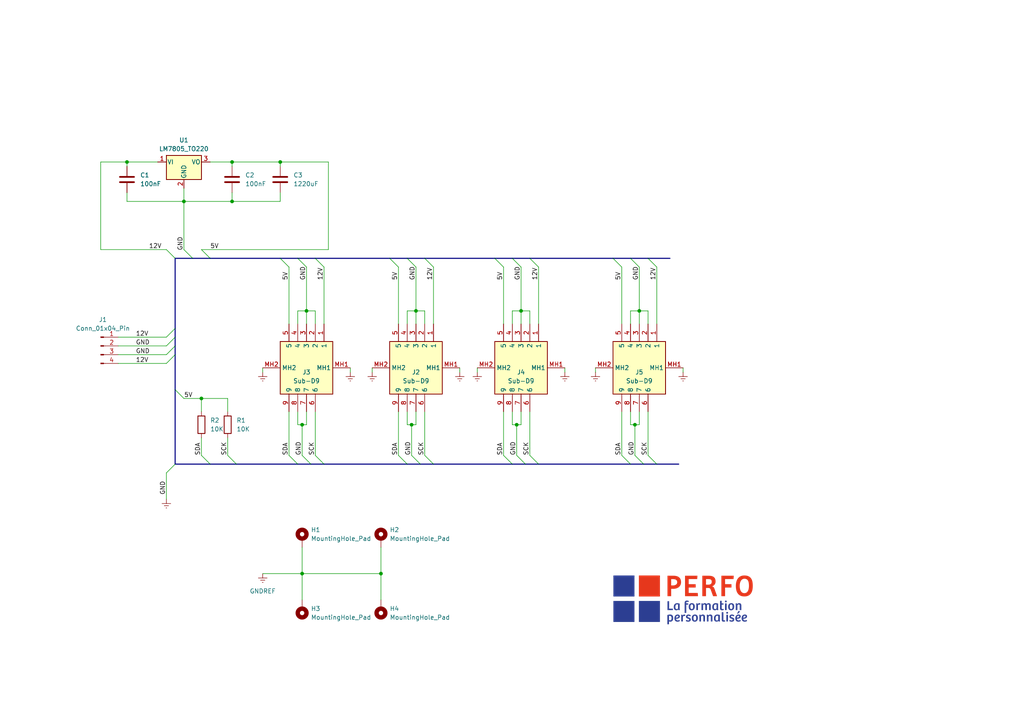
<source format=kicad_sch>
(kicad_sch
	(version 20231120)
	(generator "eeschema")
	(generator_version "8.0")
	(uuid "966a4c0e-57f6-44bb-b450-b14a362a81c9")
	(paper "A4")
	(title_block
		(title "Rack")
		(date "2024-02-22")
	)
	(lib_symbols
		(symbol "Connector:Conn_01x04_Pin"
			(pin_names
				(offset 1.016) hide)
			(exclude_from_sim no)
			(in_bom yes)
			(on_board yes)
			(property "Reference" "J"
				(at 0 5.08 0)
				(effects
					(font
						(size 1.27 1.27)
					)
				)
			)
			(property "Value" "Conn_01x04_Pin"
				(at 0 -7.62 0)
				(effects
					(font
						(size 1.27 1.27)
					)
				)
			)
			(property "Footprint" ""
				(at 0 0 0)
				(effects
					(font
						(size 1.27 1.27)
					)
					(hide yes)
				)
			)
			(property "Datasheet" "~"
				(at 0 0 0)
				(effects
					(font
						(size 1.27 1.27)
					)
					(hide yes)
				)
			)
			(property "Description" "Generic connector, single row, 01x04, script generated"
				(at 0 0 0)
				(effects
					(font
						(size 1.27 1.27)
					)
					(hide yes)
				)
			)
			(property "ki_locked" ""
				(at 0 0 0)
				(effects
					(font
						(size 1.27 1.27)
					)
				)
			)
			(property "ki_keywords" "connector"
				(at 0 0 0)
				(effects
					(font
						(size 1.27 1.27)
					)
					(hide yes)
				)
			)
			(property "ki_fp_filters" "Connector*:*_1x??_*"
				(at 0 0 0)
				(effects
					(font
						(size 1.27 1.27)
					)
					(hide yes)
				)
			)
			(symbol "Conn_01x04_Pin_1_1"
				(polyline
					(pts
						(xy 1.27 -5.08) (xy 0.8636 -5.08)
					)
					(stroke
						(width 0.1524)
						(type default)
					)
					(fill
						(type none)
					)
				)
				(polyline
					(pts
						(xy 1.27 -2.54) (xy 0.8636 -2.54)
					)
					(stroke
						(width 0.1524)
						(type default)
					)
					(fill
						(type none)
					)
				)
				(polyline
					(pts
						(xy 1.27 0) (xy 0.8636 0)
					)
					(stroke
						(width 0.1524)
						(type default)
					)
					(fill
						(type none)
					)
				)
				(polyline
					(pts
						(xy 1.27 2.54) (xy 0.8636 2.54)
					)
					(stroke
						(width 0.1524)
						(type default)
					)
					(fill
						(type none)
					)
				)
				(rectangle
					(start 0.8636 -4.953)
					(end 0 -5.207)
					(stroke
						(width 0.1524)
						(type default)
					)
					(fill
						(type outline)
					)
				)
				(rectangle
					(start 0.8636 -2.413)
					(end 0 -2.667)
					(stroke
						(width 0.1524)
						(type default)
					)
					(fill
						(type outline)
					)
				)
				(rectangle
					(start 0.8636 0.127)
					(end 0 -0.127)
					(stroke
						(width 0.1524)
						(type default)
					)
					(fill
						(type outline)
					)
				)
				(rectangle
					(start 0.8636 2.667)
					(end 0 2.413)
					(stroke
						(width 0.1524)
						(type default)
					)
					(fill
						(type outline)
					)
				)
				(pin passive line
					(at 5.08 2.54 180)
					(length 3.81)
					(name "Pin_1"
						(effects
							(font
								(size 1.27 1.27)
							)
						)
					)
					(number "1"
						(effects
							(font
								(size 1.27 1.27)
							)
						)
					)
				)
				(pin passive line
					(at 5.08 0 180)
					(length 3.81)
					(name "Pin_2"
						(effects
							(font
								(size 1.27 1.27)
							)
						)
					)
					(number "2"
						(effects
							(font
								(size 1.27 1.27)
							)
						)
					)
				)
				(pin passive line
					(at 5.08 -2.54 180)
					(length 3.81)
					(name "Pin_3"
						(effects
							(font
								(size 1.27 1.27)
							)
						)
					)
					(number "3"
						(effects
							(font
								(size 1.27 1.27)
							)
						)
					)
				)
				(pin passive line
					(at 5.08 -5.08 180)
					(length 3.81)
					(name "Pin_4"
						(effects
							(font
								(size 1.27 1.27)
							)
						)
					)
					(number "4"
						(effects
							(font
								(size 1.27 1.27)
							)
						)
					)
				)
			)
		)
		(symbol "Device:C"
			(pin_numbers hide)
			(pin_names
				(offset 0.254)
			)
			(exclude_from_sim no)
			(in_bom yes)
			(on_board yes)
			(property "Reference" "C"
				(at 0.635 2.54 0)
				(effects
					(font
						(size 1.27 1.27)
					)
					(justify left)
				)
			)
			(property "Value" "C"
				(at 0.635 -2.54 0)
				(effects
					(font
						(size 1.27 1.27)
					)
					(justify left)
				)
			)
			(property "Footprint" ""
				(at 0.9652 -3.81 0)
				(effects
					(font
						(size 1.27 1.27)
					)
					(hide yes)
				)
			)
			(property "Datasheet" "~"
				(at 0 0 0)
				(effects
					(font
						(size 1.27 1.27)
					)
					(hide yes)
				)
			)
			(property "Description" "Unpolarized capacitor"
				(at 0 0 0)
				(effects
					(font
						(size 1.27 1.27)
					)
					(hide yes)
				)
			)
			(property "ki_keywords" "cap capacitor"
				(at 0 0 0)
				(effects
					(font
						(size 1.27 1.27)
					)
					(hide yes)
				)
			)
			(property "ki_fp_filters" "C_*"
				(at 0 0 0)
				(effects
					(font
						(size 1.27 1.27)
					)
					(hide yes)
				)
			)
			(symbol "C_0_1"
				(polyline
					(pts
						(xy -2.032 -0.762) (xy 2.032 -0.762)
					)
					(stroke
						(width 0.508)
						(type default)
					)
					(fill
						(type none)
					)
				)
				(polyline
					(pts
						(xy -2.032 0.762) (xy 2.032 0.762)
					)
					(stroke
						(width 0.508)
						(type default)
					)
					(fill
						(type none)
					)
				)
			)
			(symbol "C_1_1"
				(pin passive line
					(at 0 3.81 270)
					(length 2.794)
					(name "~"
						(effects
							(font
								(size 1.27 1.27)
							)
						)
					)
					(number "1"
						(effects
							(font
								(size 1.27 1.27)
							)
						)
					)
				)
				(pin passive line
					(at 0 -3.81 90)
					(length 2.794)
					(name "~"
						(effects
							(font
								(size 1.27 1.27)
							)
						)
					)
					(number "2"
						(effects
							(font
								(size 1.27 1.27)
							)
						)
					)
				)
			)
		)
		(symbol "Device:R"
			(pin_numbers hide)
			(pin_names
				(offset 0)
			)
			(exclude_from_sim no)
			(in_bom yes)
			(on_board yes)
			(property "Reference" "R"
				(at 2.032 0 90)
				(effects
					(font
						(size 1.27 1.27)
					)
				)
			)
			(property "Value" "R"
				(at 0 0 90)
				(effects
					(font
						(size 1.27 1.27)
					)
				)
			)
			(property "Footprint" ""
				(at -1.778 0 90)
				(effects
					(font
						(size 1.27 1.27)
					)
					(hide yes)
				)
			)
			(property "Datasheet" "~"
				(at 0 0 0)
				(effects
					(font
						(size 1.27 1.27)
					)
					(hide yes)
				)
			)
			(property "Description" "Resistor"
				(at 0 0 0)
				(effects
					(font
						(size 1.27 1.27)
					)
					(hide yes)
				)
			)
			(property "ki_keywords" "R res resistor"
				(at 0 0 0)
				(effects
					(font
						(size 1.27 1.27)
					)
					(hide yes)
				)
			)
			(property "ki_fp_filters" "R_*"
				(at 0 0 0)
				(effects
					(font
						(size 1.27 1.27)
					)
					(hide yes)
				)
			)
			(symbol "R_0_1"
				(rectangle
					(start -1.016 -2.54)
					(end 1.016 2.54)
					(stroke
						(width 0.254)
						(type default)
					)
					(fill
						(type none)
					)
				)
			)
			(symbol "R_1_1"
				(pin passive line
					(at 0 3.81 270)
					(length 1.27)
					(name "~"
						(effects
							(font
								(size 1.27 1.27)
							)
						)
					)
					(number "1"
						(effects
							(font
								(size 1.27 1.27)
							)
						)
					)
				)
				(pin passive line
					(at 0 -3.81 90)
					(length 1.27)
					(name "~"
						(effects
							(font
								(size 1.27 1.27)
							)
						)
					)
					(number "2"
						(effects
							(font
								(size 1.27 1.27)
							)
						)
					)
				)
			)
		)
		(symbol "Lib Perso:NFD17E09SAFC1DA"
			(exclude_from_sim no)
			(in_bom yes)
			(on_board yes)
			(property "Reference" "J"
				(at 21.59 12.7 0)
				(effects
					(font
						(size 1.27 1.27)
					)
					(justify left top)
				)
			)
			(property "Value" "NFD17E09SAFC1DA"
				(at 21.59 10.16 0)
				(effects
					(font
						(size 1.27 1.27)
					)
					(justify left top)
				)
			)
			(property "Footprint" "NFD17E09SAFC1DA"
				(at 21.59 -89.84 0)
				(effects
					(font
						(size 1.27 1.27)
					)
					(justify left top)
					(hide yes)
				)
			)
			(property "Datasheet" "https://cdn.amphenol-cs.com/media/wysiwyg/files/drawing/p-nfd17-xxxsa-fc1d-a.pdf"
				(at 21.59 -189.84 0)
				(effects
					(font
						(size 1.27 1.27)
					)
					(justify left top)
					(hide yes)
				)
			)
			(property "Description" "D-Sub, 9 Pin Socket, Right Angle, Boardlocks #4-40 UNC Threaded Hole"
				(at 0 0 0)
				(effects
					(font
						(size 1.27 1.27)
					)
					(hide yes)
				)
			)
			(property "Height" "12.93"
				(at 21.59 -389.84 0)
				(effects
					(font
						(size 1.27 1.27)
					)
					(justify left top)
					(hide yes)
				)
			)
			(property "Mouser Part Number" ""
				(at 21.59 -489.84 0)
				(effects
					(font
						(size 1.27 1.27)
					)
					(justify left top)
					(hide yes)
				)
			)
			(property "Mouser Price/Stock" ""
				(at 21.59 -589.84 0)
				(effects
					(font
						(size 1.27 1.27)
					)
					(justify left top)
					(hide yes)
				)
			)
			(property "Manufacturer_Name" "Amphenol Communications Solutions"
				(at 21.59 -689.84 0)
				(effects
					(font
						(size 1.27 1.27)
					)
					(justify left top)
					(hide yes)
				)
			)
			(property "Manufacturer_Part_Number" "NFD17E09SAFC1DA"
				(at 21.59 -789.84 0)
				(effects
					(font
						(size 1.27 1.27)
					)
					(justify left top)
					(hide yes)
				)
			)
			(symbol "NFD17E09SAFC1DA_1_1"
				(rectangle
					(start 5.08 7.62)
					(end 20.32 -7.62)
					(stroke
						(width 0.254)
						(type default)
					)
					(fill
						(type background)
					)
				)
				(pin passive line
					(at 17.78 12.7 270)
					(length 5.08)
					(name "1"
						(effects
							(font
								(size 1.27 1.27)
							)
						)
					)
					(number "1"
						(effects
							(font
								(size 1.27 1.27)
							)
						)
					)
				)
				(pin passive line
					(at 15.24 12.7 270)
					(length 5.08)
					(name "2"
						(effects
							(font
								(size 1.27 1.27)
							)
						)
					)
					(number "2"
						(effects
							(font
								(size 1.27 1.27)
							)
						)
					)
				)
				(pin passive line
					(at 12.7 12.7 270)
					(length 5.08)
					(name "3"
						(effects
							(font
								(size 1.27 1.27)
							)
						)
					)
					(number "3"
						(effects
							(font
								(size 1.27 1.27)
							)
						)
					)
				)
				(pin passive line
					(at 10.16 12.7 270)
					(length 5.08)
					(name "4"
						(effects
							(font
								(size 1.27 1.27)
							)
						)
					)
					(number "4"
						(effects
							(font
								(size 1.27 1.27)
							)
						)
					)
				)
				(pin passive line
					(at 7.62 12.7 270)
					(length 5.08)
					(name "5"
						(effects
							(font
								(size 1.27 1.27)
							)
						)
					)
					(number "5"
						(effects
							(font
								(size 1.27 1.27)
							)
						)
					)
				)
				(pin passive line
					(at 15.24 -12.7 90)
					(length 5.08)
					(name "6"
						(effects
							(font
								(size 1.27 1.27)
							)
						)
					)
					(number "6"
						(effects
							(font
								(size 1.27 1.27)
							)
						)
					)
				)
				(pin passive line
					(at 12.7 -12.7 90)
					(length 5.08)
					(name "7"
						(effects
							(font
								(size 1.27 1.27)
							)
						)
					)
					(number "7"
						(effects
							(font
								(size 1.27 1.27)
							)
						)
					)
				)
				(pin passive line
					(at 10.16 -12.7 90)
					(length 5.08)
					(name "8"
						(effects
							(font
								(size 1.27 1.27)
							)
						)
					)
					(number "8"
						(effects
							(font
								(size 1.27 1.27)
							)
						)
					)
				)
				(pin passive line
					(at 7.62 -12.7 90)
					(length 5.08)
					(name "9"
						(effects
							(font
								(size 1.27 1.27)
							)
						)
					)
					(number "9"
						(effects
							(font
								(size 1.27 1.27)
							)
						)
					)
				)
				(pin passive line
					(at 25.4 0 180)
					(length 5.08)
					(name "MH1"
						(effects
							(font
								(size 1.27 1.27)
							)
						)
					)
					(number "MH1"
						(effects
							(font
								(size 1.27 1.27)
							)
						)
					)
				)
				(pin passive line
					(at 0 0 0)
					(length 5.08)
					(name "MH2"
						(effects
							(font
								(size 1.27 1.27)
							)
						)
					)
					(number "MH2"
						(effects
							(font
								(size 1.27 1.27)
							)
						)
					)
				)
			)
		)
		(symbol "Mechanical:MountingHole_Pad"
			(pin_numbers hide)
			(pin_names
				(offset 1.016) hide)
			(exclude_from_sim no)
			(in_bom yes)
			(on_board yes)
			(property "Reference" "H"
				(at 0 6.35 0)
				(effects
					(font
						(size 1.27 1.27)
					)
				)
			)
			(property "Value" "MountingHole_Pad"
				(at 0 4.445 0)
				(effects
					(font
						(size 1.27 1.27)
					)
				)
			)
			(property "Footprint" ""
				(at 0 0 0)
				(effects
					(font
						(size 1.27 1.27)
					)
					(hide yes)
				)
			)
			(property "Datasheet" "~"
				(at 0 0 0)
				(effects
					(font
						(size 1.27 1.27)
					)
					(hide yes)
				)
			)
			(property "Description" "Mounting Hole with connection"
				(at 0 0 0)
				(effects
					(font
						(size 1.27 1.27)
					)
					(hide yes)
				)
			)
			(property "ki_keywords" "mounting hole"
				(at 0 0 0)
				(effects
					(font
						(size 1.27 1.27)
					)
					(hide yes)
				)
			)
			(property "ki_fp_filters" "MountingHole*Pad*"
				(at 0 0 0)
				(effects
					(font
						(size 1.27 1.27)
					)
					(hide yes)
				)
			)
			(symbol "MountingHole_Pad_0_1"
				(circle
					(center 0 1.27)
					(radius 1.27)
					(stroke
						(width 1.27)
						(type default)
					)
					(fill
						(type none)
					)
				)
			)
			(symbol "MountingHole_Pad_1_1"
				(pin input line
					(at 0 -2.54 90)
					(length 2.54)
					(name "1"
						(effects
							(font
								(size 1.27 1.27)
							)
						)
					)
					(number "1"
						(effects
							(font
								(size 1.27 1.27)
							)
						)
					)
				)
			)
		)
		(symbol "Regulator_Linear:LM7805_TO220"
			(pin_names
				(offset 0.254)
			)
			(exclude_from_sim no)
			(in_bom yes)
			(on_board yes)
			(property "Reference" "U"
				(at -3.81 3.175 0)
				(effects
					(font
						(size 1.27 1.27)
					)
				)
			)
			(property "Value" "LM7805_TO220"
				(at 0 3.175 0)
				(effects
					(font
						(size 1.27 1.27)
					)
					(justify left)
				)
			)
			(property "Footprint" "Package_TO_SOT_THT:TO-220-3_Vertical"
				(at 0 5.715 0)
				(effects
					(font
						(size 1.27 1.27)
						(italic yes)
					)
					(hide yes)
				)
			)
			(property "Datasheet" "https://www.onsemi.cn/PowerSolutions/document/MC7800-D.PDF"
				(at 0 -1.27 0)
				(effects
					(font
						(size 1.27 1.27)
					)
					(hide yes)
				)
			)
			(property "Description" "Positive 1A 35V Linear Regulator, Fixed Output 5V, TO-220"
				(at 0 0 0)
				(effects
					(font
						(size 1.27 1.27)
					)
					(hide yes)
				)
			)
			(property "ki_keywords" "Voltage Regulator 1A Positive"
				(at 0 0 0)
				(effects
					(font
						(size 1.27 1.27)
					)
					(hide yes)
				)
			)
			(property "ki_fp_filters" "TO?220*"
				(at 0 0 0)
				(effects
					(font
						(size 1.27 1.27)
					)
					(hide yes)
				)
			)
			(symbol "LM7805_TO220_0_1"
				(rectangle
					(start -5.08 1.905)
					(end 5.08 -5.08)
					(stroke
						(width 0.254)
						(type default)
					)
					(fill
						(type background)
					)
				)
			)
			(symbol "LM7805_TO220_1_1"
				(pin power_in line
					(at -7.62 0 0)
					(length 2.54)
					(name "VI"
						(effects
							(font
								(size 1.27 1.27)
							)
						)
					)
					(number "1"
						(effects
							(font
								(size 1.27 1.27)
							)
						)
					)
				)
				(pin power_in line
					(at 0 -7.62 90)
					(length 2.54)
					(name "GND"
						(effects
							(font
								(size 1.27 1.27)
							)
						)
					)
					(number "2"
						(effects
							(font
								(size 1.27 1.27)
							)
						)
					)
				)
				(pin power_out line
					(at 7.62 0 180)
					(length 2.54)
					(name "VO"
						(effects
							(font
								(size 1.27 1.27)
							)
						)
					)
					(number "3"
						(effects
							(font
								(size 1.27 1.27)
							)
						)
					)
				)
			)
		)
		(symbol "power:GNDREF"
			(power)
			(pin_names
				(offset 0)
			)
			(exclude_from_sim no)
			(in_bom yes)
			(on_board yes)
			(property "Reference" "#PWR"
				(at 0 -6.35 0)
				(effects
					(font
						(size 1.27 1.27)
					)
					(hide yes)
				)
			)
			(property "Value" "GNDREF"
				(at 0 -3.81 0)
				(effects
					(font
						(size 1.27 1.27)
					)
				)
			)
			(property "Footprint" ""
				(at 0 0 0)
				(effects
					(font
						(size 1.27 1.27)
					)
					(hide yes)
				)
			)
			(property "Datasheet" ""
				(at 0 0 0)
				(effects
					(font
						(size 1.27 1.27)
					)
					(hide yes)
				)
			)
			(property "Description" "Power symbol creates a global label with name \"GNDREF\" , reference supply ground"
				(at 0 0 0)
				(effects
					(font
						(size 1.27 1.27)
					)
					(hide yes)
				)
			)
			(property "ki_keywords" "global power"
				(at 0 0 0)
				(effects
					(font
						(size 1.27 1.27)
					)
					(hide yes)
				)
			)
			(symbol "GNDREF_0_1"
				(polyline
					(pts
						(xy -0.635 -1.905) (xy 0.635 -1.905)
					)
					(stroke
						(width 0)
						(type default)
					)
					(fill
						(type none)
					)
				)
				(polyline
					(pts
						(xy -0.127 -2.54) (xy 0.127 -2.54)
					)
					(stroke
						(width 0)
						(type default)
					)
					(fill
						(type none)
					)
				)
				(polyline
					(pts
						(xy 0 -1.27) (xy 0 0)
					)
					(stroke
						(width 0)
						(type default)
					)
					(fill
						(type none)
					)
				)
				(polyline
					(pts
						(xy 1.27 -1.27) (xy -1.27 -1.27)
					)
					(stroke
						(width 0)
						(type default)
					)
					(fill
						(type none)
					)
				)
			)
			(symbol "GNDREF_1_1"
				(pin power_in line
					(at 0 0 270)
					(length 0) hide
					(name "GNDREF"
						(effects
							(font
								(size 1.27 1.27)
							)
						)
					)
					(number "1"
						(effects
							(font
								(size 1.27 1.27)
							)
						)
					)
				)
			)
		)
	)
	(junction
		(at 53.34 58.42)
		(diameter 0)
		(color 0 0 0 0)
		(uuid "125af01f-8c04-4b37-8cec-47822b9cf629")
	)
	(junction
		(at 36.83 46.99)
		(diameter 0)
		(color 0 0 0 0)
		(uuid "135c9559-25ad-4270-a994-647baac58c65")
	)
	(junction
		(at 119.38 123.19)
		(diameter 0)
		(color 0 0 0 0)
		(uuid "33b46924-d6da-4ffe-877a-f51179b32ee2")
	)
	(junction
		(at 185.42 90.17)
		(diameter 0)
		(color 0 0 0 0)
		(uuid "4972372c-88e2-41de-9754-8544b1c12016")
	)
	(junction
		(at 110.49 166.37)
		(diameter 0)
		(color 0 0 0 0)
		(uuid "4d8e9b88-2043-40b0-bb82-39f534ae0689")
	)
	(junction
		(at 58.42 115.57)
		(diameter 0)
		(color 0 0 0 0)
		(uuid "51d49ed9-5d25-4de6-9f68-d5ab4d7c142a")
	)
	(junction
		(at 88.9 90.17)
		(diameter 0)
		(color 0 0 0 0)
		(uuid "6a0b8aa1-c68b-4903-86d0-7e76b5ba751e")
	)
	(junction
		(at 67.31 46.99)
		(diameter 0)
		(color 0 0 0 0)
		(uuid "7ff1c641-0317-4f7a-9f3b-c74b3015b4b7")
	)
	(junction
		(at 87.63 123.19)
		(diameter 0)
		(color 0 0 0 0)
		(uuid "8970689e-6285-4612-b448-80e810c39435")
	)
	(junction
		(at 67.31 58.42)
		(diameter 0)
		(color 0 0 0 0)
		(uuid "8c863f93-b7d5-4915-a2d9-55c0476f9991")
	)
	(junction
		(at 120.65 90.17)
		(diameter 0)
		(color 0 0 0 0)
		(uuid "a5a1b824-7042-4dc7-8f34-0df1303cc4af")
	)
	(junction
		(at 81.28 46.99)
		(diameter 0)
		(color 0 0 0 0)
		(uuid "b3df167c-c04b-4f24-aa34-be295b7c056f")
	)
	(junction
		(at 151.13 90.17)
		(diameter 0)
		(color 0 0 0 0)
		(uuid "b50eaf18-6a28-4c04-8e87-53b1e4ef2ce2")
	)
	(junction
		(at 184.15 123.19)
		(diameter 0)
		(color 0 0 0 0)
		(uuid "b91ebe71-f886-490f-a32d-cf123bcdff67")
	)
	(junction
		(at 87.63 166.37)
		(diameter 0)
		(color 0 0 0 0)
		(uuid "d3028026-cf61-428f-bb29-5f2f250bd32b")
	)
	(junction
		(at 149.86 123.19)
		(diameter 0)
		(color 0 0 0 0)
		(uuid "f360e09b-290a-4e31-b06d-197359a07a3a")
	)
	(bus_entry
		(at 86.36 134.62)
		(size -2.54 -2.54)
		(stroke
			(width 0)
			(type default)
		)
		(uuid "08944d07-8195-445d-b6f9-0f72d2e026cd")
	)
	(bus_entry
		(at 60.96 134.62)
		(size -2.54 -2.54)
		(stroke
			(width 0)
			(type default)
		)
		(uuid "0a3371b7-ce6b-4d00-8f80-2d6b3297e4e8")
	)
	(bus_entry
		(at 153.67 74.93)
		(size 2.54 2.54)
		(stroke
			(width 0)
			(type default)
		)
		(uuid "0b4ff648-408e-4b71-8ca1-ef94e75b9361")
	)
	(bus_entry
		(at 125.73 134.62)
		(size -2.54 -2.54)
		(stroke
			(width 0)
			(type default)
		)
		(uuid "0e161878-9e80-48b0-aeea-a3f7414306e1")
	)
	(bus_entry
		(at 81.28 74.93)
		(size 2.54 2.54)
		(stroke
			(width 0)
			(type default)
		)
		(uuid "10105707-d81c-4d34-ae48-b2da2eb0967c")
	)
	(bus_entry
		(at 50.8 95.25)
		(size -2.54 2.54)
		(stroke
			(width 0)
			(type default)
		)
		(uuid "16cb2bd4-635d-4d7d-8d42-e59bbfbe9f5a")
	)
	(bus_entry
		(at 93.98 134.62)
		(size -2.54 -2.54)
		(stroke
			(width 0)
			(type default)
		)
		(uuid "1ef2a87f-2a36-4b87-8b25-a3085a69c72b")
	)
	(bus_entry
		(at 152.4 134.62)
		(size -2.54 -2.54)
		(stroke
			(width 0)
			(type default)
		)
		(uuid "1f6dd8c9-b68f-4301-ab33-8038b6fb064d")
	)
	(bus_entry
		(at 148.59 134.62)
		(size -2.54 -2.54)
		(stroke
			(width 0)
			(type default)
		)
		(uuid "2a1baa20-7584-42fc-a33a-50f5fdacbf56")
	)
	(bus_entry
		(at 50.8 74.93)
		(size -2.54 -2.54)
		(stroke
			(width 0)
			(type default)
		)
		(uuid "2c7f10a7-abf8-45f6-8f52-a757e0ca2b0c")
	)
	(bus_entry
		(at 113.03 74.93)
		(size 2.54 2.54)
		(stroke
			(width 0)
			(type default)
		)
		(uuid "2d60875b-4572-4153-8f1a-d5dbb8806329")
	)
	(bus_entry
		(at 177.8 74.93)
		(size 2.54 2.54)
		(stroke
			(width 0)
			(type default)
		)
		(uuid "32529df4-b465-4e86-958c-febce9d548af")
	)
	(bus_entry
		(at 50.8 134.62)
		(size -2.54 2.54)
		(stroke
			(width 0)
			(type default)
		)
		(uuid "340cb178-9e8e-4dbe-982c-6ca6a9f40922")
	)
	(bus_entry
		(at 182.88 74.93)
		(size 2.54 2.54)
		(stroke
			(width 0)
			(type default)
		)
		(uuid "472dc8c9-dcee-4bd6-a14b-5807c513f9ee")
	)
	(bus_entry
		(at 91.44 74.93)
		(size 2.54 2.54)
		(stroke
			(width 0)
			(type default)
		)
		(uuid "49ff00eb-599b-4bfd-94e2-0c20afa85719")
	)
	(bus_entry
		(at 68.58 134.62)
		(size -2.54 -2.54)
		(stroke
			(width 0)
			(type default)
		)
		(uuid "4d476370-8441-42d8-9634-fde3707988f2")
	)
	(bus_entry
		(at 60.96 74.93)
		(size -2.54 -2.54)
		(stroke
			(width 0)
			(type default)
		)
		(uuid "5455bcd8-bb9a-4e75-8125-b6a5594d28b4")
	)
	(bus_entry
		(at 55.88 74.93)
		(size -2.54 -2.54)
		(stroke
			(width 0)
			(type default)
		)
		(uuid "57d6e26a-71bf-403e-b62a-7d39ce3aabc5")
	)
	(bus_entry
		(at 186.69 134.62)
		(size -2.54 -2.54)
		(stroke
			(width 0)
			(type default)
		)
		(uuid "5bf84a88-f2d4-41c1-bc86-a1d47f982a05")
	)
	(bus_entry
		(at 86.36 74.93)
		(size 2.54 2.54)
		(stroke
			(width 0)
			(type default)
		)
		(uuid "719c897c-6c80-4f2b-a7e1-4c685808396a")
	)
	(bus_entry
		(at 118.11 134.62)
		(size -2.54 -2.54)
		(stroke
			(width 0)
			(type default)
		)
		(uuid "77dd6fa5-e664-4716-883d-c204f4eefd71")
	)
	(bus_entry
		(at 156.21 134.62)
		(size -2.54 -2.54)
		(stroke
			(width 0)
			(type default)
		)
		(uuid "8725fabc-487d-4970-86cf-399d293f12f9")
	)
	(bus_entry
		(at 148.59 74.93)
		(size 2.54 2.54)
		(stroke
			(width 0)
			(type default)
		)
		(uuid "9b55e019-f1dd-4d6b-90b1-e787e6d389fb")
	)
	(bus_entry
		(at 182.88 134.62)
		(size -2.54 -2.54)
		(stroke
			(width 0)
			(type default)
		)
		(uuid "9d58858f-ac0d-44fd-87f7-b80ccff3c19f")
	)
	(bus_entry
		(at 50.8 102.87)
		(size -2.54 2.54)
		(stroke
			(width 0)
			(type default)
		)
		(uuid "a0e07e0b-258b-44b5-a9e0-dfea8ecb2b89")
	)
	(bus_entry
		(at 50.8 113.03)
		(size 2.54 2.54)
		(stroke
			(width 0)
			(type default)
		)
		(uuid "b766e9da-23e0-4d2d-9317-220d536006db")
	)
	(bus_entry
		(at 123.19 74.93)
		(size 2.54 2.54)
		(stroke
			(width 0)
			(type default)
		)
		(uuid "bd899e05-6d78-4ca5-ae1e-38044e89aa92")
	)
	(bus_entry
		(at 190.5 134.62)
		(size -2.54 -2.54)
		(stroke
			(width 0)
			(type default)
		)
		(uuid "c88d5fce-90ca-41d4-a854-f2e6c9fa702f")
	)
	(bus_entry
		(at 90.17 134.62)
		(size -2.54 -2.54)
		(stroke
			(width 0)
			(type default)
		)
		(uuid "d78be579-8070-4631-ba7d-fbebb50f73f2")
	)
	(bus_entry
		(at 121.92 134.62)
		(size -2.54 -2.54)
		(stroke
			(width 0)
			(type default)
		)
		(uuid "db31202e-4f5a-4e15-9e2d-bc92768e5678")
	)
	(bus_entry
		(at 118.11 74.93)
		(size 2.54 2.54)
		(stroke
			(width 0)
			(type default)
		)
		(uuid "f38f3d2d-87f9-4420-bb08-3eb6dfa6c8de")
	)
	(bus_entry
		(at 50.8 100.33)
		(size -2.54 2.54)
		(stroke
			(width 0)
			(type default)
		)
		(uuid "f3a73894-3d83-47e5-a660-9ff05eae7db4")
	)
	(bus_entry
		(at 143.51 74.93)
		(size 2.54 2.54)
		(stroke
			(width 0)
			(type default)
		)
		(uuid "f580384e-9c34-4ff1-9480-e964474e0436")
	)
	(bus_entry
		(at 50.8 97.79)
		(size -2.54 2.54)
		(stroke
			(width 0)
			(type default)
		)
		(uuid "f6dc5489-7cba-4050-94de-aace43c5c3c6")
	)
	(bus_entry
		(at 187.96 74.93)
		(size 2.54 2.54)
		(stroke
			(width 0)
			(type default)
		)
		(uuid "f9c96f53-e1c1-407a-85f2-9fd47008d35b")
	)
	(wire
		(pts
			(xy 185.42 119.38) (xy 185.42 123.19)
		)
		(stroke
			(width 0)
			(type default)
		)
		(uuid "01afa0a0-50ad-42e5-9955-49d9ac1bca6e")
	)
	(bus
		(pts
			(xy 121.92 134.62) (xy 125.73 134.62)
		)
		(stroke
			(width 0)
			(type default)
		)
		(uuid "02757b12-5e38-44c5-bfb4-411f1492eddf")
	)
	(bus
		(pts
			(xy 86.36 134.62) (xy 90.17 134.62)
		)
		(stroke
			(width 0)
			(type default)
		)
		(uuid "05aef70d-ad26-4051-b3c7-35c1ed32f432")
	)
	(wire
		(pts
			(xy 198.12 106.68) (xy 198.12 107.95)
		)
		(stroke
			(width 0)
			(type default)
		)
		(uuid "068d1534-f5b6-43ce-acef-4b2d2e231068")
	)
	(bus
		(pts
			(xy 50.8 134.62) (xy 60.96 134.62)
		)
		(stroke
			(width 0)
			(type default)
		)
		(uuid "0ccff5ce-753d-4589-8aee-c23eee7c2fdc")
	)
	(wire
		(pts
			(xy 187.96 119.38) (xy 187.96 132.08)
		)
		(stroke
			(width 0)
			(type default)
		)
		(uuid "0d6a1b6a-9e13-4d83-99d3-fc314ccffbe1")
	)
	(wire
		(pts
			(xy 91.44 119.38) (xy 91.44 132.08)
		)
		(stroke
			(width 0)
			(type default)
		)
		(uuid "0dae8468-c1d1-47db-bd00-ee64edea0b53")
	)
	(wire
		(pts
			(xy 81.28 46.99) (xy 67.31 46.99)
		)
		(stroke
			(width 0)
			(type default)
		)
		(uuid "1135031d-6708-4ed9-9321-78a11a0e22b5")
	)
	(bus
		(pts
			(xy 182.88 74.93) (xy 187.96 74.93)
		)
		(stroke
			(width 0)
			(type default)
		)
		(uuid "12b80600-3e24-449b-ae97-a7cd01e2bf6c")
	)
	(wire
		(pts
			(xy 76.2 106.68) (xy 76.2 107.95)
		)
		(stroke
			(width 0)
			(type default)
		)
		(uuid "131165a0-fdcc-47ef-894b-26994f3655c8")
	)
	(wire
		(pts
			(xy 172.72 106.68) (xy 172.72 107.95)
		)
		(stroke
			(width 0)
			(type default)
		)
		(uuid "13b2f7eb-4f16-4b4b-bd08-b718340c507c")
	)
	(wire
		(pts
			(xy 86.36 90.17) (xy 88.9 90.17)
		)
		(stroke
			(width 0)
			(type default)
		)
		(uuid "15c90ec7-8e54-4225-bc57-e6ec5ac44619")
	)
	(wire
		(pts
			(xy 118.11 119.38) (xy 118.11 123.19)
		)
		(stroke
			(width 0)
			(type default)
		)
		(uuid "174aac33-c603-4f9b-b195-a40e2c61784c")
	)
	(bus
		(pts
			(xy 50.8 97.79) (xy 50.8 95.25)
		)
		(stroke
			(width 0)
			(type default)
		)
		(uuid "192207a6-5460-41df-810e-af927c733b69")
	)
	(bus
		(pts
			(xy 50.8 113.03) (xy 50.8 134.62)
		)
		(stroke
			(width 0)
			(type default)
		)
		(uuid "1a28d934-768c-4693-b7da-c53d92ac9f36")
	)
	(wire
		(pts
			(xy 182.88 119.38) (xy 182.88 123.19)
		)
		(stroke
			(width 0)
			(type default)
		)
		(uuid "1c1be8f0-2419-4397-8d3d-bb157937653f")
	)
	(wire
		(pts
			(xy 87.63 158.75) (xy 87.63 166.37)
		)
		(stroke
			(width 0)
			(type default)
		)
		(uuid "1eefe94f-c263-41a0-9c7d-230b6b99012d")
	)
	(wire
		(pts
			(xy 88.9 77.47) (xy 88.9 90.17)
		)
		(stroke
			(width 0)
			(type default)
		)
		(uuid "1f4e099a-688e-4d86-99b7-4e09f6c4c935")
	)
	(wire
		(pts
			(xy 88.9 90.17) (xy 88.9 93.98)
		)
		(stroke
			(width 0)
			(type default)
		)
		(uuid "20626649-f4c3-476c-9383-8bbe53beaace")
	)
	(bus
		(pts
			(xy 50.8 100.33) (xy 50.8 97.79)
		)
		(stroke
			(width 0)
			(type default)
		)
		(uuid "24d97ef9-9967-44e8-8a0e-50114797b920")
	)
	(wire
		(pts
			(xy 119.38 123.19) (xy 119.38 132.08)
		)
		(stroke
			(width 0)
			(type default)
		)
		(uuid "264b7695-110d-4063-a65f-7d593a8aec81")
	)
	(wire
		(pts
			(xy 184.15 123.19) (xy 185.42 123.19)
		)
		(stroke
			(width 0)
			(type default)
		)
		(uuid "2bbcdaa1-a8f0-4456-b705-dae4cff1d03f")
	)
	(wire
		(pts
			(xy 182.88 93.98) (xy 182.88 90.17)
		)
		(stroke
			(width 0)
			(type default)
		)
		(uuid "2c8dd0f3-f953-4aa0-aa8f-91a06080962e")
	)
	(wire
		(pts
			(xy 107.95 106.68) (xy 107.95 107.95)
		)
		(stroke
			(width 0)
			(type default)
		)
		(uuid "2d1209e7-4721-4081-8d8b-8babe490b730")
	)
	(wire
		(pts
			(xy 123.19 90.17) (xy 120.65 90.17)
		)
		(stroke
			(width 0)
			(type default)
		)
		(uuid "2d37cb5c-e785-4caa-83a4-30ddd92e4c33")
	)
	(wire
		(pts
			(xy 86.36 119.38) (xy 86.36 123.19)
		)
		(stroke
			(width 0)
			(type default)
		)
		(uuid "2fa46209-d5bc-45ca-8aeb-ee00e51f02ab")
	)
	(bus
		(pts
			(xy 186.69 134.62) (xy 190.5 134.62)
		)
		(stroke
			(width 0)
			(type default)
		)
		(uuid "31feab9d-1623-4119-a7e2-c7d5849c903c")
	)
	(wire
		(pts
			(xy 125.73 77.47) (xy 125.73 93.98)
		)
		(stroke
			(width 0)
			(type default)
		)
		(uuid "3286ac88-b67f-4fd0-a4fd-5512cf9309d4")
	)
	(wire
		(pts
			(xy 58.42 127) (xy 58.42 132.08)
		)
		(stroke
			(width 0)
			(type default)
		)
		(uuid "352bc1c5-9e22-4a5d-91d6-78fd794c99c3")
	)
	(wire
		(pts
			(xy 60.96 46.99) (xy 67.31 46.99)
		)
		(stroke
			(width 0)
			(type default)
		)
		(uuid "36da34c3-4bc8-438b-8753-3627953d46c8")
	)
	(wire
		(pts
			(xy 81.28 55.88) (xy 81.28 58.42)
		)
		(stroke
			(width 0)
			(type default)
		)
		(uuid "38e0198c-bc41-455e-ae2f-9a54e3183d9a")
	)
	(bus
		(pts
			(xy 123.19 74.93) (xy 143.51 74.93)
		)
		(stroke
			(width 0)
			(type default)
		)
		(uuid "39fcae47-faf3-4466-93ca-212cf8bb0c93")
	)
	(wire
		(pts
			(xy 187.96 90.17) (xy 185.42 90.17)
		)
		(stroke
			(width 0)
			(type default)
		)
		(uuid "3a4366b3-7a51-4536-ae18-4198ed00e0cb")
	)
	(wire
		(pts
			(xy 36.83 46.99) (xy 36.83 48.26)
		)
		(stroke
			(width 0)
			(type default)
		)
		(uuid "3c69565f-06f0-4818-a0d6-279f95721dac")
	)
	(wire
		(pts
			(xy 151.13 119.38) (xy 151.13 123.19)
		)
		(stroke
			(width 0)
			(type default)
		)
		(uuid "3c799d93-21cd-4979-88f5-0d5c2ce24596")
	)
	(wire
		(pts
			(xy 53.34 58.42) (xy 53.34 72.39)
		)
		(stroke
			(width 0)
			(type default)
		)
		(uuid "3cddb941-aec0-4fff-a266-f24ab037dad7")
	)
	(wire
		(pts
			(xy 180.34 119.38) (xy 180.34 132.08)
		)
		(stroke
			(width 0)
			(type default)
		)
		(uuid "3d9b857c-bf46-4525-ba35-0c259607950e")
	)
	(bus
		(pts
			(xy 118.11 134.62) (xy 121.92 134.62)
		)
		(stroke
			(width 0)
			(type default)
		)
		(uuid "3dffa362-013f-4d56-b3f0-db9736c3c530")
	)
	(bus
		(pts
			(xy 148.59 134.62) (xy 152.4 134.62)
		)
		(stroke
			(width 0)
			(type default)
		)
		(uuid "3e56ef21-92dc-454b-97ec-047e1f31df6e")
	)
	(wire
		(pts
			(xy 118.11 123.19) (xy 119.38 123.19)
		)
		(stroke
			(width 0)
			(type default)
		)
		(uuid "4113589c-d11d-4eea-98f3-15bee8f481ce")
	)
	(wire
		(pts
			(xy 81.28 48.26) (xy 81.28 46.99)
		)
		(stroke
			(width 0)
			(type default)
		)
		(uuid "46610a9a-9f02-468b-a411-452bab29bb9d")
	)
	(wire
		(pts
			(xy 115.57 77.47) (xy 115.57 93.98)
		)
		(stroke
			(width 0)
			(type default)
		)
		(uuid "496cbd8f-cc49-4487-9fcd-c24410b99bb7")
	)
	(bus
		(pts
			(xy 68.58 134.62) (xy 86.36 134.62)
		)
		(stroke
			(width 0)
			(type default)
		)
		(uuid "4a27bd93-6af6-4491-a06f-9416d88bcf51")
	)
	(wire
		(pts
			(xy 86.36 93.98) (xy 86.36 90.17)
		)
		(stroke
			(width 0)
			(type default)
		)
		(uuid "4b9ffa97-f505-4b87-ac84-7f8acac4dd8b")
	)
	(wire
		(pts
			(xy 185.42 77.47) (xy 185.42 90.17)
		)
		(stroke
			(width 0)
			(type default)
		)
		(uuid "4c350d45-98ec-4229-8564-5a89c3d23f68")
	)
	(bus
		(pts
			(xy 125.73 134.62) (xy 148.59 134.62)
		)
		(stroke
			(width 0)
			(type default)
		)
		(uuid "53d24a5b-6f37-4706-9739-913063a26cb6")
	)
	(wire
		(pts
			(xy 180.34 77.47) (xy 180.34 93.98)
		)
		(stroke
			(width 0)
			(type default)
		)
		(uuid "554c4379-2345-411a-bd25-4d3b9a2da5c3")
	)
	(wire
		(pts
			(xy 149.86 123.19) (xy 149.86 132.08)
		)
		(stroke
			(width 0)
			(type default)
		)
		(uuid "55fa50b2-8ca3-4f87-a3dd-2961f8ed3911")
	)
	(wire
		(pts
			(xy 123.19 119.38) (xy 123.19 132.08)
		)
		(stroke
			(width 0)
			(type default)
		)
		(uuid "575e4edd-fd22-456f-99f5-a9dc9be9ed70")
	)
	(bus
		(pts
			(xy 143.51 74.93) (xy 148.59 74.93)
		)
		(stroke
			(width 0)
			(type default)
		)
		(uuid "5845a71a-d800-4fca-90ce-7efee2966195")
	)
	(bus
		(pts
			(xy 153.67 74.93) (xy 177.8 74.93)
		)
		(stroke
			(width 0)
			(type default)
		)
		(uuid "5ab7dd4c-d6f2-4648-9a4e-5b219914287a")
	)
	(bus
		(pts
			(xy 55.88 74.93) (xy 60.96 74.93)
		)
		(stroke
			(width 0)
			(type default)
		)
		(uuid "5d381401-513e-41ed-839e-33dd7ed180f3")
	)
	(wire
		(pts
			(xy 87.63 166.37) (xy 110.49 166.37)
		)
		(stroke
			(width 0)
			(type default)
		)
		(uuid "5eba64ff-2e9f-4e99-bd39-145a5fa5b814")
	)
	(wire
		(pts
			(xy 66.04 127) (xy 66.04 132.08)
		)
		(stroke
			(width 0)
			(type default)
		)
		(uuid "5f40ad6e-860f-4e49-9f4b-8f783f530890")
	)
	(wire
		(pts
			(xy 190.5 77.47) (xy 190.5 93.98)
		)
		(stroke
			(width 0)
			(type default)
		)
		(uuid "5ffe9120-4692-45cc-b985-16a9ed19a879")
	)
	(wire
		(pts
			(xy 110.49 158.75) (xy 110.49 166.37)
		)
		(stroke
			(width 0)
			(type default)
		)
		(uuid "60dbaf60-e5fc-4f56-b8eb-0bcf0835997e")
	)
	(wire
		(pts
			(xy 119.38 123.19) (xy 120.65 123.19)
		)
		(stroke
			(width 0)
			(type default)
		)
		(uuid "6142c7a4-fb6b-440f-8511-76b9e06de9bf")
	)
	(wire
		(pts
			(xy 153.67 93.98) (xy 153.67 90.17)
		)
		(stroke
			(width 0)
			(type default)
		)
		(uuid "661c5451-4d49-4360-bf16-d784c47ccc16")
	)
	(wire
		(pts
			(xy 48.26 137.16) (xy 48.26 144.78)
		)
		(stroke
			(width 0)
			(type default)
		)
		(uuid "69f2b3df-8463-4795-9d58-55c2548882ae")
	)
	(wire
		(pts
			(xy 123.19 93.98) (xy 123.19 90.17)
		)
		(stroke
			(width 0)
			(type default)
		)
		(uuid "6ba25c9d-4000-4613-814f-2c8cfb5e3850")
	)
	(wire
		(pts
			(xy 58.42 115.57) (xy 66.04 115.57)
		)
		(stroke
			(width 0)
			(type default)
		)
		(uuid "7681d7ca-fd61-4461-ac52-fcf72796450a")
	)
	(bus
		(pts
			(xy 91.44 74.93) (xy 113.03 74.93)
		)
		(stroke
			(width 0)
			(type default)
		)
		(uuid "7b057d56-0fb1-497e-8280-f61780a186b4")
	)
	(wire
		(pts
			(xy 182.88 90.17) (xy 185.42 90.17)
		)
		(stroke
			(width 0)
			(type default)
		)
		(uuid "7eed49c1-13ab-4713-a45d-4efb379ca223")
	)
	(wire
		(pts
			(xy 86.36 123.19) (xy 87.63 123.19)
		)
		(stroke
			(width 0)
			(type default)
		)
		(uuid "7efb0eea-449b-485c-b3e8-127e51b077ca")
	)
	(wire
		(pts
			(xy 148.59 119.38) (xy 148.59 123.19)
		)
		(stroke
			(width 0)
			(type default)
		)
		(uuid "7f34c355-6254-45d9-b293-2b8ac73624ff")
	)
	(wire
		(pts
			(xy 58.42 72.39) (xy 95.25 72.39)
		)
		(stroke
			(width 0)
			(type default)
		)
		(uuid "7ff4674a-ea2c-4338-892a-a4f03ec6862f")
	)
	(bus
		(pts
			(xy 148.59 74.93) (xy 153.67 74.93)
		)
		(stroke
			(width 0)
			(type default)
		)
		(uuid "815e5631-6df6-40c7-b3c2-96ca134f139f")
	)
	(wire
		(pts
			(xy 151.13 90.17) (xy 151.13 93.98)
		)
		(stroke
			(width 0)
			(type default)
		)
		(uuid "821ee6cf-484b-40be-a7f2-3041f64e53b7")
	)
	(wire
		(pts
			(xy 110.49 166.37) (xy 110.49 173.99)
		)
		(stroke
			(width 0)
			(type default)
		)
		(uuid "83a76e50-4412-4498-ab26-39e227bec462")
	)
	(wire
		(pts
			(xy 156.21 77.47) (xy 156.21 93.98)
		)
		(stroke
			(width 0)
			(type default)
		)
		(uuid "8594f2c3-12da-49c4-84da-0e209088b77b")
	)
	(bus
		(pts
			(xy 60.96 74.93) (xy 81.28 74.93)
		)
		(stroke
			(width 0)
			(type default)
		)
		(uuid "867a16c2-c0ad-484f-876b-c9eaf7dd9cef")
	)
	(wire
		(pts
			(xy 120.65 90.17) (xy 120.65 93.98)
		)
		(stroke
			(width 0)
			(type default)
		)
		(uuid "8712636e-9c91-4823-94d5-29923e718800")
	)
	(wire
		(pts
			(xy 36.83 46.99) (xy 45.72 46.99)
		)
		(stroke
			(width 0)
			(type default)
		)
		(uuid "88d214b4-f367-423f-a2c8-307587179bdf")
	)
	(bus
		(pts
			(xy 50.8 95.25) (xy 50.8 74.93)
		)
		(stroke
			(width 0)
			(type default)
		)
		(uuid "8afb52bc-a5e8-4e3a-aea6-338a10bfe36e")
	)
	(wire
		(pts
			(xy 93.98 77.47) (xy 93.98 93.98)
		)
		(stroke
			(width 0)
			(type default)
		)
		(uuid "8f997be7-4338-4e9a-844a-dc3ecffe9d37")
	)
	(wire
		(pts
			(xy 133.35 106.68) (xy 133.35 107.95)
		)
		(stroke
			(width 0)
			(type default)
		)
		(uuid "910f4553-fa32-4a16-bd51-67a201758103")
	)
	(bus
		(pts
			(xy 50.8 102.87) (xy 50.8 100.33)
		)
		(stroke
			(width 0)
			(type default)
		)
		(uuid "911fe3a8-d7b5-4dbe-85b2-e35b0d1602de")
	)
	(bus
		(pts
			(xy 118.11 74.93) (xy 123.19 74.93)
		)
		(stroke
			(width 0)
			(type default)
		)
		(uuid "934cb6a0-bb1d-4fcc-9b92-384eb1fdc352")
	)
	(wire
		(pts
			(xy 91.44 93.98) (xy 91.44 90.17)
		)
		(stroke
			(width 0)
			(type default)
		)
		(uuid "93b9f558-bdf9-4ce1-8654-c823d0ef77b5")
	)
	(wire
		(pts
			(xy 148.59 90.17) (xy 151.13 90.17)
		)
		(stroke
			(width 0)
			(type default)
		)
		(uuid "94cc2841-d110-458d-bf3b-8534629a97b8")
	)
	(wire
		(pts
			(xy 95.25 72.39) (xy 95.25 46.99)
		)
		(stroke
			(width 0)
			(type default)
		)
		(uuid "94de0679-5572-4ee0-9926-d31541d0cc6d")
	)
	(wire
		(pts
			(xy 34.29 102.87) (xy 48.26 102.87)
		)
		(stroke
			(width 0)
			(type default)
		)
		(uuid "973ae6d2-4988-4382-bf2e-fe86800ed310")
	)
	(bus
		(pts
			(xy 93.98 134.62) (xy 118.11 134.62)
		)
		(stroke
			(width 0)
			(type default)
		)
		(uuid "9c349c3d-7880-46ac-af4d-4433a8baaeaa")
	)
	(wire
		(pts
			(xy 187.96 93.98) (xy 187.96 90.17)
		)
		(stroke
			(width 0)
			(type default)
		)
		(uuid "9e0e44ff-9fe0-4a5f-9119-f01415ca7222")
	)
	(wire
		(pts
			(xy 148.59 123.19) (xy 149.86 123.19)
		)
		(stroke
			(width 0)
			(type default)
		)
		(uuid "9fca2985-a6d4-40ba-a3c9-cfacced05e16")
	)
	(bus
		(pts
			(xy 90.17 134.62) (xy 93.98 134.62)
		)
		(stroke
			(width 0)
			(type default)
		)
		(uuid "a2a61105-2940-4354-a348-9c2c2925f397")
	)
	(wire
		(pts
			(xy 67.31 58.42) (xy 53.34 58.42)
		)
		(stroke
			(width 0)
			(type default)
		)
		(uuid "a4c16cec-aa7d-4dc8-a7e4-eacd69557a95")
	)
	(wire
		(pts
			(xy 53.34 115.57) (xy 58.42 115.57)
		)
		(stroke
			(width 0)
			(type default)
		)
		(uuid "a893fa76-8ffc-4447-ba38-2f9df359e366")
	)
	(wire
		(pts
			(xy 88.9 119.38) (xy 88.9 123.19)
		)
		(stroke
			(width 0)
			(type default)
		)
		(uuid "b5ef3af4-e42e-43b2-8057-ba8835541b17")
	)
	(bus
		(pts
			(xy 182.88 134.62) (xy 186.69 134.62)
		)
		(stroke
			(width 0)
			(type default)
		)
		(uuid "b720851f-becd-405e-8110-c4030818af0f")
	)
	(wire
		(pts
			(xy 148.59 93.98) (xy 148.59 90.17)
		)
		(stroke
			(width 0)
			(type default)
		)
		(uuid "b728cafa-234d-449b-a230-8765b672674a")
	)
	(bus
		(pts
			(xy 177.8 74.93) (xy 182.88 74.93)
		)
		(stroke
			(width 0)
			(type default)
		)
		(uuid "b9113b5d-15f3-4140-a1c3-2a12b910cf1f")
	)
	(bus
		(pts
			(xy 50.8 74.93) (xy 55.88 74.93)
		)
		(stroke
			(width 0)
			(type default)
		)
		(uuid "b938efdd-ad78-443f-8e50-d211e254a553")
	)
	(wire
		(pts
			(xy 120.65 77.47) (xy 120.65 90.17)
		)
		(stroke
			(width 0)
			(type default)
		)
		(uuid "ba80fea7-6179-4311-8889-c83ca6ff30a9")
	)
	(wire
		(pts
			(xy 151.13 77.47) (xy 151.13 90.17)
		)
		(stroke
			(width 0)
			(type default)
		)
		(uuid "bcb2aa9c-416e-4613-b56a-bd0add050bdb")
	)
	(wire
		(pts
			(xy 87.63 123.19) (xy 87.63 132.08)
		)
		(stroke
			(width 0)
			(type default)
		)
		(uuid "be5c148c-7c99-41f8-a242-84c16a878e66")
	)
	(wire
		(pts
			(xy 34.29 105.41) (xy 48.26 105.41)
		)
		(stroke
			(width 0)
			(type default)
		)
		(uuid "c08de592-632a-4880-a035-dc6d522660b7")
	)
	(wire
		(pts
			(xy 118.11 93.98) (xy 118.11 90.17)
		)
		(stroke
			(width 0)
			(type default)
		)
		(uuid "c22383c4-8a9d-4369-9fce-961110c4092f")
	)
	(bus
		(pts
			(xy 156.21 134.62) (xy 182.88 134.62)
		)
		(stroke
			(width 0)
			(type default)
		)
		(uuid "c4d982ab-868c-4605-9723-db4181823d9b")
	)
	(wire
		(pts
			(xy 101.6 106.68) (xy 101.6 107.95)
		)
		(stroke
			(width 0)
			(type default)
		)
		(uuid "c5eccf8b-892e-460e-a4aa-fec42a581838")
	)
	(wire
		(pts
			(xy 153.67 119.38) (xy 153.67 132.08)
		)
		(stroke
			(width 0)
			(type default)
		)
		(uuid "c71a0fbd-dc1f-46ee-8a57-9a2911912a7a")
	)
	(wire
		(pts
			(xy 153.67 90.17) (xy 151.13 90.17)
		)
		(stroke
			(width 0)
			(type default)
		)
		(uuid "cb267bd6-8db8-44e9-95b4-eb40d2650f8c")
	)
	(bus
		(pts
			(xy 86.36 74.93) (xy 91.44 74.93)
		)
		(stroke
			(width 0)
			(type default)
		)
		(uuid "cc7d98e6-da82-4699-a5d0-4a4f305f787b")
	)
	(wire
		(pts
			(xy 36.83 58.42) (xy 53.34 58.42)
		)
		(stroke
			(width 0)
			(type default)
		)
		(uuid "cfc8fe11-80a9-4ce6-aad1-28651633d224")
	)
	(wire
		(pts
			(xy 48.26 72.39) (xy 29.21 72.39)
		)
		(stroke
			(width 0)
			(type default)
		)
		(uuid "d04bdc98-f31a-448c-924c-c5bdd3d28d48")
	)
	(wire
		(pts
			(xy 146.05 119.38) (xy 146.05 132.08)
		)
		(stroke
			(width 0)
			(type default)
		)
		(uuid "d0d447eb-acc4-4349-88f4-6154a9834e64")
	)
	(wire
		(pts
			(xy 138.43 106.68) (xy 138.43 107.95)
		)
		(stroke
			(width 0)
			(type default)
		)
		(uuid "d13444e9-f18d-46b6-9596-0d086aeb3844")
	)
	(wire
		(pts
			(xy 34.29 100.33) (xy 48.26 100.33)
		)
		(stroke
			(width 0)
			(type default)
		)
		(uuid "d28eb511-e5f0-4d42-ba44-8d4363304df6")
	)
	(wire
		(pts
			(xy 29.21 46.99) (xy 36.83 46.99)
		)
		(stroke
			(width 0)
			(type default)
		)
		(uuid "d2e1562c-1d68-4457-93ee-371da0528cdc")
	)
	(bus
		(pts
			(xy 81.28 74.93) (xy 86.36 74.93)
		)
		(stroke
			(width 0)
			(type default)
		)
		(uuid "d31e45c1-cb6d-4505-8b77-f20f52e50dae")
	)
	(wire
		(pts
			(xy 91.44 90.17) (xy 88.9 90.17)
		)
		(stroke
			(width 0)
			(type default)
		)
		(uuid "d421f31f-5b41-423b-b4d5-9ec92d9038f6")
	)
	(bus
		(pts
			(xy 190.5 134.62) (xy 196.85 134.62)
		)
		(stroke
			(width 0)
			(type default)
		)
		(uuid "d55e9ae7-e237-484c-89f3-7e743bdb6cf9")
	)
	(wire
		(pts
			(xy 67.31 46.99) (xy 67.31 48.26)
		)
		(stroke
			(width 0)
			(type default)
		)
		(uuid "d6283378-9b05-4077-9da5-613d2949bfb0")
	)
	(wire
		(pts
			(xy 95.25 46.99) (xy 81.28 46.99)
		)
		(stroke
			(width 0)
			(type default)
		)
		(uuid "d8034cec-c1e7-40a5-b460-8379e0843cc9")
	)
	(wire
		(pts
			(xy 76.2 166.37) (xy 87.63 166.37)
		)
		(stroke
			(width 0)
			(type default)
		)
		(uuid "d8990564-a37b-4810-bd89-4ff93a7a28e4")
	)
	(wire
		(pts
			(xy 36.83 55.88) (xy 36.83 58.42)
		)
		(stroke
			(width 0)
			(type default)
		)
		(uuid "d98ece12-159b-40ac-a1c1-a9d525bd62fa")
	)
	(bus
		(pts
			(xy 187.96 74.93) (xy 194.31 74.93)
		)
		(stroke
			(width 0)
			(type default)
		)
		(uuid "d9c4bb09-58fa-4121-b6b2-258433cd06b2")
	)
	(wire
		(pts
			(xy 149.86 123.19) (xy 151.13 123.19)
		)
		(stroke
			(width 0)
			(type default)
		)
		(uuid "daa9b400-e6f7-4924-a817-7e273eed703e")
	)
	(wire
		(pts
			(xy 184.15 123.19) (xy 184.15 132.08)
		)
		(stroke
			(width 0)
			(type default)
		)
		(uuid "df7078e4-2cb6-4300-9728-4519e637626f")
	)
	(wire
		(pts
			(xy 67.31 55.88) (xy 67.31 58.42)
		)
		(stroke
			(width 0)
			(type default)
		)
		(uuid "df9ec5bf-c0d4-4e35-82bb-9cb0367f8630")
	)
	(wire
		(pts
			(xy 81.28 58.42) (xy 67.31 58.42)
		)
		(stroke
			(width 0)
			(type default)
		)
		(uuid "e1cbaab2-625e-424b-9dcc-81e27dd8449a")
	)
	(wire
		(pts
			(xy 29.21 72.39) (xy 29.21 46.99)
		)
		(stroke
			(width 0)
			(type default)
		)
		(uuid "e3e44b34-28fa-4ec4-b718-a19f78e9c8d7")
	)
	(wire
		(pts
			(xy 83.82 77.47) (xy 83.82 93.98)
		)
		(stroke
			(width 0)
			(type default)
		)
		(uuid "e516e2f0-d327-428b-9a06-7b2a828f9842")
	)
	(wire
		(pts
			(xy 34.29 97.79) (xy 48.26 97.79)
		)
		(stroke
			(width 0)
			(type default)
		)
		(uuid "e5b97f0d-780b-488c-a282-2cd776e771d5")
	)
	(wire
		(pts
			(xy 146.05 77.47) (xy 146.05 93.98)
		)
		(stroke
			(width 0)
			(type default)
		)
		(uuid "e5bbca17-e162-48db-89e5-14ea652a01da")
	)
	(wire
		(pts
			(xy 115.57 119.38) (xy 115.57 132.08)
		)
		(stroke
			(width 0)
			(type default)
		)
		(uuid "e63f8b67-c860-4e40-b861-99403fb8d4aa")
	)
	(wire
		(pts
			(xy 87.63 166.37) (xy 87.63 173.99)
		)
		(stroke
			(width 0)
			(type default)
		)
		(uuid "ea8c90dd-2bad-4fe4-99a6-cc66786b3837")
	)
	(wire
		(pts
			(xy 120.65 119.38) (xy 120.65 123.19)
		)
		(stroke
			(width 0)
			(type default)
		)
		(uuid "eadcd68c-6d92-4201-9f06-afc49c1aa56e")
	)
	(bus
		(pts
			(xy 152.4 134.62) (xy 156.21 134.62)
		)
		(stroke
			(width 0)
			(type default)
		)
		(uuid "ebe02322-a519-4987-a414-fee7ca30cbd9")
	)
	(wire
		(pts
			(xy 87.63 123.19) (xy 88.9 123.19)
		)
		(stroke
			(width 0)
			(type default)
		)
		(uuid "ecb8ff3f-2aea-4e10-91ba-73562e0eef15")
	)
	(wire
		(pts
			(xy 118.11 90.17) (xy 120.65 90.17)
		)
		(stroke
			(width 0)
			(type default)
		)
		(uuid "ed75ac55-9456-4d85-a006-412f5bedbea7")
	)
	(wire
		(pts
			(xy 58.42 115.57) (xy 58.42 119.38)
		)
		(stroke
			(width 0)
			(type default)
		)
		(uuid "f169ae44-008a-4a65-925c-d4d56281e8c8")
	)
	(wire
		(pts
			(xy 66.04 115.57) (xy 66.04 119.38)
		)
		(stroke
			(width 0)
			(type default)
		)
		(uuid "f2460da4-06af-44ae-8701-a36b838fa65c")
	)
	(wire
		(pts
			(xy 83.82 119.38) (xy 83.82 132.08)
		)
		(stroke
			(width 0)
			(type default)
		)
		(uuid "f2a7589c-a4db-4956-8a27-8406a6260e69")
	)
	(wire
		(pts
			(xy 182.88 123.19) (xy 184.15 123.19)
		)
		(stroke
			(width 0)
			(type default)
		)
		(uuid "f3d1a7cb-3564-4b1e-bc8d-10457b712011")
	)
	(bus
		(pts
			(xy 113.03 74.93) (xy 118.11 74.93)
		)
		(stroke
			(width 0)
			(type default)
		)
		(uuid "f55d778b-709a-4d75-b4c1-1942383a48c5")
	)
	(wire
		(pts
			(xy 163.83 106.68) (xy 163.83 107.95)
		)
		(stroke
			(width 0)
			(type default)
		)
		(uuid "f645cd21-7779-48c3-8751-4f42521e55e4")
	)
	(wire
		(pts
			(xy 185.42 90.17) (xy 185.42 93.98)
		)
		(stroke
			(width 0)
			(type default)
		)
		(uuid "fad719e0-70f0-4396-8105-0c5139f54603")
	)
	(bus
		(pts
			(xy 50.8 102.87) (xy 50.8 113.03)
		)
		(stroke
			(width 0)
			(type default)
		)
		(uuid "fcd2a657-de60-433e-a17e-51320ef65218")
	)
	(bus
		(pts
			(xy 60.96 134.62) (xy 68.58 134.62)
		)
		(stroke
			(width 0)
			(type default)
		)
		(uuid "fe6c446c-9bca-4d07-8ce7-2063ed21e461")
	)
	(wire
		(pts
			(xy 53.34 54.61) (xy 53.34 58.42)
		)
		(stroke
			(width 0)
			(type default)
		)
		(uuid "fee59042-c753-4f21-a4f8-713977ea5196")
	)
	(image
		(at 198.12 173.99)
		(scale 1.5859)
		(uuid "68abfe0e-fb5d-4ba4-92a1-921b81ce65f5")
		(data "iVBORw0KGgoAAAANSUhEUgAAA1YAAAErCAYAAADdfxJdAAAABHNCSVQICAgIfAhkiAAAAAlwSFlz"
			"AACC3AAAgtwBXyx01gAAIABJREFUeJzs3Xl83FW5P/DP58xk6V660WTSlkLZmhaUQFKwaUABcQHX"
			"oqg/911oFbxuV614r14RF1JALu6Xq6KAonLRqgimBWxSIksXtrK0zSQtXaClbbaZ7/P7Iy2UkmS+"
			"SebMdyb5vF9Xbzpz5nmexnybeeZ8zzmct2i5QUYsM6TGdXePX736svZc5GutqbgTwFm5yCV5inhd"
			"+eqWFVGXISIiItm3q+roCZ1FXcdbYMcDPBq0mWYoJzjNaEcQHA+z0QCLjIjBYKClaewwoJ2wPSB2"
			"A9hBcJsZWmHBJudiTxi6Hp9euq2FDUhF/ffsTTzqAkRECkGyZsY5hC2Iuo5DmJkFINI0dMGsHY57"
			"HdyetOFZ0u1IMb1txuqWZwmMuA/QkjWJLxAsirqOQmBm6fJZySt4M9K5zLvttFnT0y79kVzmDIeB"
			"IUg7Y5q0rgBoh6Hdwe0JnD2XDuy5Yotvm3bUpu25/p7lu80LKubEDRdFXUehsADrEmtabo26jqEw"
			"gG01008I4M6kuTMAO72dXbNpcCAPjOILXxIHv+CBPx98kA5EEYFxAKcdEr9nEB0CGIAitHVU7G+t"
			"wYOB2X0E/2lBcHfFfa1bcvIXzkCNlYhIGBacB/LSqMs4FF/8TfXCL6kAduDLNOIGtFUn2pNgi9Ge"
			"omEjwIfpsDZIB+sq1rTujKp2//hlAGOirqIgEHtwM/4r12m7491lLnBfz3XezAwEYez5CgDAnmsL"
			"BsRIpJlG66aKdGuNPWPGzaQ9aYaNjm69Gdfu2jt247wNG7qi/XvkXtzsWIB5+L9pnqJdB6DgGqt1"
			"c+cWHzHu+TpY8JY28o0AZjjghS4pB0YDON2RpwO4hDGH1pqKx2BYEbjgtuf2TFwZ1fWnxkpEZDgj"
			"RxE4luCxIM4F0PMRo3NBsibxNMC7naEB7L6zrHHb05HWKpEgsHMkzmoOFYkYwDISZQBrSMBgAA2T"
			"xu5ub61J3AfwbjP+I+1s1czVLTm55V4Kyo6oCxiI1uqZc43Bh2F73kNg6oszUnnhOBDHOXNLJo3d"
			"vStZnfiNc/x52eqWplwWocZKRGQEIuAAHg3gaCPeCxQhWV3xMIE/IsBvy+5raSYQRF2n+GfAMJ65"
			"jAg5CkAtgFrSvhg37E9WV/ydLvhtZ3vRH2Y/uOm5qEuUPMD8v/YMcG01idcCvAwIXpO7SakhICcR"
			"+IQZPpGsrrifFtTvnTz618et2NjpO7XznUBERAoDiRNBfB4xNLVVJx5tq0l8YWvN7COjrku8K6hP"
			"zQvUaBLnw9zPS0pSbW01FTe0nFZ+etRFScTIvL72WmsSr2+rrlgD8E8AXhN1PYNB4pVw7udjnu3Y"
			"2Lqg/OPr5s4t9plPjZWIiLwcOcfA/wrQtSlZXfHzttNmVEZdkvhBy/9PzYcVstSA/+ecuzdZXXFP"
			"8rSK11r+zwGIB0zn57W3pSZxUmtNxd8B3g7ilKjryQYCFTB33RFjd6/fWj3jTb6uOTVWIiLSD5aQ"
			"eF/g7KHWmsSvtp468+ioK5Jsy+9PzYczEmfQYUVbTcXft9QkToq6Hsm1/Lr2Ni+oGNVak/i2M/4L"
			"wKujrscHknMC2u9baypu21GdqMh2fDVWIiKS0YE1WRcFsfSG1pqKbySrykZHXZNkSQGs8xgBznLG"
			"5taaim88NmdOSdTFSI7Eu7dHXcJBradWnBYLcD/Af+vZmGV4I/CGTmJdckHFu7MZV42ViIgMAEsA"
			"fIkx92DL6eVnRF2NDF2gzSvyAok4gC+Nndx+T1v1zNlR1yP+pSz+TNQ1GMBkdeLTFrN7SBwfdT25"
			"RHACDb9orUn8+Km6WaXZiKnGSkREBo6cw7RrSFYnvmj6XVLQYgzy6nYkYZUxaErWzFgYdSXijwH7"
			"Zqxu6Yiyhs0LKka1VSf+l+T3R/aB6vxQcUf6rmxs1qRfhiIiMigk4iS/2VpdcdPmBRWjoq5HBied"
			"pwvoR7gptOCvradVnBd1IeKJ2e4oz49rOa18ctxwB8is3gpXqAgsSKPr3m1nzDhmKHHUWImIyJCQ"
			"eFvM8PdNC2ceEXUtMnCW51s+j1jkKNB+11aTODPqUsSLyD7Q2H7GjHI6rgSg27kPQfDodCpoaDmt"
			"/LjBxlBjJSIiQ0bg9KLu9N+eOnnWxKhrkYEpScUiX+chfSBHBcCtLaeWj6i1LyMBI/pAY/sZM8q7"
			"U/YPgnOjyJ/3yIRz7u9tNUceNZiXq7ESEZEsYVVJSeo23RZYOAywzZyqGas8RnCii/EW7cQ5vFgE"
			"M1bJqrIpqXTwNxDH5jp3gakwK/rz5gUVkwb6QjVWIiKSPeRCZ/YTHXhaGAjbU9XcnIq6DsmE8xB3"
			"3466CsmqnDZWyaqy0YzH/miaqQqHOCFuuNnqEB/Iy9RYiYhIVjnwotaaxJKo65DMzPhclAvoZSD4"
			"ia3ViQVRVyFZYpazmeJlgEPM/RTA6bnKOUy8uq0j8c2BvECNlYiI+PDtrTWJk6IuQvpHmHYELBAE"
			"XBq8SrPBwwNzOGP10eqKz5J8R67yDScGXpY8reK1YcersRIRkawjWBwAP7XFiEVdi/SD0PqqAkKi"
			"ZlvNjPOjrkOyIifX3oHz0AY06yIvIuBI+2nY9VZqrERExBNWbd1U8Ymoq5B+acaqwKTNvhR1DTJ0"
			"afq/9nZVHT2BZr8k8+sDLgMCMzxvwBYz22iwJ2HWasA+GNJR1/cyZHnc7MowQwe0IEtERGQgjFj2"
			"RNXR/3tM85O7o65FeqUZqwJDoqb11IrTyu9rWRN1LTJ4sTS3+87RHuu8iuRM33kyMcN20u6AoQHm"
			"mktY8tiUpo17ehv78BmTx4234gQDN9eAk2k8w4jTCYzJdd2HMvD9LaeW/6TivtZ7+xunxkpERHya"
			"MirWtRTA16MuJEv2w6wj6iKywQDA8a6o65CBsxg+CGCkNVbD59ojnujqjj/uM0eyesa5pL3fZ47+"
			"mCEF4I8w/PCeo1ruuPDmcDNRJ96783kAjxz4z+8AIDhvTknbrs7zQHsPYBcQLPZXee8IOMRYvwyo"
			"uRwI+hqnxkpEJEqGlBkuBMPvzEaaC2hxWGw0aeNgNhnGMsBmEpgDYhbAIp9lDwhxyeYFFVfOXN3S"
			"HnUpQ2WGzyeaktdEXYf0j2Y/SAH/NeDXBcZYrCgWuK7SdHdsnIsHE2IWmxwgmO6MMwPgWNAqYTyK"
			"jHA5heFtthgXM+Sb1eHAzP490ZS8Kuo6CsFTdbNK0Z66Nop9TgwIaHZj2vFrM1e3bAQw5I8A3IqN"
			"nQD+AOAPm145ozxeFFwG4BMkc3pmIsFTP1JTceHljS2/7muMGisRkQgZzcqbkn9gP5+ADdTmBRWj"
			"YnCnwNILaTwbtFqAJdmKPwhT4mb/D8API6xBRhADn5/R1NLiK/7mBRWT4mZnAngDDG8GOeCDRIeC"
			"xNS2LRULgZaGXOaVwlDckfo0yTm5zmuwDZa2jyQy3C43FLPu39IK4LLkq8rq0e2uBnmBr1y9oeGr"
			"BtzU1+9sbV4hIjLMzFzd0p5YvfmeRGPyivKmlnNKUyVHGvERM2uKqiYDPhJVbpFsm7m6ZVd5Y/J3"
			"5Y3JD3WOiieM+IjBnsplDUGA1+UynxSGttOPnAZjTjc4McDM7Lqu0nhVpjVI2ZK4p21zeVPyTYHh"
			"QwD25yInAJA4cWt14m19Pa/GSkRkmJvU/OTuxOqWHyeakjUIUAezu3NdA8FTk6eXnZDrvCK+zW7Y"
			"1JFY3fLjsiNGnQjYty2Ls8/9cURdLvJIYQmCoi+QGJe7jNYFw0cSTclPzm7YlPM1cBVNLT8F3CKD"
			"bc1VzgD4t76eU2MlIjKClK9pWVnWlFyUNnsfzJ7NZW4GscW5zCeSS27Fxs7yxuTnzeydgHX5zmew"
			"Ux47b06Ut/hKnnnmlJllNMvdERdm7WnDWxNNLT/JWc5elDdubg6ARTBL5iIfydO2VicW9PacGisR"
			"kRGGgM1oSt7QydQpAB7IWWKzN+Ysl0hEKpqSN4P2Ud95CBaPfbZrnu88UjhSRenPgCzNRS6DdYF4"
			"24ym5O25yJfJjMbk40Ds3Fx9YJgmP97b42qsRERGqNmN257ea/vrAFuVi3wGnvLUybMm5iKXSJTK"
			"V7f+D2A3ek/ElBorAdBzGLBZ72/2s80Ao+HD5Y3JP+ciX1jlTZs3mPGinNyOa3jbtrqpYw9/WI2V"
			"iMgIdlzTrj3FNuqNMFvrOxeJeHFJoHUhMiIEafu8+b4l0NxxXuNLwWiPd74/V2urCLuyvCn5v7nI"
			"NVCJNS1/IXCF7zwkxqY7i162iYUaKxGREW5K08Y9aeJtZtjrOxdhvd6XLjLcVNzXuoWGm/1msdl+"
			"40shMMAR/GSOsq0qm5nM6a6DA1X2/PivGWy97zwM3DsOf0yNlYiI9NyfTvt374lop3jPIZInArM+"
			"DxLNkgrP8aUAtC2oqAXgffbSDM8T8ffm+8HU3LChyxkuMcB85jHaa3ZVHT3h0MfUWImICACgPDX9"
			"OjN7wmsSg9aEyIhRytErzXy+CeWR/mJLwQjs/TnJY/j3ssZNT+ck1xCVNSXvIuB5Yw0Wd8a7zzv0"
			"ETVWIiICAGBzczeBK33mMLJs+xmTc3jGikh0pjRt3EPawx5TTPIYWwpAsqpstIFv957IcH/5mpZr"
			"vefJKvc137NWAez1L8noM5mIiBSWYoy6EWbtvuITYEe6VOtCZMQw8BFvsQ2ltkzv5UayIO5eR+Jl"
			"u9NlkwFG2GXM0eHX2VLeuLkZwF0+cxB4tQE8+GddjCIi8oIpTRv3ALzDaxLDDK/xRfIIgRZ/wa24"
			"+f+qYt7iS94j8LKd6bKew/D3sqak1wbFmwDXeM5Q0VKTmHPwD2qsRETkJQx2p8/4DpzuM75Intnp"
			"LbIxVtrezswDZTiyuXOLHfD6zCOHmgj/4T2HJ8/uG3+7Adt95nDAmYd8LSIi8qI43X2eU0z2HF8k"
			"f5jt8xabcMVdXWqsRqiWcbvPADgh88jBM0Nj+ZqWlT5z+DRvw4Yuwm7ymYOGMw5+rcZKRERewhB/"
			"HH4X/I73GFskrxj97QpIQ3BscbHXxfmSv2Lgud6TGJZ7z+EZgVt8xjei+uDXaqxEROQljkxN2uV1"
			"i2hitLfYInmGsLi/6NaNqRsKakMByR6Dne05xY59z5b+1nMO75Kp6fcYbLev+DQe33bSkWMANVYi"
			"InIYNjd3g7bfWwKzEm+xRfKNOX87tpH70JDfh7WKH7uqjp5Ao+cD1+3G4zZu7PSbw79Tm5u7Yfy7"
			"twRELF0SOwlQYyUiIr0x+vtlSup3j4wYBvN2iK+ZtdLzOT2Sn9pj3TUgvO4ImTb8ymf8nDL8w2d4"
			"Os4D1FiJiEhv6HFWyUy3LskIQm/nthHY6Cu25DeDne41vmFTRVOy0WeOXIojWOUzPsG5gBorERE5"
			"zGPnzSmh0ds6KAd4O4BYJJ8YQNBe6S0+sdZXbMlvJE7zGd/Bbh9Os6G7nx39MMw6fMU3w/GAGisR"
			"ETnM2N17p4PwtuDewD2+Yovkk63VM48i6O1WQALDZkZBwlsGOJid6jNHCviTz/i5dtzGjZ0gH/AV"
			"n8AcQI2ViIgcJgiKTvaagNjhNb5I3gheD8DTOVPWXWyj7vYTW/LZe2umTSX9NewG6yoe1dXgK35U"
			"zPCQt+BEwhYjpsZKREReImbBIp/xzdDqM75Ivghg7/UV24z3TGnaqNnfEajYiir9ZuC/jmzYvtdv"
			"jgjQNniMPrqtbfokNVYiIvICAxgAb/aZI0Z70md8kXyQrJ5RS7I688jBcZ4PPZX8RfBErwnM7vEa"
			"PyIEHvMaPxWfrcZKREResOXUikUkj/GWwJBOpwLtZCbDmi1GDLArvcU360hb8Gtf8SW/OeA4z/GH"
			"5dq9ILAnfMY3swo1ViIi8oKYw+e8JiCeSDS3+Tt8WCQPtG6quIxEjb8MvKViTetOf/Elnxnh78Mv"
			"AEDsPr/xo5EYXbTZAI/HfXC6GisREQEAbKlOnEXidV6TmK3xGl8kYm2nlb8RwDd9xTfA4rDv+Iov"
			"hcC8nY1msN3TmzY/7St+pBo2ddI8bp5kmKrGSkREkKwqGx0jr4O3Hcx6BBye9+6LAEBbdWKxOd5C"
			"IuYtieHWI5uSD3qLL3nNANLgrbEC8PhwOr/qUATMgK2+4htsmhorEZERzgAiHrsO6Dng0GMeK4rF"
			"/uozh0gUklVlo5PVie8G5G8AlvjLZJ1FtC/4iy/5bvfCmRONLPWWwPiIt9h5gLQ2f7FxhLcDIEVE"
			"pDAkqyu+6gBv20IfRODxafduKegdAUl8KFldcWbUdYRhQfDvFfe1Php1HcPZfVVVRWVF2y6E2X8Q"
			"9DmLcAC/N62x5XH/efIPyS+31iQuibqO3hjwrURj8ke5yLW3IzXNxZzHOwvsKX+x84Bhh7eT5YwT"
			"1ViJiIxQBnBrTWKZActylPDWYXCLyStIvCLqIsKwInwv6hqGq+2nlh/f7dw7wG0fgmGm5ztoAQAG"
			"29BVGv+690T5azLAyVEX0RszTMxVLrrYNJ//jDrwaW/B80AA7PJ1ux6JCWqsRERGoHVzp45tHVty"
			"HYH35Cqnc/hlrnKJZIMtRqz1ybIjYjE3JyBOCoBqGs7s9nkkQa+FWHsAvGt2w6aOnOaV/ONsis+P"
			"p8wN7wPcCez2FtwwVo2ViMgIk1xQ9ipa7KfwfBbKocxszfTG5Npc5ZORzWAXJKsTswbyGvZMOxUb"
			"MYrgBMCObNuEMsRZGhyYknIHBuacs0/MWN2qDSsEFuAIevwZdEDSX/ToGbjH17fPYGPUWImIjBBb"
			"T515dDoWfA2G9yDHbw8JXJPLfDKykTwRwImDeu2hXzGaPuow3yxf3fo/URch+cHBJvj8qWxPx7Z7"
			"C54HHLHPW3BitBorEZFhzAAmTy8/3QX8VGDBhQSi+Hd/S2t6+o3D/INQkayj4brpTS1fjroOySPk"
			"WF+hzZAu7ex43lf8fBAA7d7WWBlK1FiJiAwzT9XNKh3daVVpC97QZni7C3AsgCg/ev/Wqc3N3ZFl"
			"FylAgdnViabk0mGw4Ytkk2G0r3/LSUtPf2hbu5/o+SFu6Ah87QoIFquxEhEpQAbw6ZNnTYiXpqbC"
			"MCNGzAmMc0l7JdtTp6XJUQCiv4/JbGNZevqPgJaICxEpDAYEjvhiRWPy21HXInmI8HaGlQEdBAJf"
			"8fNBAOv29YuRtCI1ViIiESJY1FZTsS30NkxmMQOLWonRJUi7QxeB9Jxskh+LQoCeA4Gds0vZpNkq"
			"kTAM2BmYvS/RmLw96lokP5lZMX3tXmEc9rtOOrjuwNMksBljaqxERKI3JfRIMl/6powI+33Z6tbb"
			"oq5DpDDYX9Lkh2Y2JrUYUfpGxryFhqV8xc4X5uCrrwIIp8ZKRER82NHVHftU1EWIFIDNFuCLiTXJ"
			"X0VdiBQAg79P18i0p8j5I502OD/bVxC+IouIyIhlQEAGHzzqX5vboq5FJI+1wOzSztLY8Yk1LWqq"
			"JBx63MzEbNj3BQFj3mb8AASasRIRkawyw5VljboFUORwBuwj7A4AN7Smpt+m3TJlwMwC+FpjRfhs"
			"OvICGcS8LUQ2NVYiIpJFZrgt0dTypajrEMk3hH2x2Eb9YErTxj09j2gplQycASlv62wNxb5C54sA"
			"rsh5m/Sz1LCf8hMRkRwx3It0+p3DfbtekcEw8L860b4tWV1xV2t14jPbz5hRHnVNUngIdHkMP8pj"
			"7Hzh7e9oYLcaKxERGTKD3dfZGXtDorltf9S1iOQrkqUkzgT5va6UbWqrqfiftuqZs6OuSwqI87gl"
			"OhG3qqoib/HzgPPZPBIdaqxERGRozO4elSo5e/aDm56LuhSRQkEibsB7DekNLdUVnzVA78kkI0sH"
			"7d5ig7En8exoX/HzgSEY7ys2gXZdxCIiMmhm+F3K8dxJzU/ujroWkYJEljriytbqiputblZp1OVI"
			"fqPjXm+xAVcc6xznK34+MONEf7GxT42ViIgMmBkCg329vKnl7TNXt3j7BFVkpCDx1raO1B9s7txh"
			"v4GADJ4Zn/cZ37lgms/4USNxhL/o9rwaKxERGRAz2wbD6xONyWWExzNVREYcnts6bs8Po65C8pfR"
			"vN4dQHPTfcaPGmE+G8c92m5dRERCsZ4m6rftsdSn5vxz2zNR1xOR/TDzt3g8i2LmUlHXIANH4H1t"
			"NRUNZY0tP4u6ljyTt9deDMzZrH3csMu87bcOmLHMX/R8wCP9heazaqxERCQjM3va6JZWNG75Y9S1"
			"RImGz09vSl4bdR1haDaxcAWw7z9zyswV0/61uS3qWvKG2ZfLmpJXRV1Gb3J5rdFxh3nM5mgz/EXP"
			"Cz7/fjvVWImISN/MdhlxZdeo+FWzGzbl5afFuRRADYv4R3BCuij4FoD3RV1LvjDAdO0BHV1uR3GR"
			"v6MCzTDTW/CIWR3ire0oo68ZP7MdaqxERORlzLCdxNWl6ZLl2vFPCo3BVgD43UBew57/i9MwxoiJ"
			"MCsDMccM80l/O4n1JQDes6Um8d0ZjcmHcp1b8lfXnuJdRZM7Avrbnv9YT3Ejt7V95gwy8Nj7cJsa"
			"KxEReZHhX0b777TjL7TbnxQqGh8sb2r5UTZi2TK45J/KT2LMvR1mHyRyswaFgHPglwFcmIt8UhiO"
			"27ixMzkpsR30s1bIiDk+4uaDAHasx+VpIK1NuwKKiMgWEt8LguCV5U0tVYnG5I/UVIn04OUIKta0"
			"PpBY3fLlrtL40QC+AlhnTpIb3tJWPXN2TnJJwSD4tMfoR25aONPjluTRcc6O9xmfQItmrERERpqe"
			"nbXuC8A76Nxt5as336+1CyKZHVhn+J9bqhN3xIjbAEzxmY9EPLD0xQAu85lHCosRmwnU+IhNgMVd"
			"6VcAuMtH/ChZgPnwuaNiZ/pJNVYiIsOY9TRRG0mspfF+c2hKkU2akRIZvBlNydUtp5efy7RbSWKs"
			"z1wk3xecN+dLbsXG3MySSd6zwJ6i89chGHkKhmFjBdjJ8NRZmWFv+bFbd6mxEhGJkAGBwW5zg5gx"
			"MmNAImVAB8z2kXwO4A6jbXNmySAVPFk+tq2VDdB5RiJZVvHP1vuTCyo+DsMvPKea3Lpz/5sA3OQ5"
			"jxQIOmz0Gd8M1T7jR+Gpulml6Ei9wld8A1p4M9JqrEREImXpRGPyrezZyVtECkhidcsvkzUVFxF4"
			"g888zrn3Qo2VHJBO87F4zF98EqejZ2pn2NwiXrI/mAfHYl/xCTwO+NuqUURERGTYs3RwGcz3rLCd"
			"/dyCikl+c0ihKCrqfthnfAMq2qpnHuUzR84xqPUb3x4B1FiJiIiIDFrFfa2PGvBrv1lYst/4Dr85"
			"pFBM/+e2HQZs9xWfAI3pc3zFj8iZPoM7uA09/19EREREBo10V3lPYsG7vOeQgkAgoNkDntOc5zl+"
			"ztjcucUGnuU1B7gWUGMlIiIiMiTljZubzdDoM4eRr2o9ffosnzmkcATgv3zGN8PZwXlzSnzmyJWt"
			"Y3cvJDHOV3yDdXeWcj2gxkpERERkyBzwI5/xCdCC2EU+c0jhcLQ1PuOTHNe2q+N1PnPkihFv8Rmf"
			"4PoDZ9ypsRIREREZqv3p4ltg5vd8OKMaKwEABGlr8p2DRMH/vFkd4ga83WsOwwv/W6ixEhERERmi"
			"Y5qf3G3AH70mIea3Vs+c6zWHFISK+1q3mGGT1yRm5z9bN2ui1xyetbbPeDXB6T5z0AX3HvxajZWI"
			"iIhIFjjgf33GJ0AweI/PHFI4CLvLbwKOam9PfcBrDs+I4IM+4xtgtKKGg39WYyUiIiKSBTv3Tvgb"
			"gB0+c5jZRdZzeKvInd4zkB+3Au0XnjllZpkRb/WaxLB5euOmF2YOC/IbJSIiIpJv5m3Y0AXDr3zm"
			"IHlU64KyM3zmkMIQT8XuMCDwnOa4lpqE180ffOmOpz9FsMhvFruTgB38kxorERERkWwxer0dEAAQ"
			"OJ1pJZj2r81tMDzoO08M/HKhzVo9WzdrIoiLfedxzla85M++E4qIiIiMFGVrtjTD8IjfLHz7XXWI"
			"+80hhcCA3+cgzSu2VVe8Iwd5sqajPXUpwQk+cxisu6O96K+HPqbGSkRERCRLCJjB/G5iQUw7viNx"
			"js8cUhhiMfwuF3kC4FvJqrLRucg1VFuqExUBeanvPDT8Y/aDm5479DE1ViIiIiJZ5BC70Q5Zd+GF"
			"4d1e40tBKPtnyzqDbfCeiJjp4u5y73mywJHfJzDGeyLilpfl9p5UREREZAQpa9r8FGCrfOYw8E2F"
			"MoMg3vlf1wcgMH5m62nlp+ci12AlF1S8hZ4PBAYAmHWmSDVWIiIiIt4FfjexIDHWxWMX+MwhhcHS"
			"9ksYUr7zkIilHX+5aeHMI3znGozNCyoSNPwwF7kCYsXM1S27Dn9cjZWIiIhIlnV1xW6BWYfPHGbQ"
			"7oCCivtatxixIvPIoSM4u6g7fWO+bZ7y2HlzSuIBbgIwJScJaT/p7WE1ViIiIiJZNvvBTc8ZeZvf"
			"LHbuc3k6eyA5FuCa3CXja49rr7g2Xw6qNsCN2dXxYxC5Ot9tc2JG6596e0KNlYiIiIgHxsDv2hey"
			"ZH9X+kKvOaQglK9p+RtzsYnFASQ+2lZd8f2om6tlgGutSSwn8Z5c5TTYdbwZ6d6eU2MlIiIi4sH+"
			"HaP/CmCnzxxG3Q4oAIHAaN/OcdKlrdWJn66bO7c4p3kPsKqqoo/WJH5E8FM5TLtndEf8v/t6Uo2V"
			"iIiIiAfHbdzYGcBu9JuFC1tOLZ/hN4cUgrLusl8Z7Klc5iT5/oljd/99+xkzynOZt+30I6e1xret"
			"IPjBXOYl7IdHHHZ21aHUWImIiIh4EqPn3QEBR+cu8plDCgObm7stsJyfNeXIhd1pe7ClpuKdubg1"
			"sOW08jcGQfwBAq/2netQBuzbj+7v9DdGjZWIiIiIJ9NXt6wB8JjPHCTUWAkAIHFU6y/MbG0Eqac4"
			"4Ma2moo7Np9acZqPBC2nlh/fWpO41Tl3G8EyHzn6ZXbVMY3PbOtvSF5tlSgiIpLPSJS1nTajMuo6"
			"fHCjOzbNljmiAAAgAElEQVQd2bB9b9R1DDcErLXnANf/8JXDgJNba2adWN646WFfOaQw8Gak26rx"
			"6QC4g9FsLPHqeAxNLdWJvxHu2n27SlYct3Fj52CD3bQYsYVPV7zKiE8ReBuAWBZrHQBrK453XJFp"
			"lBorERGR8L5kzr4UdRE+pNqL1wGYH3Udw5FLu1+lY8HXfb3R7Ymbfg+Af/cRXwpLWVPyzmR14iaQ"
			"74iqBkeeA9g5Yya1P5usqbiNZncEZo2Jo1qf6GtHvYM2L6hIxAKcRtqrsZlvhsOMyPd1p31x6r07"
			"n880TI2ViIiIgMSxVlVVxObm7qhrGW6m37f5ydbqxL0gX+Uvi73TgC8TMH85pFDELf7pNNNnA5gc"
			"ZR0kjwDwXpDvdSTaNiU6kjV4kmCbGXYT1kUyFpiNIzjNYEfTMLHnI4jI2ykAgBn+Ud7YekOYsWqs"
			"REREBAYWP5faMQZAnzteyRAQNwDw2Fjx6ORp5QuwpvWf/nJIoThyzaatbTUzPmWwX0ddy0uQpQTm"
			"ApjLA82TAWDPH8A8aaYOMsPeVIofDvuBhTavEBERERDg3tLU1KjrGK66i2I3m9mg15qE4Rx1ppW8"
			"oKxxy28MCDXTIr0j7bJZ/9ryRNjxaqxEREQEAODgjoy6huFq1t2bnwX4f57TvN0WR7W4X/KRa+/+"
			"pMHWR11HITLDTeWNyR8O5DVqrERERKSH2ZSoSxje/J5pBXB669MVZ/vNIYWk7KFt+wLgLWa2K+pa"
			"ComZrYuP6vzQQF+nxkpERER6OKix8qhsUskK+H6D6/Bur/Gl4MxoTD5Ox7fC862ow4UZnnGIXTCY"
			"4yfUWImIiEgPzVh55VZs7DTA72YChjcnq8pGe80hBad8dUsDiHeZIRV1LfnN9tD4hrKmzU8N5tVq"
			"rERERKSHacbKNzP7hc/4JMa5Ir7RZw4pTOWNyd8BeK9Z/+dIjVQG7EPA88vXbLlvsDHUWImIiMgB"
			"VGPlWWJN62oz2+gzRxBQtwNKrxJNLTeSdiHMOqKuJb/YczC+rnxNy8qhRFFjJSIiIgAAMtrDREcC"
			"AkbPm1gQOPepk2dN9JlDCld5Y/J3ML4WwM6oa8kLZsmY4cxE05ZVQw2lxkpEREQO0oxVDsQcfmUh"
			"DxwdFLK0uDS12Ft8KXjla1pWxmKsMcNDUdcSKUNjsWPNkU3JB7MRTo2ViIiIAABMm1fkxJGrWzYS"
			"WO01iemwYOnfkfdueSLtsACGH0VdS64ZYAa7du+u0ropq1uS2YqrxkpEREQOmhR1ASNGENzgNT6x"
			"aEt1osJrDil4M1e3tJc3tXzUgW+CWdYajLxmlnRm5ycakxcft3FjVregV2MlIiIiAACC429ajFjU"
			"dYwEqZi7yWBdvuITcDHwnb7iy/AyvXHLH9vTJZUB7BoM0y3ZzZCm2Q/a0yWVZU3J233kUGMlIiIi"
			"PYj4wsena9YqB2aubtlFwMubu0Nc5Dm+DCPHND+5u6IxeQngTgbsDwCCqGvKhp71jPaXAFZV1pT8"
			"1DHNT+72lUuNlYiIiLyARUXToq5hpDD63R3QiFe2nFp+vM8cMvyUN23eUN6YfLPRnWaG3xbquVcG"
			"mBn+DKZryxuT583I0gYV/VFjJSIiIi+wmDawyJWuktifzew5X/EJkI7v8RVfhrfE6s3/SjS1vN3B"
			"HQvDFQZri7qmUMyeNdi1NDcv0dTy+sTqtntylVqNlYiIiLxIOwPmzOyGTR0gf+05zUUG0HMOGcbK"
			"mjY/Vd7U8oXymckZCPA6M/u5AdujrutQZthL4JYgCN6xd9KoskRj8uLyps0bcl1HPNcJRUQKUQy4"
			"OTC7AGBxlkN3fy3LAQUgcDsMC6KuoxCZsSQXeUrYubHLSpsITs92bKO/WaBssyC4gXSv95eBXc/U"
			"TR2Dhu17/eXoYalgDWKxewl42I2Qz2c/pgwEb0YaaFkBYIUtRiz5dHm1ozsHxCLATgU4IVe1mFkn"
			"gAdJNJi5O7pGuZWzGzZ15Cp/Xzhv0XJ/B9RJ3jNDalx39/jVqy9rz0W+1pqKOwGclYtckqeI15Wv"
			"blkRdRkiIiKSHTctRqz26RknmAteCeM80I6H8WijHQVwHAcxa2qAsaeBagHwFIhHENgGOt7//M5R"
			"D2R7q/RsiAPmfSGX5DEivWNiPHe7vpg9AVI7To1gBqdPHUVERIaRC29GGtiyHsD6w5/bfsbkcfu7"
			"xkwtjgdTgoATyWCckaXOWBSYxQwwB+sOzDqN3OfodsOldoxNcfv4Na27CGgSSERERERERERERERE"
			"RERERERERERERERERERERERERERERERERERERERERERERERERERERERERERERERERERERERERERE"
			"RERERERERERERERERERERERERERERERERERERERERERERERERERERERERERERERERERERERERERE"
			"RERERERERERERERERERERERERERERERERERERERERERE8gKjLkBERCS3jFVnXzG+vWNUwhwnxxCU"
			"BubSMaSeYyrd8lDFrJ24+cJ01FWKSG+WufmLplSCwfHpNGBFsYcfvmv7w8DlQdSViaixEhGRYa+q"
			"6vrRHaO6LiDtfAMWkSgH4Hoba4bnCNwP4F6j/b1zNO7duGJpZ24rFpHDzV+4/GyjLQd54qGPm2Ed"
			"HC9Z33DJPyIqTQQAwDnn1ZdEXYREK5dvGKqqri/aPbWj1zczMjJsrNnVjcv1yaLkxpzz6kuK9+PT"
			"DvgcwEmDDLMHwK0I7Gfr7l6yEqBls0aRQjG37qqFNNZnGke6a9Y1XPKzbOaev7D+7Ub8GmSst+fN"
			"kHKwt69dtfQP2cwrMhDxkv14PuoiJEpMLVjw3cmrV1/WnotsHaM7/lSyH3W5yCX5qfLOKeevB/4S"
			"dR0y/J1Uu3x2sM9uBXnyEEONB/A+OL6vctHV/0qlrj7/0Xsvac1GjSKFxAVuAohTMg4MgunZzHtc"
			"3fVTzDp/AqDXpgoASMTN8JOqs6//R/MdH9udzfwiYcUJFkVdhETHLLe3gxKMAdDP3AgWuKAgb0Ge"
			"t/CqkwyYm2lcYPG1D99z8fpc1CR9O6l2+ew0sYpgIquBzWaO7SzZntWYItKvYnRcBHB8xoHk5M7O"
			"9osA/Lf/qkReLh51ASIiBYF8B8kvZRoWs+CrANRYRWjOefUlwX67NetNFQCSv2lu/lh3tuOKSD+M"
			"VaHH0oUfK5JlWusiIiLDSuk+XAoM+fa/XgWGG3zEFZF+mBUPYLTuipHIqLESEZFho+qN148G+Vkf"
			"sQ14dMOqS9b4iC0ifTPw8fCD7VGPpYj0S42ViIgMG527O94CIOzuf3vMcAUCOzPd3XkUaTPSsFPM"
			"8E4zfA+GBwC8sIMlDb/UjoAiuefIW3DItdiPLgf+2nc9In3RGisRERk+iPPDDDOzJNKoW3/v0icO"
			"e6oFPWdY/QYA5i/83tHmYh8w40diwC+yXK2IhLB25SVr5y1avhzAp/sbZ4b/eGjVkqdyVJbIy2jG"
			"SkREhgkjLNxxDo78SC9N1cusvfvSJ9etXPoV27lzpt6wiURn3cqdl5nh6zDr6OXpPWb2mfWrlvxn"
			"zgsTOYRmrEREZFg44TXXTEI3jsw0zmBPrlu5ZAWwJHTsDRsu7xpScSIyRJcH61dhWVXd9Ve3B+1v"
			"cOQcA8zBPVJcXHy7zq6SfKDGSkREhoV4p0vAWcZz0mi4W2ulRApTc8PHdgD4n6jrEOmNbgUUEZFh"
			"gUhPCzeQT3ouRURERiA1ViIiMjzQxoQaRuzxXYqIiIw8aqxERGRYSFu4g0EDC8Js2ywiIjIgWmMl"
			"IiKsOvtb4zu7R5cFCKYgzbGOjNGCDjD2bDyNrc+PD3ZuXLG0M+pC+xOLGS3zEqso8eS6708ILD4j"
			"bTbVAaNIBAD2BkjvSKW6Wh699/PPR11kX+bWXTPdLDg2hmBcOkAnwbbxqdRTq1df1p6TApYtcyf/"
			"ZXxZqig+y5ETACCdDp634viWacH2ZEPD5amhhK86+/oJ7d37ZzvjVJgrpqHTEDzT0cWnNzYtzaNZ"
			"TuP8hddNTFlHedxxctq50c5iLrCgA87tArAV27fv0oYrfixefFNs7dZd0xy6ZhA2kWCRwboDC3aj"
			"qGgrt21vy/fv/dy5y4p55KQZLhUkjBxLOAsC7AmKXMvoPUWtzc0f6466xkKlxkpEZAQ6aeHVx1nM"
			"3hAY6mhW09nFaQCcg3vhXgajA2DojgOl+9k1r7Z+s5HrAXvI4O6Ld8dWP/TPTz4T5d9jcNyYE15z"
			"9eSwo4tdR8dDf/u3fYPJVHX29RM6OzrPN9rrSNamDQnAnDvQ/x3cQYOIoShWmq5cVL8ZQIMjbi/e"
			"W/qn5uaP7R9M3sPNqvtZ6aj43j5vlXQpdm5ouHjv4Y/PrbtmrLPgYwA+CEufCJCAQ+zAz8je4qKu"
			"ykXL/wnab1LdHb/oqzE8ue77Ezvj8Vhf+cc8V7yn9zdzy9zchZPOpcO7cRdfmy7GVOLF75uLOSAd"
			"YCcm76msrb+TxI0l+0pvDfvGcF7d8hPM7H0EL+js7DjeMdZTI4GeHt2htMTS82rrHwNwGxx/tq5h"
			"ySNhYmfT/EVXzzcErzfjImJ5tRGTY4jTADgDgACOAOzAZOzkyZ3zapc/CdoGGB8kcV+6q7txw+rL"
			"duWkYGJ02GtszKji9ub/y/xznulnCACKOmPB2rs/+WzYMsM6aeHVxwUueIsZzn5429bqODG+5xke"
			"+G8ixhiQDoDJkzvmLVr+oMHuCoLg9w/f/ZkmvPgjOyRVZ18/YZ919fnevT01dt+mhg/0th09XrGw"
			"fmq3c++i2ZuMWMA0Rhl7vp0GgA6IpQN0ju7YW1m7fCVdcEvJ3lG/yda/QSOFGisRkRFiznn1JaXt"
			"7l0WBJ8MaKfCDrwtYKhZnmKQcwjMAfgmwhAUpWzeouUPw+xvoLu9Y3SwMt9ntQCAwDfi3faNsOMD"
			"lFwL4OKB5Jh/1g+OD1Kpz3V0dV5Eh1FEiO8xGSMwG8BsM7y/Y3Tnc/Nq638YN3zngbuXbh9I/sON"
			"CZ5/p+vGz/ocYHYbgAsOfahyUf35tOB6AGUHCuztlcUE6mCsK4qVfrWq6vqZvTU1qcD9Ld5tp/aV"
			"vmNM5/sA3PCS/LX15wL4Dsn5fdb9ovEk3wzgzZ1jOp+YV7t86bpVS27va3DlGfXHMM4rYPZWHrwA"
			"+roOyBiAEwGcCMNn59XW/yaFksseWfXxthB1DdpJ51w5Jugo+QBoHzdYJXCw0jA/SyjpqZkngnib"
			"AXDFRcG82vqHAPdXInV78f7R//Q3M8Evx7vty2FGdnR1fg/AZZnGpSzWHO+2o/sbE7juZ4DMRy6E"
			"s8zNr510voGfDWgLX/z+Z0CUAqghWBNzsS9U1tavh8MVc6eV/ermmy9MD6Wijs6OW+Lk2X09Pw57"
			"/hPAVw59rKehwldTxg8TVgpm+AkixxJ4Pcy9vmNM57fmL6r/ytqVu34MXK5bqEPQGisRkRFgft3V"
			"i0v34VGY/ZRkn29wB4gA5oJcCthfS/Zxa2Xt8uuzFLsgHX/GFeMqFy1fHqS615P4IIFRg41FYiLI"
			"z3WTj81beNUHhlJXzIItGYbMPfQP8xbVf57AH/BCU5WZAc/1+UadaMnw8hNeKGTusuJ5tct/QHJF"
			"yKbqcMeAdltl7fJvHZx3OlRlXf3/Q4wPAnhb2E8VDuFAXhRj14OVtfVnDKK2EJa5ytr6D6c7Sp4A"
			"cTXAyiwFdiBfAdrnjLGGjjGdycpFV/9XlmLnQO7u85238KqTKmsn32Pk70EsHEoskpU03rBh29bG"
			"k+qumjekwshtGQaccOif5i1c/uYU8TDBiw80fANLB0wz8PrKRZN+u2DBdwf9b9lIosZKRGQYm7vg"
			"u5Pm1db/1sxuAjnLZy4SEwl82GeOfHbiovpXxuOlDxC4hGS/tywNBImJcO6nlbX1P62quj7UBh0v"
			"E1i/jY0Bs+acV18CAJV19Z8A+K2BNh0E1/T5nKG13xebnQgAVVXXj3ZTJt8G4hMINTXTZ0aS+Hxl"
			"7fIrD310Xu1VX6DxBhKhdpDsMzowlcBfKhdde9pQ4hzulWdcXT5v0aS/kfwRma2Zl94RmAoE7/WZ"
			"owBx3sL6S+DcGhILshoYqEobG+fXXbV40EHMtvb/dM91BICVi5Z/CQ6/Axn6tue+EHzz3uL4rXV1"
			"y3SnWwZqrEREhqnKs+qPcUVFq0G+Nepahrt5i646xxlXEez3VqWhIPmBjtGdv1m8+KYBN23tKdeG"
			"ftZ5kIgX7cfcylctPxmG+kEV6KzPxsrIZIZXn4DFi2MdoztuBHDuoPL3guRllQuveicAzK9d/n7Q"
			"ZW+GhhxLpG+pOvtbE7IRbm7d91/RHQ/WAHx1NuLJQBkra6+qh+NyAMU+MhAcbYH79byFV71nkBH6"
			"n7Eij66qur6octHyLxL4Bob04cTLgr92ZzD5a9mLNzypsRIRGYYqz6g/BmmsBHFs1LUMd/Nrv78I"
			"xj8OdRYkDBJveXhr23cH+rqNTUv3mPV/flcsYCWcXU1wULNiBPpsrFyGGSuCR1VuXfgVkhf0N25Q"
			"nFs+v65+QUD8IOuxgZmdXaO/NtQgJy6qfyWD2F0Ay7NQkwxCZe3V3yHdJd4TEQ7O/WRu3TUDv8XQ"
			"9T9jRWBUx+iupQT+c9D19Z/g305cdJV+p/RDjZWIyDAzf+EPjmCMf+bA36Q9D8PjMDwM2CYAudlG"
			"u4BV1n5nhiH2W5ADW79gtteA7QAGvi0zsWT+ouWvG8TrNvVbkrOPkKwdcFwAMHSmp5X9q8+nM81Y"
			"EaUkvjqo3BkQmBoY7xzKerf+GPCxqrrrpwz29fPr6itihj+RmDigvGa7DfbYget1Cwx5v3FMvpq3"
			"qP6DJC4d2KvMAOwy2LMHvh6IYmfpXx1/xo/HDehVATKssQJI+zayOlP1EsUxuM95ij0s6F5JEZHh"
			"hQFTP2HYmSqzrUZ3DWm/Xdew5FG85HYxY2XtDyrI7lMN7lwC7wYwsDcCw9myZY53Ff0cQKg31QY8"
			"SsP36ez2tSuXtgA9Z+Ksf+aZ+c6Cd5vhE+FmvcgAdu2c8+pPHMgujDS0gjipz+fBRf3Wb5YG0Ami"
			"6PBZLaOt33DzhX02iek0W2OxTO89X76mywwpwv4E8E80PBE4SzNgwoizALwj7CxhP03VBsB+Y8D9"
			"DLAncG6CQ/AKA95N8LiwsTuCjvcAuCrM+EPV1S2L7zTeCGJ6mPFmeJq0qxkU/X7d3Z988qXPLnMn"
			"1U6eFdBOM+B1NLxzwA3/CFR5Rv0xZlwebkWhmYF/NNp/x4uPWPXQ3967DzhwLEEQ1BnsUyRDfujB"
			"GfHY/q8hxI6IL7zCbGuIpY+9DjDgWRhudcCqNLAZAEhU0Ow1AC4cwM/KhbPqfnZJX9u6j3RqrERE"
			"hpHKhVe/g7S3hBlrsJ+bi13S2/lFPWjrV2ELgC0Abp1XW18OH7dq5ZrhLoP1ObtyONLd09vj8+6c"
			"dBEYbj2Mwa4p3Vd66eG75h3YfvkBAA+ctPDqHwWw/wtz+ybB2aP22YcBXBsm/wED3lrbDCnA/hfO"
			"3VC6r6Tp6KOP6Lz/+bZ48V47ho5nAriQwCL0cxsgAMTj6d0DPbzZDOsc+a61K5es7eXpX5x41jVf"
			"d+ngj0TfzWKfsWH7YVi6ftWSnwA8vOP7Y13dsm/utEnfBPhvYeIRvACDaKx2BJMuZrhd58wM3+8c"
			"Y1/qu5m+PHhoFZ4C8BSAm+Ytqp8LoHqgNWWDma0C0BRqMNHgt5oM4qgnQjXozxvw7vUrl9x2+BMH"
			"/g29HcDtc2uveh/JH4W5pZawT55Q+73vPLLq0lBb9zu65we857khDfC7qfT+/+zjnLkbTlp49TcC"
			"BLeDnBMi4vhxtvvVAP400FJGAjVWIiLDRFXV9aM72PGdMHeBmOGK9auWfiEHZeUdY/CH9Ss/PbgN"
			"Gg6oqrq+qIOdXw/TKhhw9fqVS5dkGvfQ3Zc8duLp15wTiwf3gZlnwQxcCiy7zt/5MrYFtLetX/np"
			"F5qm5mYAQBrAhgP/+UHlWctPRjfHZjc17i8tKTmr+Y6P7e5ryMN3Xbxpfl39G4IA60iG3kDCgHYH"
			"nrd21ZJVwNJexzQ0XJ4C8LnK2vqjSGbcxc2A6rq6ZfEDrwvluLrvTEGAr4UZS+KydSuXfD9s7KgR"
			"+PO6VUvzfiv3yoXLX0XgDZlHWhcCnL/+7qUZm8ANqz79P5W1y+MgfpwxLFkaN/cpAKHO/BowQ0dA"
			"vmPDykv+2N+wh+6+5LHKRddeQKQfQJiNO4yvghqrXmmNlYjIMNE5pvPDJBMZB5r93/pVl3wxByUN"
			"W51jOt5CIOMOgGa2tnRfSehbfR7+58WbjCFvDSKOnVt3hKezlLArYOzVhzZVfVl/15IH19+9pNdZ"
			"vcEws/201Nv7a6oOWtuwtIUDm7UDDZ9bu3LJqjBjXTr4Spj1MyTG7LCJA1rUX5QuvjRMQ2iGn65t"
			"KJymqqA4+2y4gfbNdSGaqoPWr1ryU8D+Emow3f/zdUaXER/L1FQdtH7lpx422K/Cxc3a2WrDjhor"
			"EZHhYPHimPX18fshzLAvVlT88V5uf5IBMPCjocYZPtfnobl9mMKdvwLwRJixztzbBhI7LAM+s6Hh"
			"4o0+YmdC2g/W3n3pk5lH9rCAN4UObnh83fTp14UdvvbezzwKw4OhBgc8Jmzck865cgwcPp5pnBm2"
			"dXbaZ8LGlfBOqP1eGQznhxja9jwnXDHA8EaGm40EMHNu7dVZPQ8NAMzwp/Url9wwkNcQsZtDjTN4"
			"PROxkKmxEhEZBuZura0LM4MC2A8fvPMTmc4Ukn6cdPoPptHszEzjzOyRDXcvCfep9SEaGi5PGexn"
			"4UbbOQONnzkkHl9/1s5fZD1uyOwB49cP5AVT4jvXG2x/qODEz9Gzrm0A+M9Qo2KxqWEjWmfpmwgc"
			"kTkovrexaWm/2+TL4MQYf0uYg7zN8KPBbNSwtmHpavTcLpsRs3h224vsGwN9RTxIZ5yhBgAQQz50"
			"eLhSYyUiMgyQdmGIYQHiA7ttSl4uiHefgxBvyEDcPNiZQQb2sgXyvTKeOKe6fvxgcvQd0n6Ny32t"
			"28qUHJsGOlPW0HB5CsYtYcY62p0DronhZg8RWOhzzAKEuF4Nneki/iRsTBkoe32IMebS6VC3x/X6"
			"auAPIYeePtgcfWRuXb9qSagPBA71QFnZLpj1sZnRoeH9HF0wHKixEhEpeEYY35hxFOyB9XctDfcm"
			"UfpksH63JT8oAP822Bzr7n52HTIc6AsAINyoktgrBpunN45cmc14A0I8OriX2TOZR5l1onTAtzcG"
			"xh1hxhks1IZgc86rL4Hh7Mzx8PdH/n7JzjAxZWDq6pbFiTBntrFl7b2feWyweYjg7pADTx5sjt6Y"
			"4cFBfahz84VpAzOubQTVP/RF3xgRkQJXedbyo0lk3rQCHPBtadILuqpMQ8wsPXpfSfPgk1weGHF/"
			"mJEBLNR5S2GlU8Gg30gOlRkyv6nr7XVA5lu1jAG7nxvwIbqOQVYPyi7Zh6pQ528x+Gs288qLnrEj"
			"ZgPIONNrsGa85Gy/gelOxR4INdBw5EnnXBl6xjMjctegXwrTwfBDoMZKRKTQdVvIhc824FtD5HDL"
			"HGAnZhxGbG5u/liodT99h8Dj4QYGM4eS53Bd3Xwum/EGgsSgbkEkGWLdlCFWNGbAb5KDYHA19SPs"
			"2VL3ZjmvHBA3zg03kg8PJc/0oh3PmGFfxixEvLuzqHwouV4q806Wfb4y1LUkfVFjJSJS4Eg3L8w4"
			"S1u43c2kT3Prpk4jODrzyHBrfjJoCTluWhZyvSAW79COkR6RyHi9Gqx7L5/t7WBkyYIAmB1mHI2b"
			"h5KnoeHyFIFQh//GAmaxsZKoqLESESlwBmQ+P8fQWVlert0Ah6x7eqhhZkNeG2MMs24IIDBxqLkk"
			"d8Jdr3xmU8PlA96JTsJxYKjrmA5ZWONmoRorUtfxcKDGSkSk8M3IOILYdvOAt5mWwxHxcG9+6DLe"
			"/pMxRJrPhxlnQMlQc0nuEDwq4xiaPgTxKAiz1T0AC8Jt499vDIbYhAZAAJYONZdET42ViEiho2X+"
			"9NWy8cmr0NIhbgMEiGDITayF3DSBQKjd6CQfLHMwHJlplOl69YoIt124gaks5Ao18+jCHOEgeU+N"
			"lYhIQTPSOC7zKAs1+yH9C0JuqQ3jkH+/upBv6gwY8ps/yY0FC8aXhNuWPdxspQxWuOvY0bLxPjnU"
			"9RmY6Y6CYUCNlYhIQfsaQRSHGNjtvZQRwFks1JufbNyeF4T8BJsGbY9cIHYE8SKSzDiQul59MjLU"
			"To/GoV/HZiFnojj02w4lemqsREQK2TIAFupTVe30lgUBwjYxNnaouQxByDUX0W2PLgMzYXwpAcvc"
			"WIlXDHsdpzHk65ghP2Rxuo6HBTVWIiKF7HLAgMyzKKYNDrLBOYZaiI6Qi+P7w4ATwg3EtqHmktzY"
			"u/+5AMbMH3IYw8xCyyCZhdtQAjEO+To2WLgNb4K4NiwZBtRYiYgUtMsNYMbF0STG56Ka4a4bqR2h"
			"BhLhtmXvP0bGTQ56xgVDOmtHcic9vrTLkPnAYdJ0vXpEYHuYcWZWNvRkTGTMA+sek2oPtS275Dc1"
			"ViIihc0AezbEqHBv0qVf6VGuDWHeGBsSixffNKRdvkgcFWacpYPHhpJHcmfjiqWdhGXeJU7Xq18W"
			"7vBtmh01lDRVVdcX0Szjwb8E21avvkxrJYcBNVYiIgWORGumMQZMraq6PtRW4dK3jSuWdsJsS8aB"
			"ZPEjyeScIaY7MdMAM0ungu6HhphHcivEzw9mai2WR45PhBlm5PFDSdNR0jETDHE+leHBoeSR/KHG"
			"SkSkwJnx6UxjSP7/9u48Pq6q/B/453NnsnQFWnZRUMqWmbRoQEvJZChQQFkEpQiCymoVm6QFEbcv"
			"ofoTESw004IWF/SLwtdWVBRlK8UslAKWpckklL2ItIUuLF2yzNzP74+0WKCZe2bJ0vZ5v15l6Zx7"
			"zpXjcuoAACAASURBVEkyuXOfszwn1DWkI/BB3QQT0epUMByuyLWN/eO3lkIcF1yS7csWXWmpubcj"
			"Al5yKLbbobEb819OaraJfugZyGHmGThszEn1ue9P9XSkSzFRj+bchhlULLAyxpjt3zMuhRTyJuTV"
			"Cm1DPQAQfNylnKCJubYxNP3W0XBK9ew/lGsbZqDI5feVYYZi+TUzcL+vckkpP4Bami9dB+hFh6JD"
			"SjYi5/smPe84l3Ie8WCubZjBxQIrY4zZznnynnAqKJ2SZ1MH5Xn9DkFQo2PRk3PdZ+V53pmO5f6a"
			"S/1m4BB0/H3Fybm2UVExtwhQvktRP4i+07ENFAb9smOBCx2Lfi6X+secVF8C4fTAfgirWhrWPpZL"
			"G2bwscDKGGO2c5u60o9LSAWVEzQxErvpw7m0UVZZXwbgwFyu3dGs58hHALksv9unbdXKz2Zbf3nl"
			"zbtROs+h6IpRWPPPbOs3AysdDjU7Fv1cxfFz3VLuv0/HsI5KkHmfwfR+cjwgG1BO95n+ROEep3Lg"
			"F8dOun5YtvWXbsCZIHZ3aGAeMMPpwGIz+FlgZYwx27nnH6t9m1TgwxrBIjL1P7m04RHfz+W6HdHy"
			"hgs6IPzZpSyhq+LxunA29cvr/o7TQ7F0a0PDjMCA2gwu7Q9NXS45LAckh3d2dXwzhyZI9M3vqwc6"
			"Za4T+SkAg3o5YMmmkvsBp/OsRqU7SqZnU/d+42cOAXi1Q1E/RP+WbOo2g1tWN3tjjDGBTojGZhd8"
			"pBgABD2RbKr5Qy+vzSd4THAtvCgSm31nsqn6Ptd2I1WJLwM4x7X8zoDkLwV82aHkuNX+6P8BUOdS"
			"byQ++xj5/mVBO1QEbJQXmu1SpxmMOA/AVYHFxCvKJ978l5aHLl3iWnMklvgmgGPz6Fzv6HC0AwAC"
			"B0cqExOSzTUP90k/CmDJkikbo7HE70F8PbAw8d2y+Jy72xqmPuVS965F4Z+CCFyKKem+pY3T3JLh"
			"mO2CBVbGGFNIRCWgyj6pWrgNwDYDK88vvsNn6joSQUtWPFLzyisTn29prlmQuWidF42NvlTCjc5j"
			"z+zZ37FkyZRuxyu2Sy2NNU3RqsSjAD4VVJbU/0SrEm+3NlbfALDXPSplscSx8PUnksH7soTZbY1T"
			"V2bXazNYhIDf+NL3EPSzJkr8dPc/IlWzTkk2TsuYNGXy5Hmh9lUrvw/HIH5zA0XuZYHuIrwW7pZ6"
			"JsUyVwwPvzo0dsPEZ5ou2+bBt2NOqi8p2YAvAd6uyabqn2bTj0LxxFlp+F8N+p0jMIR++p7yyvpT"
			"Wpprew1yJ0+eF2pfueIakJcGtS0p7RPfy6XfZvCywMoYY3YALc2XrovEEnMBXOZQfKSI+6JViV8r"
			"jTnJh9e0bL3Gvyw+Zzj91IkALwdxVJbrebz1JV17AMFna23v0r7/vZDnPYDAJU8kgJ9GY7NP9lV/"
			"3chUqmHLYaCTJ88LPbNy1TjRvxTCBaDDEn3h5VBp5w8L8CWYAbK0qealaCzxBwBfDCpLcE+AzdGq"
			"xM0g5rY21CwD8G6AXnH83F06OzpPbVu18goCY7PpB4WR2QyEPPPg1LXRWGIViMBU8AQOCSO8NBJL"
			"3OzJb4QXeh2+X+yTYwjEtRFnkthD0qqKirn1AzEYs7S5+tloVeJWABcHFib3FrUoWjX7pnSav2o/"
			"/o12zOi5b46d9L/D/M61J7SvXPkdkE4p1kn+vL2x5sn8vgIz2FhgZYwxO4hSr+THneo8H8CowMI9"
			"D/AXM4SLo1Wj1wL1z0PsAjBavn8Q6eX8+VAcwt7YCQKr9uZpD0Zi9XeQDHw4BgAQEz1y4jtFRalo"
			"LPEqgO62lSv37ZllpNOOFAkpD95Xlj5wxYb8em8GGpX6H5/hMwgMcSheDGAahGmRqsTrgF4i2A1h"
			"r87OzgPhwctpQxNRkh7SsSuAN1x7LdYvIOCSXAUgdidwlegBEODx3bf5u/8m9uoY1nkqgD9l1/nC"
			"6GLXd4pUdFpPABuExYCmh0KaHl04aj1iiRWgiv2OdfuBXiiLXWVtJSNLvpVHt80gZckrjDFmB7Gk"
			"Ycpqn5iaw6WjAH4SRCWIw8jeB90kvBpUmaB9cujDdins+d+A9Hw215AIgzgAxEEOSze3JkHTWpqm"
			"uqZ7N4NYS/NlL8rPfikYgT0JfgpAJYiDMs1yuvy+pulllcGP0B3ZlHciBc8Y9ZFnG765Wj6+Askx"
			"4+Fm5HAQBwHcP3BJ59aE1SmfZyy5e8rGbPtqBj8LrIwxZgfS1lBzB6T6Pqr+n56nyUGFhOBlQjuK"
			"pxumv8m0f4qg1/u2JQnS99qaam/q23ZMf2prrp4F4P/6qPo7QQXv9clyIKS1sfYeCc7JNNxw0rhj"
			"f/ahwtbprq259l6RNYCczunKmbCa4InPNFc/26ftmAFjgZUxxuxgWo9de5mgnxe2Vj0WYvqM7rD3"
			"XGBRaqcJrACgZdH0ZYB/jKCX+qJ+AZt86YLWptof90X9ZiBRJRtKvixpfoErvv8djjhPPl4IKpj9"
			"QAhF+RdKKNhyVBLhdKrrokLVl4tkY83NBL4mqG/2egntnnh0S1O12wHRZrtkgZUxxuxoZszwk421"
			"Xxf8bxTg4UcCfu+VdB37dMP0N595cOpaSW8FXLNTBVYAkGyc3p4u8o4EcCe2SiyQLwmL/bR3ZFvT"
			"tN8Wqk4zuCxZMqU72bT2bIHfB9CVZ3W+oDn+6jWnLm+4oCPtD/s3hMyHz+YwENLaPG2pgNMkvJlz"
			"T99DArxdC1NX7loaa2+Bz4lQcEDqSkJKwOySXUqOWGozVTs8C6yMMWYHlWycdrOf8iIAfguhM9vr"
			"JbWIPC3ZWHPef5MlUAReznwhd7rACgCeebB6TWtjzZlS+tMSFudVmfCkhLOTTdUT2h+emixQF82g"
			"NcNPNlb/CMQ4AH+UkPXBzwIeha9jk4211W1tM7oAYNmii9cDWBtwaU6/r21NNQtDwCcg/TXXJXSC"
			"ugXcRWJCa2O1S0bTPpdsrnn4HW9EFNC3IeV8pEHPzJf+4Ie9w5ONNTW2p2rnYFkBjTHGQarYu8FL"
			"8daB7IMXTr2T7TXtj0xdDuD8sUdd/610UcmZkE4kcYSEvd5/dkvPgwBfBPAQoHnJptp/YhuzL6Gi"
			"1Mnd6ZJeM5mVpLRTP0Akm6bfB+C+8tjsTwj4AuCfALIMPZndtk3oFJWksACeN7+1sfpfPS/UFKxf"
			"KRRP8ZgKfHhdtmhjwTMOjsLalW9wj4Mciq7Ppf7uFC8KFXFoxkIE2hreyP69GQrd6wOBfS9i9+qs"
			"636f1oaaZwBMLo/X7yfhLAnHg6igMPqDCRLUJfFZAg/S0/+1NtRuK5iX7/sVCId7fe95oezvK1ss"
			"bap5CcBnyyrryzzqXBDHCyzvLdOhpDSJ1yQ+6pEPeN3hvyx95FKn/Ykp+seGUJTxuTXs+9kloOjF"
			"8oYLOgD8pKys7kaO3u1UkKdDPIbEvuh9UkKC3iT4KIB7xNC8ZENhz5or2ljy6qbh3YHvxXx+pn7I"
			"O5E+Mp5vFkp3ZZ4F3YkxWpXo2416ZlCTkBrR3T1yy5kqfS0aSywEMbE/2jKDk099uq2h9t6B7sfO"
			"riw+Z3jY9/dIed4uIb/LI8LrhnZ3r+yve0FfKI/Pmix584LKCf60ZOO0vkrwsU37x28tHZracGA4"
			"5H8kTexKoUhEN6B1VHj5er7+0vKGGR392Sez3eAhE345PFyyYU8/jZEAgO7Q2u5d0iufv7c265no"
			"vlZRMbeoa3jHXgD2832M9MhQWugMe/7rnd3Dly9bdHHOD/0DrWz8zFGhUPhgkXsDGK6Q6KWxyZe/"
			"2gt7z7ccs/a1LWdbmZ2TzVgZY8xOqK1h6nrkODtgsrd5BDy5+Y8x2dDmYGS7CEg2H/T76uY/O5S2"
			"xZevBTIs823ov76Ywcn2WBljjDHGGGNMnmzGyhhjjDHGmJ3E2KNu3tMv6hrXMZSNg3E56fbMZqyM"
			"McYYY4zZSaSL0jMB7/6SjVwRic1KHDZxzv4D3acdhQVWxhhjjDHG7AQiR994DKFzAYDAbqRXHUql"
			"n4lUza4d6L7tCCywMsYYY4wxZgdXUTG3iCFvDgC+5wWylNCsaFX9oDhLbHtmgZUxxhhjjDE7uI6h"
			"HbUAIxmKXD1+/Mxezyg0wSywMsYYY4wxZgdWHq/fj0Bd5lIcsbGoaO/+6dGOyQIrY4wxxhhjdmC+"
			"jxtADs9URsKbqb33/k9/9WlHZOnWjTHGGGPMDuGwqlkHheB9EUBUQBHkvwB5f0o21zw80H0bKNGq"
			"2ZMATQ4uqfq2+Wd19X2PdlwWWBljjDHGmIIqr7x5t6Aym7q6088/Vvt2YVoUI7HZV0P6HogQsDlD"
			"Az2AuCxalbjTp3d+W8PU9YVpb/uwf7yuVPLn8H35Kt5PwmKtWXtNP3Vrh2WBlTHGGGOMKZzJ80Ja"
			"ueI1kKWZipWW4mkAhxeiyUjV7O8QuOr9Ce+28nkqXQrgVAAqRJvbg+EafRmBgzOVEbAslAp/dmnb"
			"DJutypPtsTLGGGOMMdutQ2M37EPhqqByBE8ur0qc1B99GgzGxW88AMD3MxYSnguHu49b+silr/dL"
			"p3ZwFlgZY4wxxpjtlueFTwFR4lLWh87q6/4MFinfqyeQKX16Wwqp+NMLL7eEFQVigZUxxhhjjNlu"
			"UfyYc2HhwD7syqARqZx1CsnTei+hx1JFrHqm6bIV/derHZ/tsTLGGLNDSKfwaCjEc4PKMaUl/dEf"
			"Y0z/INIdrnMFJDb2cXcG3PjxM4e843n1GYrc7zP0+Wce3LkSefQHC6yMMcbsENoenvYKgNsHuh/G"
			"mP5FeI+5ZqOQsLhPOzMIvFNU9G0C257FE24r2Vhy0ZIlU7r7uVs7BQusjDHGGGPMdqt4Q8mCzmEd"
			"zwLMmP0OwDuptHdLv3RqgJTF54yh71+5rdcEXZtsqvkuwJ0mK2J/sz1WxhhjjDFmu7VkyZRuKn2O"
			"oHW9FhI6BZy/bFH1a/3YtX5HpQ/D+w6tkpSGUJ1srP2OBVV9ywIrY4wxxhizXWtpuuyJMP1PQLpD"
			"wKYtfy8hBeBeghOSjTV/GsAu9otkY+3f4OsESGs2/9UmkGe1NtXMGdCO7SRsKaAxxhhjjNnuPd0w"
			"/WUAXyybPK84tGLVASn44fCQruVLH7hiw0D3rT+1Ntc2HFY16yhP/K1HXNnaWNM00H3aWVhgZYwx"
			"xhhjdhht88/qAvDsQPdjILU3TnsOwISB7sfOxpYCGmOMMcYYY0yeLLAyxhhjjDHGmDxZYGWMMcYY"
			"Y4wxebI9VsYYUwh1dd5h9+/xYYb9AwH/wx64r4DRJHeBUCLCg9BF6G2AKwW8FPL85CF77ts+f/5Z"
			"6YHufo8677Cj9zgsxNTH4XkHCtqb4jARHqWNIFb50vMKh//V/tA32gYqbe/YSdcP8zeVTAJ1JMgP"
			"CQoBeJPAS5T/r/SaNxe3tc3oyr0FsawycRhDqIBwEMS9QAyj4ANYD2IVfLxAj0+3TFydxIwZfqG+"
			"Nhdl8TnDvXS6wieiHrG/xNGASgmlAb4D8nVRLzKtp1v32TeJQfP++q9DJvxyRDi0aQKgsaA+QnGX"
			"zb8jGwCslIdn5HmL2h+aunyg+7q1SOynHyaLjgJ4mOTvC3rDKPii3hLwqge1lBQPeXjJgilvDWQ/"
			"y8rqikOjd4lK4TIRBwDYk9RICUUkuiW8BeJ1Sa/CwwvFaS57qrn2jYHs8/aobPzMUaHiok8JKJP0"
			"EQK7igxB6CS1BuIrPtA2pKRkycC8J3ruZR7xcZBjAOwFYfi793TodcJ7np7/r6UNtcn+vKePHz9z"
			"yFvFRUd4VJQ+DgAxWmApBR/E25D+Q4TaVJRa3Lpw2qr+6le+GK1KWD77nZiE1Iju7pGLF1++Kbh0"
			"/qKxxEIQE/ujLTM4+dSn2xpq7x3ofuRjzEn1JaWbvHJJnwR0JMByAGUEhuRQ3duCFlL4o1fa9Zf+"
			"z15V50Xiu1fB978M8hQCe7hcJeE/JO7oZvqmZT2ZuLISraq/EOLQ3l73u7tvb1t8+dqt/+7Q42aP"
			"DnXpuyQuATCi175B6yD9zvN4XUtD7auufSqL33g4FbqY0OcA7uNyjYB1EB6QNH9DaOTdyxsu6HBt"
			"Lxtl42eOQlH4HJKTAU0gWOTWP60D+A9I/5s8du2CQgSBkcrE0SQ+3tvrJF5oaay55wMvTJ4XKlu1"
			"6mRKU0BNcvoahKck3bI+NPLWfL+30Vj9uQB36+11X1rY1lzb9v6/P2TCL0cUhTdeAOECEIcHd1nd"
			"AO4nvPrWxuoFAPrlOevwyvo9uj1OhnQ6yKMJ9Pr7tU3SSoFPEFgsP900Iu0/mvOzweR5oejKFetB"
			"lgY0+nRrY23g99RFeaz+swI/nLE1wt+da25paJiRyrWdMSfVjyzegC955BchjAcdVn8JaVBLBN4V"
			"Eu5Y2lTzUq7tB6vzopWjYvC8Lwn+qQT3dLtOr0m4IwTe1Ff9K4vPGe4pfZaEswlWgShx6JcAPA7x"
			"18O7u/+3v55Xc2WB1U7OAivT37bTwIpj47Miad/7NInjBcRyDKKCrPXlzwqXdt/QHwFWpKr+VAI/"
			"BDguj2q6IP3UX7N2RjazRNFY4glkejgHPrP1w3kkPvsY+roDxN6ubQj6YbKx9qqgcodWzj447Gkm"
			"gJN7ms6NgDcozC4pKUkUanS6J5j0vwPi60TvgahT/4RW0r+ytXHaP/KpJ1KV+C6BH/XeEB5vbar5"
			"5NZ/Fa268SgodFOmn3mAF3z657c1TGvO8XpEqxIPI3OWtKtbG2tm/Pd/xfKqxCUSfwRi91zalPAP"
			"ed5FbQ1TV+ZyvYuy+Mwx9Iu+S+JcAMWFqlfAJgoLQP3F7xr6l7bFl6wNvmqzAQisolWJ+wCckLG1"
			"PJ55KirmFnUM7ZwG4Lskds21nwB8SHf74I/ammoey6OeD4jGEicD+GEev2dbBgZmdg7F1c/fW9tZ"
			"iH5VVMwd2jGsazrgX84MgxsO/i3y0mRD9d2F6FdfsD1WxhgToCyWmOjLayFxHYAT+iioAoBRHr0f"
			"+J0lbeWVs47rozbw8Qmz941WJf5G8K95BlUAUAzyu97o0Q+WV96cxQem/p3xVaBsy39Hq2adAfn3"
			"ZxNUbfZ4wOuMxmZ9LeTpKQCnII+gCj0X7wHiBx1dnc9FYvUXA3V5fcZGY/Xnhrv8ZSQvzzeoAgAS"
			"UcD7eyRW//tDJvyk1xm/wHqgjEGCgIP/+7XXeZFY4vuS15TPwx6AAykujFYmzsu5BmXuN6DDtvxX"
			"eeXNu0Vis+8WODfXoAoASHyGvv94NJ44NNc6ejN+/MwhkVjiWk9FSRIXoIBBFQAQGALiVIC/8oo2"
			"riiPzf5EIevfnkQm1h/YMaxzMYnr8gyqAMADeZpHLY7G6m8/NHaD0+x4JofGbtgnEqu/C8Tdef6e"
			"gWARwW+XbuTCsvEzR+Xbt/J44vjOoR1thP5fnkEVAHyY8v8araoPHDAbKBZYGWNMgJD8vB64c/AR"
			"0bs/EqufVuiKD6tKxLrCehI9gUThEJVi910VFXOdlqgByLhET+oJrMpjN3wC4u2uS9/eUwc7MwZW"
			"0djsa0HvZ4UOlAnsQfIX0apR/6iIz836obyiYm5RJJaYC/J3IEcXsm8AQPKL4fCQ5rL4nGwD1R5i"
			"xv0OpEYeGttlL9TVeZHY6F+Q+CHJUE5tbV0vWCTi1kisPuOsRIYagvZpHAoA0WNn7eUz1UjiM7m1"
			"875Wif0g3Hd4Zb3TMlsXh1XNOuidovCjJK5EgQOqbSKLQQ3r83YGobL4nMOZ4mICBQ4sSZDnhBFq"
			"iVTVn5prLZFY/YQQwk+SPK2QvQMwgUXhu8smz8vx/SVGq+qvknAfyP0L1y0S4IxoVeLywtVZOBZY"
			"GWPMYER4JG8sq6q/slBVllXNPi0kPEDAcc19lshYx9DO7zsWzjhjBaCsbPK8YjF8W/Byom16pa3h"
			"W73OUERiiStAfSuHerPAEzv8jqxmK8rK6oo7hnXOJ/HVPu0ZMNZTesG4+I1Zj74zcOaHDNOLRheO"
			"uoHEhbn2cds1I0zgt7n0GwycaTtoXPzGXdHt3dszu1dQH0kRPy9ERZGqWUeGxEdIlheiPtO7sqNn"
			"fYRK35fPrGUgcjTBv0SqElnfj6KxxMkEHiSxV990jUd5K1fUZX1hXZ0XjSXmApyBPoo1BP04cnQi"
			"3xUXBWeBlTHGDGIe8ONo1ewz8q2nLJY41pM/322zcB6IK8YedXNw4KbMM1YEyryVqy7EVksCs9Tr"
			"bFU0PvsIQD/Osd6skDxAvhxnB0Vv99G/JPDZvu3VFoyk5P0O2S6BDCEwQ5fgfR9kba49y4jcO+WH"
			"vp31dUEzbeDQtO/92SVBRU7Iz5VXJWL5VFFeNbsc8u7vi5lM8351HkO8zT35Q148SBeMHz/TefY8"
			"WlkfB3BnjgNP7sjp2c5uRxbuNgvkJX3VJWDzkkUP1/ZlG7mwdOvGGDOokYB+WRaf80iuG+DLK2/+"
			"mM/uPwJ0WtIhqYXAPT7URnrviBhNX8cQ/HxQYEZgSLoodT6A6wJa+XfG53lipKSrc1+Dqd6XAcqf"
			"5b40Tf+G8JCAl0j4APeENA7AEY4PNP+XbKqd6dJSWSxxKcAvufULgLRe4CMgXoD8bpJ7CjiS4Mdc"
			"qyB4ciRWf1GyqfaXrte8jZGrh+vtdKbvIYGqzF1XGuRaQN0QdiGZ3TIz6qv7jZ8549UskhAQWqmg"
			"GJI8JuPrQiegdQJJYjdkuQzPF6YDaMrmmi0OPW72aHX5fyPpPFsn4EUAj1B4WeQmwi8VsDuBjwIo"
			"B7hvLn3ZGUSrRp0JMOP7+F1CB4hGQE9LfBvAcFJjJI4n8aHgy7UuJO+zrkk1DonfeACEOwG3gTIJ"
			"rZTu8eklSb0DaRToxSlNdhhsG0L5FwK4xqWtaCwxBUS1S1kAXZIeJNEgX8s9MOWTHwV0BsmjAq8m"
			"ThgbS3y0b7MsZscCK2OMKRShVdCdANtJvuL5WMNQqkvg8BS4n+frcIAnoifNbDYrBkZ5fvonAL6S"
			"bZfi8brwaj/1e6dNw0J7Wn51e/O0hfhgiuhfHHb0nGtCIf8eABlTGkM6BQGBlRfSGl+ZH3J7W94i"
			"qJvAkxBeEOlD2gvkuK1TxfviNgOraNXsowAdnbFhAJLeoji1tXnt7cAHU5QfMuEnI8KhIWcBqu1t"
			"SZagJ0Z0pS6EQ7rtnuA3FRCMvtu59YI3I1Ta+bNtZI9keWxOTEgnQMfEJMSPDpnwkz8sW3TlOy7F"
			"lze83BWJjV4PYBen+rcm/ZOed3NJ8cb7lyz4dk/mxMnzQuUrXx0nhGpBfgkOM2gEdxsZDp8M4I/O"
			"TdN/Hchpq1cXoNvS4G+HbixZvGTJlG4A2D9+a+lwvT0JwlUkj3CpiMCnD5nwkxGu3+utLw116RfO"
			"e1Wkfwr4XrKp9hH0+v4TyyfMOtgPedeSPD3L/uzoKPBbLgM7km5nkS7b9llLYnk88Sn5+LqIc7a1"
			"V1RSWh6+uLS5+lmXjk2ePC/UvmrF74DgWUsJy0i/Otk0bVtp/38ZqbrxGsq7J/B91XNPDwysyirr"
			"ywDNcpoEl+4Qwlcmm76xrWXhPy2vqr9E4M+QeXWd5/dkc50T3GD/sMDKGGMKRMCfkk21V/fyciuA"
			"ewFcO7Zy9sE+/B+D/FwWdZ9bPuHGa1oWTV+WTZ/WaPSlJMYH1i/9tXSX0nOW3D1lY29l2h+emozE"
			"6s8m2YwMn5wkx6Guzst0ZlJ3KqxQKLsjlTYHVLNC3UU/XfrIpa+/71VGquqPAHghhHPS6Y5tBlaC"
			"znH4yO8KKXTi0uapj/ZWYPOD8a+AulvLqnY7m/CuI/47Mi1hlXyd4ToCLXZf75b5T6+lw6ET2h+a"
			"muytQEvT1Mb9xs88apei8B9JBiZgILhnOFzydQTOMm4xwycTWR06LOEtUl9tbaqd94EX55+VbgGe"
			"APCVSFXiUQI3udTpEScgi8CKvtelLDdASGoBw19INn6j/f2vbT5X628VFXPv7RjWMY9wCE6I0uJQ"
			"6bEA7sqmH9HKxGdBuCwJ9iF8r7Wp5ifBh71SLYuwLFpV3wTAAqutHFo5+yBCDskq9NtkU+0F6DV4"
			"pVoasBjA4siE+h8ojJkfXOrrfbutodr5CJK2VSunEAwcHAJwd6i08+xMR3ckG6e3l8frz5awCJmi"
			"IWJcPF4Xznz+V53nebgFyDyTLylNaGpr07RMew7V0lh7SzRWXxa4pJhyGtToL7bHyhhj+tnS5upn"
			"W5tqPw/ha5CcHlBJhhTyarJpp2z8zFESZgQWFB4q3Vh6ZqagaotkU+0i9TwEZzKy4uF9c07nvS0S"
			"Nkg8qbWx9lsfDKoAgEo2Tns82Vj7dXWnPtbbjACl44Mbwx8yBVXvNcNva5x2e2lxSQTSHZuv75Tv"
			"n9n28LRXXGqIHJ0Y5/TQLHR4wCkZgqp3vbr48k3yQl+A8LxLHwB+DQiYQszd2550XGvjNoKq90k2"
			"1twMwPWMmiPz61Zmkv5VWrIptq2gamtLlkzp9vyiCyW86VQvlFW/4/G6sDz9xK1ufKe1qeba4KDK"
			"ZFLk+ccgcNpFXWEfV8DxAOjkotoXko01p0s4W9JbACDod8mmaqelwgBQcfzcXQj9MKicpCZ/9ZrP"
			"u5yH2NJQuxhAxvO0CA5Z17VXxtTr5fHdPw+HgI/kZQFB1X/LKp0ILCR+xKWu/mKBlTHGDJDWppq5"
			"kvNadAD4QhbpzOEVF1U7nLmyNoXUuVuWN7mgFBRYYdOmTdkvE+udJJ3f1lSz0KVw2+LLt3mQ6f7x"
			"W0tFjAm6noBTO1tbsmDKW61NteeCrBE0te1h94NsGcLUnr10mYm6fmlj7ZOu9bY1TF0v6jKnPoAf"
			"LYvXu4yC50CXtDTXLnEtTd+f5VQreFC+Z4X1XrfWeR7OeHe5YoCW5kvXkbrVqXJ6h2TTl9Xp3c8k"
			"eHBQOQn/SDbWXJ9N3WbbfCESVEZg61PNtW9kW3eyqeYPPnWkgN+v58hL4BiYAUBHV8dUgBkDcJfC"
			"WwAAHstJREFUHAlvFqe9s7M5sB0KHCyjQhje+8t1nqTA7IEC7mptrAkOljZraX7r5S1BaO91qqCD"
			"ePmywMoYYwZQsrn2ZxL+7FSYHN05rOsYl6JjTqovEfCNoHICf/BM02UrnNr/r+AgLBx2/1AP9ve2"
			"5lrnJV+9GYYNuzqdhyWtz7EJtTZUz84mEURFRd1QAF8I7pLeSqWGZf3QnGysuVuS0/JRL13wc3AA"
			"4SGXmaqtbRrOZgGBSyhJDBkX33Vk7p3LQLimpaE2Y+bKD1wi7z63cgpMZrA1enIZfOlCWjXI4iHd"
			"ZEKXLHi53ifQ3jjtuWRjzXmbl5M6KSurK4YY+F4g8f+eXFT9Wjb9ERR4T/fZe5lIbNTxQEAwKnT6"
			"3V6WmUKvFoEMyw8BgM6Dgv3BAitjjBloYV0hBX14bOFPcilVssE7ZetkDtsi4I31XD3Xrd2tkBlT"
			"oAvqxhtvbHPWKBe+cGNBKkqlnDK4+V7w7EChdAzf/VgADiOu+sOyRRdnm/AAAEXo9y4lRUzMvv6A"
			"OuE77Zfa2vP31nbSLRj0Un668KPVUkdpyaZfZHtZGt1LXcqRdJ7NLYvPGQMgODua8MfkotoXXOs1"
			"AZyOpdCYPlw++wGh0aM+HXhelbSmZEPJz7KunJmPtZCUDpVuzHBP50VBTQi6vf2Rqcuz6Vb02Po9"
			"QWScoQMVePxDf7LAyhhjBljyodoXSLltZpdDCtqegmcFF9EdyxtmOI+YAsDYytkHS8p4Fg/Fl7Na"
			"hpKBoHVte+/dUIi6UuEhgXvIAIDC+WWT52WVRjtnvlugLNFtVnNb17LIaWM8geiYk+oLds6ZhFQq"
			"3Xl/jpc77U9DuKjgPyeRj7ouAdxa+d77ve4y8g/Juc/006fDIcVaWv6vXes0wSgE7k0iuG95LFH4"
			"Wd5eCAy+p8P7w5IlwXtlt1YWnzOGChhUIV7pbb9WWXzOcEIu3wfnmfx3dfPCoGXSFAP3nPYnC6yM"
			"MWYQEHi7U0FibNC+krKyumISn3ao6y9uvesxfvzMIWn6vwk6A0rwH8qm3sz4BOaflVUGut6MWI+3"
			"XJaYgTiIq1b+uqysru+DK6IyqIig7vCQrpzOPgKA9RzaAik40CVLi9fjwFzb+WB1eCOHtOJbrnYK"
			"bOSHCj5jQOC5XK6bP3+yD6flYcH76bYqe0JQCUHr9gytK8jgg+khYFspwD/AJ2+JVs4a29f9iccf"
			"CgsIzPCZ7T19//itpZ7v34qgc/3EXu/pnu/Hg870k7Aq2bR2cTZ9K4vPOVzE94PK+Tnsie1LFlgZ"
			"Y8wgEGZ6odwyBI4oi++xZ6YC3H23cQhaXiZ0rufaR1z7Vxafs/c7xUX3uBza6NP7nWu9wZTVPpdM"
			"liyZ0k0EJ94AAALncvfRj0Sq6ifC6VCW7I05qb6EYuAmeQAvuWT36s3yhgs6QLdgwQsVcBmkkNXI"
			"+XsvddjH10ck5dhvAqDjkt5gkyfPCxFymKFmY+Y02CZbnkenZCsE9pTHRyJVie8eMuGXfZZE4XUt"
			"LQ9ORKSudzjceQAmeuysvUb47/zDZXAHHm/r9TX6xwReTzRt6zzA3pTFEsd6fnpB0BEUEl7dw1vT"
			"6Fpvf7BzrIwxZhB4umH6m5FY/XMADg0oyhDSBwBY2VsBiZ8MGhMXtcxlGeDYSdcPS3cUX0L5/wME"
			"rHXvaby5vak259mVbchqqWIQQX91PAMGBD4BcGGkKrEU4m1I+38u5D6WIeuLPiQv5bL0LqcZlK0J"
			"eI5Bm8sB0GdWiRX6Cin1UTzbxwrX77ZVbxxMMkMmti22fRi2yUM6tABMdbrstdr88P+jovDGK6Ox"
			"+j9QnJfeZ+/GtvlnFSyBT0j8pMOx2c+7JMMYO+n6YX5nyUXo1lUgHA4Z1iPJxpp/9vo6vE8Gv+P1"
			"VGARbDkovfv7JL4CMHDyh56uG2yDChZYGWPMIEGyFcGBFZTOnLHKo8MsiNhrgDB20v8OS3esqQS9"
			"09MdPNshZfvmOtVBepc6lR0gRT5v7SauIjHM9RoCY0FdjzCvi1bVt0m80yP/2NJY3Yo8srD56vwI"
			"kXkFDgBQyCrD17br4AqX533RD3zQMv1EfpnLz4xAW993ZufS0nzpumhV4jYAF2dx2UiQl4i4hCtX"
			"vhWpStxN8M6SDavvW7JkRs6ztwAgIhJ8HoNe7O2lnmCqdALkn57uxDkEdnNakSp0+syUXbbOIxAN"
			"rIbsrW8cN37mvn5R0SQfOktMnUiHgAroOWeubK99bm51KdyPLLAyxphBQsIrLp91DoFO4D4ZQkXl"
			"VYlYmhrmpbk7iP0EHATqcL9jXZQMFW8u6EiCdGlLU3WL6xUD4anm2jci8cQMCNflcDkBRkhEBF0V"
			"iSVaPQ+/7g7zf595sHpN1pWFvIxLOv/LW5dt3R9sTGtcfpgS+iZ9ucnFR10KUd1ZZVozbrpTrAuH"
			"/c8T3C3ba0nsAuBcQOd2Dhv9drSqfn7a93/R3jzd8eDx9xEODDyuGAiVVyViaV/DPGI0oA+DoTGC"
			"Dvc7EAVVAjKL+VRJwNT2DGfnjYvvOjIth5UMaewdic8+RsJICnuS/v4AD5VwRJrYH8i2Z1gVAs+a"
			"X6D9t4VkgZUxxgwShFa7PPz6RMZ15wD2C26Mpwg4xRPf3W3LLf/MciWThBQ81CSbp7kdkDrAkns2"
			"3RBZVTmB4On51EMiKuGGULf//yKxxM9Dqc6fLH3kitddr5cw0mnQmOjMp5+bOZ65456xzvQtEvu6"
			"lOsuLrLAqg8sW1T92th4/RfT0l+dzr/r3UiAF4W80EXRqvqHffEq18POtyC0b9CNmeSnBXza8/ju"
			"VYB6rsr6nq40henJ5sxn8qVUvA8RHNt4Hm6Atu7L5k+bHFbNSvqP74dOTD489aXsr+57lrzCGGMG"
			"C7k+/PpBH/JZj7DmYQWgk5MNtdmfnTJQ5s9Pa699viCwIEk2CA4lcVk6XLIsEktcBMfHGMHlrBxs"
			"HjjOj+/Tbb8Hc3nUMX1CwcsyJaS8FatzzLxogixtqL2X4hkA3i5MjTzaIx6MViX+OPao6x1nrAGX"
			"vVAFI62Uh1Nam2tnB5dN9ednDQQ8mEbJke0PTx1UKda3ZoGVMcYMEgq5HRJMeBketEW4PrDnQ+gU"
			"MDvEdFmyqTbXs4oGTNv8s7qSjdVfpnCBgDcKUSeJXUn8Mhqr/01FxdzAEW5Pbp/BhMNGrKA6PN8t"
			"I5cGLhufeS+5HBxNdO+xB5yzrZnstTbV/J1+6uOSFhSw2s+nwyVPlMXnHO5UWoGrFPIndUG62e9O"
			"Rdoaap3OvvOkIX3dLaBnlgr0L0w21kx6pulrK/qjzVxZYGWMMYME5bjcRJmXhqknuOoTElYBul7o"
			"OijZWFPzdMP0N/uqrX6glqaa33R2aIyA70n6T0FqJb/cMbTzd0HnjYGeUxAjIO+HF8JzW/pP11lT"
			"09dIh/uB4DfsGcl7RtNk1tJ82YvJptpJJCYJWgDkH8yS+JAn/8Gyyvoyh8J9d0+HXpc00/d1UGtT"
			"7TfaFl++1v1qry9nuCXoCZ/4aucwHNjaMO1W5JEsqL/YHitjjBkkBI1w2cBLMsPSHwJIFG7WQfAF"
			"PQvyQYh/K9t7rwWDccNwPp5/rPZtANfE43XXrU7vdhLpnSPgM87ZELeBxFmR2KjHk034aW9lRG10"
			"eSohC5FQQsPcVih6WSfhMAOI4mQA8we6HzuJloaaBQAWlMVnjqEfPo/EmQDKctstBAAYReLO/eO3"
			"fjxzqnR1Fuz4AcEX9TyFBWny7j259oGGxhxTljPdVYAJ9a26hk2Q/gXwfjB0Z7LxG+0Fq7yfWGBl"
			"jDGDhbCny2enL2R6+BWg9QAd1+9LAjYBWE9wNYBXJS0H8CzgtaSL8a9nHqx5t71Bu7C9ADafh3I3"
			"gLsrKuYWdQzrqCR4GqRTQI7Jtj4CddFjZ93WunDaqm2X0Dq3TH3aPdu2t9Ebp70QhD+ol9nsVKQu"
			"h+f1ohdfXOcBDhkETMG0NVz+PICrAVw9Npb4qE+cKulUgjGXs6+2RvLQ4XrnMgDX9FpIfBPEPm41"
			"SgI3AXr3ng5pueA9K/mtqVD3v55t+ObqLaXziVxS9N7JJqySkCK1SeJbIFZBeAXQy/LYToWe6hya"
			"Wvr8vbWFSNYzYCywMsaYQYKgU3pl3+erGQsIq0B8LGMRYUOotHOv3brWdzY0wAdm2D6NrSxZMqUb"
			"wEOb/0yPHJ0YRw8XgLgAcJxBIocjxa8BmLGtlyWuckyv75QdLhMJ+zqNqdPr9Swc0+8Cl2USLOoa"
			"kh4OIP+U/CYnS5tqXgKQAJAYF79x126EJns+vg7i4651UKqOxx+6rqFh4jZnjkS8QeCwjJVI630v"
			"tM8eeKOjv+7pYeINl9Q6gn63niMvWT7x5S7MuFoAB/2SvlzZHitjjBkURBDjgoshzTAC0ivz30HV"
			"kBra5ZeW9szSWFAVJPlwzdOtTTXT/K7uj0pyTisv6fO9vuh5r7hVwo8hz3VABA4ObEZI+eAz+bRj"
			"Ckc9sw2B0iF//77ui3HzdMP0N9saan7R2lRdQfIsCE4/Q5B7r049Vdnr61LmwbSeOoan0NGv9/T0"
			"G2tfFxS49JzgPssbLujAjBn+jhxUARZYGWPMoFAeT3wIwEcCC1KvtTVMzTiSTfjPBbdIFqXkPKJq"
			"erQtvnxtsqn2Qsj/kUt5kpGy+Jzh23ptD7yxGkBwqmxi1OGV9TkvByybPK8YxCHB7ejFoPeW6T8k"
			"XnMp5ykdGDSb/ka1NFTPh4eYILfZxFBoQoZXHe7pQImKj3Rqq0Da2mZ0EQweIJIOD0zms4PYKb5I"
			"Y4wZ7NLgp13KCXwiqAy90NNOdUknuJQzH3TY3vvWAXrWoajHlH/gtl5oaJiRguTys/JS4NHZ9fC/"
			"uOq1cXDJLCg8nGsbpi/4TssyBbql7B6EVLCMDINTa0PNMwSvdiosbPM+AQCk53RP96FJbj0rqCcD"
			"S5CjyytH7RQDeRZYGWPMIOAJ5zsVdHj4TXXxMbilpT1r8uR5hUvptBOZP/+sNHzc5VKWVO/ZBYVH"
			"nBokcg6C6Rq0e3wg1zZM4aWBVpdyBOL5tCMVIutkbpyPmNiOSaE/u5QjsUtvrxWl8CjgsJtJOMvl"
			"DL0CW+xSSB7P6+uODAYWWBljzAA7rCoRA5BpGci7KP++oDLtj0xdDukFh9r2b1u18lyXds0HyXGp"
			"Fun3+kDkAwud2gI+l9sDU50nwOVnvKlrk/6eff2mr7Q3rnvBaRmZ8Klx42d+KNd2CH4i12szV+yw"
			"lyaPIw22F+u9199wCYqUYTDsyUXVK6Dg/Y8kP9Q5rONL2fYxHz7TDzoWvfDg+NwCZDgd3CywMsaY"
			"ATTmpPqSkJRwKiy80No8rcWtKO90KUfox4ceN3u0U/vBrW4Xy3oKN6LrmMLcY68Hbm4IjfwnHPZZ"
			"kdirY3jH2e5961FWtfspBF0SV/xt83leZtCY4QNoCCxGhNLF4a/l0sKhsRv2AXFiLtdmND/pkiwO"
			"AEbvH7+1tODtFwYLca/YLT1qhMs5V1TGIFoA/uTUoPCjwgUwwff0toY3l0J42aGykUV+x43592mL"
			"wfl5Y4GVMcYUCrO90dd5JRt4M+i2R0LA7+F48rzve7c5LR0B9w11+/835qT6rM5eeb9oZeL0aFVi"
			"wfawQbljaMdvorHEzdFjZ+2VV0V0WIIlpItGDOl1r8zyhgs6BDkFwfD5g94SYWxLRcXcoYR/vUNR"
			"+cQc13pNPxLvdixZWx6v3y/b6kMMXQOgONvrgs3wIbicR1Q8Iv32pwrffv4ilYkJHUM7l5THE8fn"
			"U083VeVUkMi8ysDD7+By/yf3LvY75+UbsJZV3XhapGr2QwhcLj7DF/RblzpJnheN11fn06+KirlD"
			"I1WzfxyJJeryqaevDPoPQGOM2V4QnBaNzfqfsvEzRwWVLRs/c1QkNur/SFzoVLnQGe7uvsW1L+0P"
			"T00KcFqiQfD40g28J5dAI3J0YlwkVv93ePgzwGOjVbt9Nts6+lNZfM7eICaD+Dq6+Xx5LHHtuGOz"
			"X0ZVXjnrOJe9LQLal9w9ZWPGMuLP4PDAROIA+ulfBz/oAJMnzwt1Du38hdNsFdDU3ljTFFTO9D91"
			"D/mzW4DCERL/UFExd6hr3ZFY/TSC5+fRvcw9At5wLDjFrbp+5uHrJMolPBCNJRZGq2ZNynbgaMxJ"
			"9SWE9z2XsgIey/R6a0PNMwACl4IDAIiJw/XOvWXxOXs7ld9KtHLW2Gis/m8eQncRiJe//trngq5J"
			"pb1bHANpQKiPxBLfz3Z/bzxeFy6LJ87pGNbRSujbBKqzGWjqL3ZAsDHGFM4I0PuBV8TvRmL1fwN0"
			"H3zvX0p3/3sksGltiYYVpYsPAXEqqK/ScSkZAIj6zdOLL/9PNp1RWjMY4nFweSghJqKbyfLKxI+A"
			"Db9paf5Or8tSxnyyfmRpKU4CeBGgSe9d5sJvA3DarD0QKF1EbN4wTw4XcGUqFb4sWpW4y0f6tre7"
			"/AdeXXz5pkx1lFXWn+R7vN3xSS9w31JbU81jkarEQgLHBfafnBxduaIkXFl/8VPNtdt8cB171PV7"
			"tq1aeQuJ4CBXSAu4IrCcGRBtiy9ZG4klfk84DcBM6BjasWBsLHHu5kNrt2lc/MZdU/KuJegS0Lwr"
			"2yQXol4heFBgQfLsaCyxtGRjyczNB3MDAPaP31o63H+7isQXAb7R2ljTb+/TsUfdvKev7snv3tqI"
			"iYA3MRIb9QxQ/ys/HJrf/tDUjOcJHhyfu3vRxo7fuBwULGidVq8NTExEaoaEE52WFgJxyk9GqxLX"
			"0A//uqX50l7v6YdM+MmI4qKhJ0n+RQAnYauJF9/3rgQwP1NbyxZVvxaN1f8cYG1QvwCSxA/bV648"
			"LVo16+rRXHd/z9lb2zY2lvhoGjhzjY+vesSYdz/OyFGe/CkAZga32X8ssDLGmEIjSwlMBjgZIYCh"
			"IqyHVCzyvx9X7gOwEt5kkbJe9tD28LTmSNXs3xNyy8ZEjhZxAzT02mgs8TCopwSt9HyvW8RwQB8W"
			"WA6qAluCkw98HfxkpKp+YrKx9qFs+9vXKirmFnWi8wMPk5sDrTM9hM7cpcjbuEss8U8AjwB+Oxl6"
			"jUJnGtqV9MsB7wzXLGwSUj79X7mU9aErPOFxksGjuORpKeKFSFX97z1qYdr3lpMhQf5HCB3nU+cR"
			"GOHUR+imtqbajCPlZmD59K/1wC+9OyCQAcmjfKE9UlV/B6S7JbaT4XfAruH0Q4eAOCHt41wy+0yA"
			"gp/t7Ec7HAYLABDEjzuHdlwerUo8AakDwD7w3ykHWQoAEl5FXd2VPQfM9j2/qPsCgB9YIknyUADX"
			"h9L+dZFYfSuIBohPCXgpJL0lzy+Wz/3heXGq84sA3b7Pwm1tbTO6goq1NNQujlbV/xZwzCILjALw"
			"U3mpa6Kx+kUgnxL8FfK9bo/+cMHbD0A5qCMkFW3rc4lERbRq1qTWxmkZs4b63akfsKjobBJuKx+I"
			"IwHv76s1+o1IVaKB8peBXAuQkEaB/BiEI3xiTG+flpKmjzmpfs7z99a6zZb1AwusjDGmXwSPMPbG"
			"A6a3LJy2Kpdr1dVVy+JwDOD+zheRxQAmApxIENoqGOTmf2e8vGfWatAFVl1DOz4D8MOZypAcCuAz"
			"PX88AIK4Zfg2u9XzhG5vb5zmdLBne2Ptk5HKWdeB/I5j9SMIfk3i1zwCQHqrH4vbW03Aks5h+JZj"
			"e2aAtDdOey4am30jKLefFVFC8HyQ53PLewOh/Dd/kFkFVgSaAEzNov7dAZywrVslif2iD+36qVY4"
			"Hk+Qh8mT54XaVq74WsAdmyTLAZSDPb9xIgGEwGy/z9L64rT3E9fiIfrTU/LiBD+aRSvFII8BcAzh"
			"be6jt9WdIuiewW8DyBhYtS2+fG20ataFgPc3ZPFuI7AHgDPf843770xh5mvJD5VswHkAnAaw+oPt"
			"sTLGmEFMwq9bmmp+k+v1bYsvX+szdDqAfsz4pkmHVdUPusMgRXy9H5tbERa+mc0FpZuG1EH9E5BK"
			"ejkc7v7sYBrpNb17s7vraghP9VkD0h0AAmaDmNUezO7UsHsgrc+jV+8heZMLVVcm7ateP5HkAf3R"
			"FgDIw7eeXFTtdHQDADzdMP1N+jpd0lt92a/34sRI1U1HBpVqbZz2DwhOe8oKR98cTEmTBk1HjDHG"
			"vJeAu3b31mS1D2Jb2hqmPgXwJAC9pv0uLMpTH52Nk6NI7KYPA7kfspuld3zh9N72QPVmyZIp3SUl"
			"JWcA6tOleQKW+eHQMU8vzG7Pnhk4ry6+fJMQOg3AK4WuW9DfR3trvywEPKgruxmrZYsufkfgTXl1"
			"7j14BvohiYWUvriv23i3LWhusqH2Z9le19o8bakv/0RIa/qiXx8kUGmne3prU821gOrgmME2XwT2"
			"KDt6t6wzYvYVC6yMMWbwkYRbdueaMzNt6s1Ga2P1Iym/6yhITxeivl4J7b4wKdlUM2iWZgBAsukb"
			"/xbxFUHOI8M5WuH53qS2ppqcgqMlC6a85TN0nIC7Ct0xAID0V88PHxW08d4MPsmmb/y7m+k4pGSh"
			"6hRw13qO7LnPiMsylWX2e6wgz/t/kNpz7+FW7RMHROOzKwpRVyae0t8U9He34ypyJQH4abKxJudZ"
			"9Pbm6Y8qjE8JeKKAHfsACctIntDaVDPX9ZrWxtofEDwPfbtSwpc0vzvtjW17eFrBBxxyZYGVMcYU"
			"iIT/IHA5TVAlWCnhnGRTzZRCBVVbPNP8zWf9NWs/KeB7KPAHnqBnJVw82lsztq2pZmEh6y6UZEPt"
			"bSO6UmNA1gh6trC1SxLmed3hw5c2T300n5raGqauTzZWn0FoCgo0yyjpP5DOa22qPT1TdjAzuC1r"
			"mP6yV9r1KUFzJKVzrUfAJgjfSTau+dzyhgs6Nv9tr+et9chuxgroeS8L3ScWIhiUkPKh4CyDeWpp"
			"vuzFZGPtKYB/tKQ/C+oOvioL0nL53mk9WQ6ZV/CWfKj2hdINJeMhfKfgSwOF53ziq7t75dGWhpoF"
			"2V7e0lh9u5/2ywH8saBBquAL+jupo5NNtWcty2IZZX+w5BXGGFM4v0pDfwkJVwA4Y0tGK0evgPp5"
			"d6pjzrJFV77TVx3cnHnqmrLxM3/uFRV9VdD5JA9Gbkts1kL4O8jbko3VC7J5SAjT2yT5jweVI1DQ"
			"mZXFPanUZwOYU16VqPThfwHgZwgckEuCEQGbCNwl6IZkU23g1+OOamnELePiN85L+aGppC7OKgFJ"
			"T+8E4WnAm7veW/Ob5Q0zOgrVOwFPMiD9toBXc65ffJlA8PtDdN4jphA3wHeok8x59JvgUxAyHqOQ"
			"z/cFAJY+cMUGANWRqhtvlkLfJHEm4JrlT+8IuN0PhX78/llLAYsoZApcctovlWz65r8rKuZ+smNI"
			"5/dJfAPZZyRcAeAP8ryb2hqmPt9bIUHPUoFHWKRX7xp2GvxqbZz+CIDPlcXn7A0/fTbI0ymMB5HD"
			"YeqSwBb4+nnncPz6+XurC7a3cXOK+mvLK2+e6zN1CYXzQRyKHO7pgtYB/AfE25JNU+/PN/DbPJM0"
			"OVo5ayw8Vgv6fDbHjGzVMwl4jsIffS90a6b3wUBjtCrRL2sgzeAkITWiu3vk4oBzWwolGkss7DkP"
			"wuysfOrTbQ219w50P7JRXjnrOHle4IidhB8km2rqAKDi+Gt36eoadrLgHyvw4wQOgLArCEjaBOJ1"
			"As8CeNyn7ms7Zt2i/kol/D4sn3jjwemUdzyJIyAeCmA/ALsRGALCg9AB6E2R/6H0rKiniFDTaK5+"
			"vNCzagOE4+I/2z+FrhiEj0M4tCfQwp4ARoAsgiAQGwStBvgihKdJv9ln+IG2hqkF26Dfq7o677AH"
			"dz3SY2gSiCMgHbJ5BmE4iTCgLoFvAnoVQBvFR33Pu3cwP4CYwhhzUn1JyQbEAUwAUAZgP5K7CApT"
			"3ChoBYA2D2gq3lj6wJIlmQ+s7ks9B7r6p3rCsZDGCfwIgV1BFEvyQbwN8T8knhHwOOA/lNzr4Scw"
			"f37Os3OFNHbS9cP8zqIJgnckpSiIAyV8COCum++XhNAl4E0QrwJqp4/HPHj3LW2uLvAsea84tnL2"
			"QWlPx0M4AtChm7Ohbn1P7wS0TuR/CD3nA09RaNrdW/tYX97TKyrmFnUM7zqa8qsgjBNwEMi9KYwE"
			"VQxQkDYCWCPyZUDtEP/lKfVQS/NlATOqg4MFVjs5C6xMf9tZAqtebBlB3F7uu9tbf/vKYP4+DOa+"
			"GeNqR3gfbw9fw2Du42Dum7Mw0Mcbmc3gRvdp8QK19wKgUf3Wnhl0mGafLXPbDmxvHxjbW3/7ymD+"
			"Pgzmvhnjakd4H28PX8Ng7uNg7puzcGtj7eED3Qmz82htrLlkoPtgjDHGGGNMoVlWQGOMMcYYY4zJ"
			"kwVWxhhjjDHGGJMnC6yMMcYYY4wxJk8WWBljjDHGGGNMniywMsYYY4wxxpg8WWBljDHGGGOMMXmy"
			"wMoYY4wxxhhj8mSBlTHGGGOMMcbkyQIrY4wxxhhjjMmTBVbGGGOMMcYYkycLrIwxxhhjjDEmTxZY"
			"GWOMMcYYY0yeLLAyxhhjjDHGmDz9f8Gkn3MheHRLAAAAAElFTkSuQmCC"
		)
	)
	(label "5V"
		(at 180.34 81.28 90)
		(fields_autoplaced yes)
		(effects
			(font
				(size 1.27 1.27)
			)
			(justify left bottom)
		)
		(uuid "03672402-b829-4c6d-8a49-8b851e3b94e7")
	)
	(label "SDA"
		(at 83.82 132.08 90)
		(fields_autoplaced yes)
		(effects
			(font
				(size 1.27 1.27)
			)
			(justify left bottom)
		)
		(uuid "17a501f1-f814-4ea7-b4c8-8fbb3485ae7a")
	)
	(label "GND"
		(at 88.9 81.28 90)
		(fields_autoplaced yes)
		(effects
			(font
				(size 1.27 1.27)
			)
			(justify left bottom)
		)
		(uuid "1b9beb37-71e2-4500-b478-beb4a11d0a4c")
	)
	(label "GND"
		(at 39.37 100.33 0)
		(fields_autoplaced yes)
		(effects
			(font
				(size 1.27 1.27)
			)
			(justify left bottom)
		)
		(uuid "1c0cb806-ac84-4d20-a8b4-12533e0416e5")
	)
	(label "GND"
		(at 48.26 143.51 90)
		(fields_autoplaced yes)
		(effects
			(font
				(size 1.27 1.27)
			)
			(justify left bottom)
		)
		(uuid "1c3a168d-1493-4316-9367-03516e0eae07")
	)
	(label "SCK"
		(at 153.67 132.08 90)
		(fields_autoplaced yes)
		(effects
			(font
				(size 1.27 1.27)
			)
			(justify left bottom)
		)
		(uuid "25f57d50-0cea-4f02-82db-92f48cb31c52")
	)
	(label "SDA"
		(at 115.57 132.08 90)
		(fields_autoplaced yes)
		(effects
			(font
				(size 1.27 1.27)
			)
			(justify left bottom)
		)
		(uuid "2ca1b67a-f1d9-4403-b9ff-0bf417f3e092")
	)
	(label "SCK"
		(at 123.19 132.08 90)
		(fields_autoplaced yes)
		(effects
			(font
				(size 1.27 1.27)
			)
			(justify left bottom)
		)
		(uuid "2e6470a4-ca38-479f-962c-0da24799819d")
	)
	(label "SDA"
		(at 58.42 132.08 90)
		(fields_autoplaced yes)
		(effects
			(font
				(size 1.27 1.27)
			)
			(justify left bottom)
		)
		(uuid "34ba187a-3c33-4a7c-a9bc-54717f622cad")
	)
	(label "5V"
		(at 83.82 81.28 90)
		(fields_autoplaced yes)
		(effects
			(font
				(size 1.27 1.27)
			)
			(justify left bottom)
		)
		(uuid "43736053-a303-4ff5-9024-48a713aaa283")
	)
	(label "GND"
		(at 149.86 132.08 90)
		(fields_autoplaced yes)
		(effects
			(font
				(size 1.27 1.27)
			)
			(justify left bottom)
		)
		(uuid "45e49643-829c-44b5-8f64-bb2826963f2e")
	)
	(label "SCK"
		(at 187.96 132.08 90)
		(fields_autoplaced yes)
		(effects
			(font
				(size 1.27 1.27)
			)
			(justify left bottom)
		)
		(uuid "4c96fa4f-0b4e-43ee-8340-b1b32fe43822")
	)
	(label "SCK"
		(at 66.04 132.08 90)
		(fields_autoplaced yes)
		(effects
			(font
				(size 1.27 1.27)
			)
			(justify left bottom)
		)
		(uuid "51964a9f-1794-434b-90da-32e368ddc5e0")
	)
	(label "GND"
		(at 120.65 81.28 90)
		(fields_autoplaced yes)
		(effects
			(font
				(size 1.27 1.27)
			)
			(justify left bottom)
		)
		(uuid "601cee5c-8c59-476d-bb48-38bdef4a5446")
	)
	(label "SCK"
		(at 91.44 132.08 90)
		(fields_autoplaced yes)
		(effects
			(font
				(size 1.27 1.27)
			)
			(justify left bottom)
		)
		(uuid "64176dc5-de21-4fc4-9fd5-543157076db8")
	)
	(label "GND"
		(at 151.13 81.28 90)
		(fields_autoplaced yes)
		(effects
			(font
				(size 1.27 1.27)
			)
			(justify left bottom)
		)
		(uuid "655ddfd4-7903-44f2-9986-758bd4e98aa4")
	)
	(label "12V"
		(at 156.21 81.28 90)
		(fields_autoplaced yes)
		(effects
			(font
				(size 1.27 1.27)
			)
			(justify left bottom)
		)
		(uuid "671f049e-e46f-4ab8-a4cb-6ebfc94efd86")
	)
	(label "GND"
		(at 87.63 132.08 90)
		(fields_autoplaced yes)
		(effects
			(font
				(size 1.27 1.27)
			)
			(justify left bottom)
		)
		(uuid "71d295d2-5990-4fe4-b6ee-404b48e3f9d5")
	)
	(label "12V"
		(at 93.98 81.28 90)
		(fields_autoplaced yes)
		(effects
			(font
				(size 1.27 1.27)
			)
			(justify left bottom)
		)
		(uuid "73e9cbad-b08d-4ac9-bb5a-e3268c76dfbe")
	)
	(label "GND"
		(at 119.38 132.08 90)
		(fields_autoplaced yes)
		(effects
			(font
				(size 1.27 1.27)
			)
			(justify left bottom)
		)
		(uuid "8dc2bc34-9400-4eab-8fc5-9a01cd10db18")
	)
	(label "GND"
		(at 53.34 68.58 270)
		(fields_autoplaced yes)
		(effects
			(font
				(size 1.27 1.27)
			)
			(justify right bottom)
		)
		(uuid "9691933c-2050-411a-bae9-7ae48d988ded")
	)
	(label "SDA"
		(at 146.05 132.08 90)
		(fields_autoplaced yes)
		(effects
			(font
				(size 1.27 1.27)
			)
			(justify left bottom)
		)
		(uuid "99734fea-1991-4925-b48e-bb1ebd7d1766")
	)
	(label "12V"
		(at 125.73 81.28 90)
		(fields_autoplaced yes)
		(effects
			(font
				(size 1.27 1.27)
			)
			(justify left bottom)
		)
		(uuid "9fd006e4-27c6-451d-af3d-2327440e1bfc")
	)
	(label "5V"
		(at 60.96 72.39 0)
		(fields_autoplaced yes)
		(effects
			(font
				(size 1.27 1.27)
			)
			(justify left bottom)
		)
		(uuid "a2e831e4-0f1e-4a62-8250-d5b7e5fff0f4")
	)
	(label "12V"
		(at 190.5 81.28 90)
		(fields_autoplaced yes)
		(effects
			(font
				(size 1.27 1.27)
			)
			(justify left bottom)
		)
		(uuid "a338610a-b9ce-4251-ab80-a651271a29b4")
	)
	(label "GND"
		(at 39.37 102.87 0)
		(fields_autoplaced yes)
		(effects
			(font
				(size 1.27 1.27)
			)
			(justify left bottom)
		)
		(uuid "c379e04c-10f7-400b-905d-39acb9a55782")
	)
	(label "SDA"
		(at 180.34 132.08 90)
		(fields_autoplaced yes)
		(effects
			(font
				(size 1.27 1.27)
			)
			(justify left bottom)
		)
		(uuid "c79dfce1-1305-4b89-9c24-d33241732cef")
	)
	(label "GND"
		(at 185.42 81.28 90)
		(fields_autoplaced yes)
		(effects
			(font
				(size 1.27 1.27)
			)
			(justify left bottom)
		)
		(uuid "ccf6a6f4-da6e-477e-9a0d-1beb7fb5d959")
	)
	(label "5V"
		(at 55.88 115.57 180)
		(fields_autoplaced yes)
		(effects
			(font
				(size 1.27 1.27)
			)
			(justify right bottom)
		)
		(uuid "cea8c8f3-a68d-4d5a-994c-e39be6163199")
	)
	(label "5V"
		(at 115.57 81.28 90)
		(fields_autoplaced yes)
		(effects
			(font
				(size 1.27 1.27)
			)
			(justify left bottom)
		)
		(uuid "d2e32b53-627e-496f-93f0-3344f457ca45")
	)
	(label "GND"
		(at 184.15 132.08 90)
		(fields_autoplaced yes)
		(effects
			(font
				(size 1.27 1.27)
			)
			(justify left bottom)
		)
		(uuid "d8428aa5-4c0b-4473-a93c-d923659eb6a4")
	)
	(label "12V"
		(at 43.18 72.39 0)
		(fields_autoplaced yes)
		(effects
			(font
				(size 1.27 1.27)
			)
			(justify left bottom)
		)
		(uuid "e2358b8f-942f-4bc8-a054-7dac7e8ff595")
	)
	(label "12V"
		(at 39.37 97.79 0)
		(fields_autoplaced yes)
		(effects
			(font
				(size 1.27 1.27)
			)
			(justify left bottom)
		)
		(uuid "ec752a59-2bde-4896-964c-ef03b604727c")
	)
	(label "5V"
		(at 146.05 81.28 90)
		(fields_autoplaced yes)
		(effects
			(font
				(size 1.27 1.27)
			)
			(justify left bottom)
		)
		(uuid "fd76a0bb-5349-48f5-9a77-63a05c2fd6f2")
	)
	(label "12V"
		(at 39.37 105.41 0)
		(fields_autoplaced yes)
		(effects
			(font
				(size 1.27 1.27)
			)
			(justify left bottom)
		)
		(uuid "ff0c2ada-d8c4-4499-aa87-f51da318e90a")
	)
	(symbol
		(lib_id "power:GNDREF")
		(at 172.72 107.95 0)
		(mirror y)
		(unit 1)
		(exclude_from_sim no)
		(in_bom yes)
		(on_board yes)
		(dnp no)
		(uuid "119cb691-aec4-4be6-86b9-8fbf2b637e2c")
		(property "Reference" "#PWR07"
			(at 172.72 114.3 0)
			(effects
				(font
					(size 1.27 1.27)
				)
				(hide yes)
			)
		)
		(property "Value" "GNDREF"
			(at 172.593 112.3442 0)
			(effects
				(font
					(size 1.27 1.27)
				)
				(hide yes)
			)
		)
		(property "Footprint" ""
			(at 172.72 107.95 0)
			(effects
				(font
					(size 1.27 1.27)
				)
				(hide yes)
			)
		)
		(property "Datasheet" ""
			(at 172.72 107.95 0)
			(effects
				(font
					(size 1.27 1.27)
				)
				(hide yes)
			)
		)
		(property "Description" ""
			(at 172.72 107.95 0)
			(effects
				(font
					(size 1.27 1.27)
				)
				(hide yes)
			)
		)
		(pin "1"
			(uuid "9d812af2-f97d-45af-ad55-ee56ef38c4b5")
		)
		(instances
			(project "Bus_fond_panier"
				(path "/966a4c0e-57f6-44bb-b450-b14a362a81c9"
					(reference "#PWR07")
					(unit 1)
				)
			)
		)
	)
	(symbol
		(lib_id "Device:R")
		(at 66.04 123.19 0)
		(unit 1)
		(exclude_from_sim no)
		(in_bom yes)
		(on_board yes)
		(dnp no)
		(fields_autoplaced yes)
		(uuid "1e69b0a0-5c28-4851-a403-4d34d5934990")
		(property "Reference" "R1"
			(at 68.58 121.92 0)
			(effects
				(font
					(size 1.27 1.27)
				)
				(justify left)
			)
		)
		(property "Value" "10K"
			(at 68.58 124.46 0)
			(effects
				(font
					(size 1.27 1.27)
				)
				(justify left)
			)
		)
		(property "Footprint" "Resistor_THT:R_Axial_DIN0207_L6.3mm_D2.5mm_P10.16mm_Horizontal"
			(at 64.262 123.19 90)
			(effects
				(font
					(size 1.27 1.27)
				)
				(hide yes)
			)
		)
		(property "Datasheet" "~"
			(at 66.04 123.19 0)
			(effects
				(font
					(size 1.27 1.27)
				)
				(hide yes)
			)
		)
		(property "Description" ""
			(at 66.04 123.19 0)
			(effects
				(font
					(size 1.27 1.27)
				)
				(hide yes)
			)
		)
		(pin "1"
			(uuid "55c7aa74-230b-4cc5-b4db-9c66cd818caf")
		)
		(pin "2"
			(uuid "0d998723-90b0-4590-b225-2c2e2f538f52")
		)
		(instances
			(project "Bus_fond_panier"
				(path "/966a4c0e-57f6-44bb-b450-b14a362a81c9"
					(reference "R1")
					(unit 1)
				)
			)
		)
	)
	(symbol
		(lib_id "power:GNDREF")
		(at 133.35 107.95 0)
		(mirror y)
		(unit 1)
		(exclude_from_sim no)
		(in_bom yes)
		(on_board yes)
		(dnp no)
		(uuid "286da0bd-32c9-49f7-b80f-b4331d891e35")
		(property "Reference" "#PWR04"
			(at 133.35 114.3 0)
			(effects
				(font
					(size 1.27 1.27)
				)
				(hide yes)
			)
		)
		(property "Value" "GNDREF"
			(at 133.223 112.3442 0)
			(effects
				(font
					(size 1.27 1.27)
				)
				(hide yes)
			)
		)
		(property "Footprint" ""
			(at 133.35 107.95 0)
			(effects
				(font
					(size 1.27 1.27)
				)
				(hide yes)
			)
		)
		(property "Datasheet" ""
			(at 133.35 107.95 0)
			(effects
				(font
					(size 1.27 1.27)
				)
				(hide yes)
			)
		)
		(property "Description" ""
			(at 133.35 107.95 0)
			(effects
				(font
					(size 1.27 1.27)
				)
				(hide yes)
			)
		)
		(pin "1"
			(uuid "044eb16e-d564-4daa-9056-4690ec488839")
		)
		(instances
			(project "Bus_fond_panier"
				(path "/966a4c0e-57f6-44bb-b450-b14a362a81c9"
					(reference "#PWR04")
					(unit 1)
				)
			)
		)
	)
	(symbol
		(lib_id "power:GNDREF")
		(at 107.95 107.95 0)
		(mirror y)
		(unit 1)
		(exclude_from_sim no)
		(in_bom yes)
		(on_board yes)
		(dnp no)
		(uuid "345b64e6-fbeb-4e70-97c3-ff7eb65d9b4c")
		(property "Reference" "#PWR02"
			(at 107.95 114.3 0)
			(effects
				(font
					(size 1.27 1.27)
				)
				(hide yes)
			)
		)
		(property "Value" "GNDREF"
			(at 107.823 112.3442 0)
			(effects
				(font
					(size 1.27 1.27)
				)
				(hide yes)
			)
		)
		(property "Footprint" ""
			(at 107.95 107.95 0)
			(effects
				(font
					(size 1.27 1.27)
				)
				(hide yes)
			)
		)
		(property "Datasheet" ""
			(at 107.95 107.95 0)
			(effects
				(font
					(size 1.27 1.27)
				)
				(hide yes)
			)
		)
		(property "Description" ""
			(at 107.95 107.95 0)
			(effects
				(font
					(size 1.27 1.27)
				)
				(hide yes)
			)
		)
		(pin "1"
			(uuid "61619458-9525-4035-8c2c-95242110387f")
		)
		(instances
			(project "Bus_fond_panier"
				(path "/966a4c0e-57f6-44bb-b450-b14a362a81c9"
					(reference "#PWR02")
					(unit 1)
				)
			)
		)
	)
	(symbol
		(lib_id "Mechanical:MountingHole_Pad")
		(at 110.49 176.53 180)
		(unit 1)
		(exclude_from_sim no)
		(in_bom yes)
		(on_board yes)
		(dnp no)
		(fields_autoplaced yes)
		(uuid "36c90961-b4d9-4895-8cdc-d502c0e8bc59")
		(property "Reference" "H4"
			(at 113.03 176.53 0)
			(effects
				(font
					(size 1.27 1.27)
				)
				(justify right)
			)
		)
		(property "Value" "MountingHole_Pad"
			(at 113.03 179.07 0)
			(effects
				(font
					(size 1.27 1.27)
				)
				(justify right)
			)
		)
		(property "Footprint" "MountingHole:MountingHole_3.2mm_M3_Pad_Via"
			(at 110.49 176.53 0)
			(effects
				(font
					(size 1.27 1.27)
				)
				(hide yes)
			)
		)
		(property "Datasheet" "~"
			(at 110.49 176.53 0)
			(effects
				(font
					(size 1.27 1.27)
				)
				(hide yes)
			)
		)
		(property "Description" ""
			(at 110.49 176.53 0)
			(effects
				(font
					(size 1.27 1.27)
				)
				(hide yes)
			)
		)
		(pin "1"
			(uuid "b09f1d43-d88d-4740-8faa-6c924bc49181")
		)
		(instances
			(project "Bus_fond_panier"
				(path "/966a4c0e-57f6-44bb-b450-b14a362a81c9"
					(reference "H4")
					(unit 1)
				)
			)
		)
	)
	(symbol
		(lib_id "power:GNDREF")
		(at 101.6 107.95 0)
		(mirror y)
		(unit 1)
		(exclude_from_sim no)
		(in_bom yes)
		(on_board yes)
		(dnp no)
		(uuid "419e4f59-86f2-4290-b0e7-c896e8eef021")
		(property "Reference" "#PWR08"
			(at 101.6 114.3 0)
			(effects
				(font
					(size 1.27 1.27)
				)
				(hide yes)
			)
		)
		(property "Value" "GNDREF"
			(at 101.473 112.3442 0)
			(effects
				(font
					(size 1.27 1.27)
				)
				(hide yes)
			)
		)
		(property "Footprint" ""
			(at 101.6 107.95 0)
			(effects
				(font
					(size 1.27 1.27)
				)
				(hide yes)
			)
		)
		(property "Datasheet" ""
			(at 101.6 107.95 0)
			(effects
				(font
					(size 1.27 1.27)
				)
				(hide yes)
			)
		)
		(property "Description" ""
			(at 101.6 107.95 0)
			(effects
				(font
					(size 1.27 1.27)
				)
				(hide yes)
			)
		)
		(pin "1"
			(uuid "7bd78f46-f837-454f-8433-057994e2b1d6")
		)
		(instances
			(project "Bus_fond_panier"
				(path "/966a4c0e-57f6-44bb-b450-b14a362a81c9"
					(reference "#PWR08")
					(unit 1)
				)
			)
		)
	)
	(symbol
		(lib_id "power:GNDREF")
		(at 198.12 107.95 0)
		(mirror y)
		(unit 1)
		(exclude_from_sim no)
		(in_bom yes)
		(on_board yes)
		(dnp no)
		(uuid "48ce1cf4-5764-4e50-be82-8036b8cb1f94")
		(property "Reference" "#PWR09"
			(at 198.12 114.3 0)
			(effects
				(font
					(size 1.27 1.27)
				)
				(hide yes)
			)
		)
		(property "Value" "GNDREF"
			(at 197.993 112.3442 0)
			(effects
				(font
					(size 1.27 1.27)
				)
				(hide yes)
			)
		)
		(property "Footprint" ""
			(at 198.12 107.95 0)
			(effects
				(font
					(size 1.27 1.27)
				)
				(hide yes)
			)
		)
		(property "Datasheet" ""
			(at 198.12 107.95 0)
			(effects
				(font
					(size 1.27 1.27)
				)
				(hide yes)
			)
		)
		(property "Description" ""
			(at 198.12 107.95 0)
			(effects
				(font
					(size 1.27 1.27)
				)
				(hide yes)
			)
		)
		(pin "1"
			(uuid "7ec9e79c-4534-454c-96b1-3fee8babd18d")
		)
		(instances
			(project "Bus_fond_panier"
				(path "/966a4c0e-57f6-44bb-b450-b14a362a81c9"
					(reference "#PWR09")
					(unit 1)
				)
			)
		)
	)
	(symbol
		(lib_id "power:GNDREF")
		(at 138.43 107.95 0)
		(mirror y)
		(unit 1)
		(exclude_from_sim no)
		(in_bom yes)
		(on_board yes)
		(dnp no)
		(uuid "4cf462dd-2fa7-4eed-9e8e-0226b10fa80f")
		(property "Reference" "#PWR05"
			(at 138.43 114.3 0)
			(effects
				(font
					(size 1.27 1.27)
				)
				(hide yes)
			)
		)
		(property "Value" "GNDREF"
			(at 138.303 112.3442 0)
			(effects
				(font
					(size 1.27 1.27)
				)
				(hide yes)
			)
		)
		(property "Footprint" ""
			(at 138.43 107.95 0)
			(effects
				(font
					(size 1.27 1.27)
				)
				(hide yes)
			)
		)
		(property "Datasheet" ""
			(at 138.43 107.95 0)
			(effects
				(font
					(size 1.27 1.27)
				)
				(hide yes)
			)
		)
		(property "Description" ""
			(at 138.43 107.95 0)
			(effects
				(font
					(size 1.27 1.27)
				)
				(hide yes)
			)
		)
		(pin "1"
			(uuid "23ab645a-5133-4285-a7ad-17f76b6d9332")
		)
		(instances
			(project "Bus_fond_panier"
				(path "/966a4c0e-57f6-44bb-b450-b14a362a81c9"
					(reference "#PWR05")
					(unit 1)
				)
			)
		)
	)
	(symbol
		(lib_id "Lib Perso:NFD17E09SAFC1DA")
		(at 76.2 106.68 0)
		(unit 1)
		(exclude_from_sim no)
		(in_bom yes)
		(on_board yes)
		(dnp no)
		(uuid "58920482-3a2b-48a0-8e62-6e67c2ad92e7")
		(property "Reference" "J3"
			(at 88.9 107.95 0)
			(effects
				(font
					(size 1.27 1.27)
				)
			)
		)
		(property "Value" "Sub-D9"
			(at 88.9 110.49 0)
			(effects
				(font
					(size 1.27 1.27)
				)
			)
		)
		(property "Footprint" "Lib Perso:NFD17E09SAFC1DA"
			(at 97.79 196.52 0)
			(effects
				(font
					(size 1.27 1.27)
				)
				(justify left top)
				(hide yes)
			)
		)
		(property "Datasheet" "https://cdn.amphenol-cs.com/media/wysiwyg/files/drawing/p-nfd17-xxxsa-fc1d-a.pdf"
			(at 97.79 296.52 0)
			(effects
				(font
					(size 1.27 1.27)
				)
				(justify left top)
				(hide yes)
			)
		)
		(property "Description" ""
			(at 76.2 106.68 0)
			(effects
				(font
					(size 1.27 1.27)
				)
				(hide yes)
			)
		)
		(property "Height" "12.93"
			(at 97.79 496.52 0)
			(effects
				(font
					(size 1.27 1.27)
				)
				(justify left top)
				(hide yes)
			)
		)
		(property "Mouser Part Number" ""
			(at 97.79 596.52 0)
			(effects
				(font
					(size 1.27 1.27)
				)
				(justify left top)
				(hide yes)
			)
		)
		(property "Mouser Price/Stock" ""
			(at 97.79 696.52 0)
			(effects
				(font
					(size 1.27 1.27)
				)
				(justify left top)
				(hide yes)
			)
		)
		(property "Manufacturer_Name" "Amphenol Communications Solutions"
			(at 97.79 796.52 0)
			(effects
				(font
					(size 1.27 1.27)
				)
				(justify left top)
				(hide yes)
			)
		)
		(property "Manufacturer_Part_Number" "NFD17E09SAFC1DA"
			(at 97.79 896.52 0)
			(effects
				(font
					(size 1.27 1.27)
				)
				(justify left top)
				(hide yes)
			)
		)
		(pin "1"
			(uuid "2ce5b9b7-fffc-4cde-80c2-d9f25d4a0f60")
		)
		(pin "MH1"
			(uuid "de593668-e095-4821-8545-fe82e56141a9")
		)
		(pin "7"
			(uuid "2fe7fe76-dba7-4056-af04-ee5e88c48d8f")
		)
		(pin "9"
			(uuid "072a16c0-152f-49be-9758-e1ad0fb7362b")
		)
		(pin "6"
			(uuid "96310511-240a-461d-a905-5e745b29010d")
		)
		(pin "5"
			(uuid "a71a7156-c0d1-43f5-9d43-a83466d9047d")
		)
		(pin "2"
			(uuid "5d4b85b7-f89d-434c-89a8-b2ba3bf3f68f")
		)
		(pin "8"
			(uuid "38d1a488-3156-45ee-9c85-372b16f38af8")
		)
		(pin "MH2"
			(uuid "a26abfa8-e91a-40ba-b5db-2623d57cc31c")
		)
		(pin "4"
			(uuid "070140ce-aa44-40c8-acab-e397643c03b9")
		)
		(pin "3"
			(uuid "bc6e7626-1f68-4c25-87f2-8e075a69a85e")
		)
		(instances
			(project "Bus_fond_panier"
				(path "/966a4c0e-57f6-44bb-b450-b14a362a81c9"
					(reference "J3")
					(unit 1)
				)
			)
		)
	)
	(symbol
		(lib_id "Mechanical:MountingHole_Pad")
		(at 110.49 156.21 0)
		(unit 1)
		(exclude_from_sim no)
		(in_bom yes)
		(on_board yes)
		(dnp no)
		(fields_autoplaced yes)
		(uuid "5b3d4ee4-37ea-4f9d-9efb-aef73ea035f6")
		(property "Reference" "H2"
			(at 113.03 153.67 0)
			(effects
				(font
					(size 1.27 1.27)
				)
				(justify left)
			)
		)
		(property "Value" "MountingHole_Pad"
			(at 113.03 156.21 0)
			(effects
				(font
					(size 1.27 1.27)
				)
				(justify left)
			)
		)
		(property "Footprint" "MountingHole:MountingHole_3.2mm_M3_Pad_Via"
			(at 110.49 156.21 0)
			(effects
				(font
					(size 1.27 1.27)
				)
				(hide yes)
			)
		)
		(property "Datasheet" "~"
			(at 110.49 156.21 0)
			(effects
				(font
					(size 1.27 1.27)
				)
				(hide yes)
			)
		)
		(property "Description" ""
			(at 110.49 156.21 0)
			(effects
				(font
					(size 1.27 1.27)
				)
				(hide yes)
			)
		)
		(pin "1"
			(uuid "09ef52aa-f759-4582-851c-f22c3dcca2d5")
		)
		(instances
			(project "Bus_fond_panier"
				(path "/966a4c0e-57f6-44bb-b450-b14a362a81c9"
					(reference "H2")
					(unit 1)
				)
			)
		)
	)
	(symbol
		(lib_id "Mechanical:MountingHole_Pad")
		(at 87.63 176.53 180)
		(unit 1)
		(exclude_from_sim no)
		(in_bom yes)
		(on_board yes)
		(dnp no)
		(fields_autoplaced yes)
		(uuid "63eb3377-55f1-4412-a212-ff50711df7e2")
		(property "Reference" "H3"
			(at 90.17 176.53 0)
			(effects
				(font
					(size 1.27 1.27)
				)
				(justify right)
			)
		)
		(property "Value" "MountingHole_Pad"
			(at 90.17 179.07 0)
			(effects
				(font
					(size 1.27 1.27)
				)
				(justify right)
			)
		)
		(property "Footprint" "MountingHole:MountingHole_3.2mm_M3_Pad_Via"
			(at 87.63 176.53 0)
			(effects
				(font
					(size 1.27 1.27)
				)
				(hide yes)
			)
		)
		(property "Datasheet" "~"
			(at 87.63 176.53 0)
			(effects
				(font
					(size 1.27 1.27)
				)
				(hide yes)
			)
		)
		(property "Description" ""
			(at 87.63 176.53 0)
			(effects
				(font
					(size 1.27 1.27)
				)
				(hide yes)
			)
		)
		(pin "1"
			(uuid "2d9c2e3f-84fc-432a-a7bc-c67515240d92")
		)
		(instances
			(project "Bus_fond_panier"
				(path "/966a4c0e-57f6-44bb-b450-b14a362a81c9"
					(reference "H3")
					(unit 1)
				)
			)
		)
	)
	(symbol
		(lib_id "Connector:Conn_01x04_Pin")
		(at 29.21 100.33 0)
		(unit 1)
		(exclude_from_sim no)
		(in_bom yes)
		(on_board yes)
		(dnp no)
		(fields_autoplaced yes)
		(uuid "73539b5b-6585-4c0e-abeb-c5f23a6551a1")
		(property "Reference" "J1"
			(at 29.845 92.71 0)
			(effects
				(font
					(size 1.27 1.27)
				)
			)
		)
		(property "Value" "Conn_01x04_Pin"
			(at 29.845 95.25 0)
			(effects
				(font
					(size 1.27 1.27)
				)
			)
		)
		(property "Footprint" "Connector_JST:JST_EH_S4B-EH_1x04_P2.50mm_Horizontal"
			(at 29.21 100.33 0)
			(effects
				(font
					(size 1.27 1.27)
				)
				(hide yes)
			)
		)
		(property "Datasheet" "~"
			(at 29.21 100.33 0)
			(effects
				(font
					(size 1.27 1.27)
				)
				(hide yes)
			)
		)
		(property "Description" ""
			(at 29.21 100.33 0)
			(effects
				(font
					(size 1.27 1.27)
				)
				(hide yes)
			)
		)
		(pin "1"
			(uuid "3a4479d6-0d01-4205-a995-4f3a5d09c088")
		)
		(pin "3"
			(uuid "d81b874d-7ffb-4f8f-bc1b-2dad69381117")
		)
		(pin "4"
			(uuid "656e1925-6c53-4bb5-955f-24b51ad4c2a8")
		)
		(pin "2"
			(uuid "c35e4aa5-34dc-4b68-bcc1-4b897ed92197")
		)
		(instances
			(project "Bus_fond_panier"
				(path "/966a4c0e-57f6-44bb-b450-b14a362a81c9"
					(reference "J1")
					(unit 1)
				)
			)
		)
	)
	(symbol
		(lib_id "power:GNDREF")
		(at 76.2 166.37 0)
		(unit 1)
		(exclude_from_sim no)
		(in_bom yes)
		(on_board yes)
		(dnp no)
		(fields_autoplaced yes)
		(uuid "86ab0844-03e1-4c4b-baac-aa24c1281ef7")
		(property "Reference" "#PWR010"
			(at 76.2 172.72 0)
			(effects
				(font
					(size 1.27 1.27)
				)
				(hide yes)
			)
		)
		(property "Value" "GNDREF"
			(at 76.2 171.45 0)
			(effects
				(font
					(size 1.27 1.27)
				)
			)
		)
		(property "Footprint" ""
			(at 76.2 166.37 0)
			(effects
				(font
					(size 1.27 1.27)
				)
				(hide yes)
			)
		)
		(property "Datasheet" ""
			(at 76.2 166.37 0)
			(effects
				(font
					(size 1.27 1.27)
				)
				(hide yes)
			)
		)
		(property "Description" ""
			(at 76.2 166.37 0)
			(effects
				(font
					(size 1.27 1.27)
				)
				(hide yes)
			)
		)
		(pin "1"
			(uuid "4e747d18-4010-4e70-9339-fb1c55be188b")
		)
		(instances
			(project "Bus_fond_panier"
				(path "/966a4c0e-57f6-44bb-b450-b14a362a81c9"
					(reference "#PWR010")
					(unit 1)
				)
			)
		)
	)
	(symbol
		(lib_id "Device:C")
		(at 36.83 52.07 0)
		(unit 1)
		(exclude_from_sim no)
		(in_bom yes)
		(on_board yes)
		(dnp no)
		(fields_autoplaced yes)
		(uuid "8f6bb986-a4e5-4a6c-80ee-0be8e1602d89")
		(property "Reference" "C1"
			(at 40.64 50.7999 0)
			(effects
				(font
					(size 1.27 1.27)
				)
				(justify left)
			)
		)
		(property "Value" "100nF"
			(at 40.64 53.3399 0)
			(effects
				(font
					(size 1.27 1.27)
				)
				(justify left)
			)
		)
		(property "Footprint" "Capacitor_THT:C_Radial_D4.0mm_H7.0mm_P1.50mm"
			(at 37.7952 55.88 0)
			(effects
				(font
					(size 1.27 1.27)
				)
				(hide yes)
			)
		)
		(property "Datasheet" "~"
			(at 36.83 52.07 0)
			(effects
				(font
					(size 1.27 1.27)
				)
				(hide yes)
			)
		)
		(property "Description" "Unpolarized capacitor"
			(at 36.83 52.07 0)
			(effects
				(font
					(size 1.27 1.27)
				)
				(hide yes)
			)
		)
		(pin "1"
			(uuid "7552b479-8799-4791-9fa0-21f1c22992d0")
		)
		(pin "2"
			(uuid "60f220e3-93e1-4474-b83d-c6426779bd85")
		)
		(instances
			(project "Bus_fond_panier"
				(path "/966a4c0e-57f6-44bb-b450-b14a362a81c9"
					(reference "C1")
					(unit 1)
				)
			)
		)
	)
	(symbol
		(lib_id "Mechanical:MountingHole_Pad")
		(at 87.63 156.21 0)
		(unit 1)
		(exclude_from_sim no)
		(in_bom yes)
		(on_board yes)
		(dnp no)
		(fields_autoplaced yes)
		(uuid "b40f532b-def5-4e43-a98a-00113862b927")
		(property "Reference" "H1"
			(at 90.17 153.67 0)
			(effects
				(font
					(size 1.27 1.27)
				)
				(justify left)
			)
		)
		(property "Value" "MountingHole_Pad"
			(at 90.17 156.21 0)
			(effects
				(font
					(size 1.27 1.27)
				)
				(justify left)
			)
		)
		(property "Footprint" "MountingHole:MountingHole_3.2mm_M3_Pad_Via"
			(at 87.63 156.21 0)
			(effects
				(font
					(size 1.27 1.27)
				)
				(hide yes)
			)
		)
		(property "Datasheet" "~"
			(at 87.63 156.21 0)
			(effects
				(font
					(size 1.27 1.27)
				)
				(hide yes)
			)
		)
		(property "Description" ""
			(at 87.63 156.21 0)
			(effects
				(font
					(size 1.27 1.27)
				)
				(hide yes)
			)
		)
		(pin "1"
			(uuid "efef41fe-ac10-4c44-80b9-6ff7255a176c")
		)
		(instances
			(project "Bus_fond_panier"
				(path "/966a4c0e-57f6-44bb-b450-b14a362a81c9"
					(reference "H1")
					(unit 1)
				)
			)
		)
	)
	(symbol
		(lib_id "Device:C")
		(at 67.31 52.07 0)
		(unit 1)
		(exclude_from_sim no)
		(in_bom yes)
		(on_board yes)
		(dnp no)
		(fields_autoplaced yes)
		(uuid "bd0bb490-3f64-42f1-9499-7b3c3a0d0786")
		(property "Reference" "C2"
			(at 71.12 50.7999 0)
			(effects
				(font
					(size 1.27 1.27)
				)
				(justify left)
			)
		)
		(property "Value" "100nF"
			(at 71.12 53.3399 0)
			(effects
				(font
					(size 1.27 1.27)
				)
				(justify left)
			)
		)
		(property "Footprint" "Capacitor_THT:C_Radial_D4.0mm_H7.0mm_P1.50mm"
			(at 68.2752 55.88 0)
			(effects
				(font
					(size 1.27 1.27)
				)
				(hide yes)
			)
		)
		(property "Datasheet" "~"
			(at 67.31 52.07 0)
			(effects
				(font
					(size 1.27 1.27)
				)
				(hide yes)
			)
		)
		(property "Description" "Unpolarized capacitor"
			(at 67.31 52.07 0)
			(effects
				(font
					(size 1.27 1.27)
				)
				(hide yes)
			)
		)
		(pin "1"
			(uuid "c10b0bbb-6426-4a00-a7b2-47d4ab928449")
		)
		(pin "2"
			(uuid "0108242b-532d-4bc7-abc2-4ce1c6c6a012")
		)
		(instances
			(project "Bus_fond_panier"
				(path "/966a4c0e-57f6-44bb-b450-b14a362a81c9"
					(reference "C2")
					(unit 1)
				)
			)
		)
	)
	(symbol
		(lib_id "Lib Perso:NFD17E09SAFC1DA")
		(at 138.43 106.68 0)
		(unit 1)
		(exclude_from_sim no)
		(in_bom yes)
		(on_board yes)
		(dnp no)
		(uuid "cb084b60-be0d-4d8d-b5de-9a6e94bee9f2")
		(property "Reference" "J4"
			(at 151.13 107.95 0)
			(effects
				(font
					(size 1.27 1.27)
				)
			)
		)
		(property "Value" "Sub-D9"
			(at 151.13 110.49 0)
			(effects
				(font
					(size 1.27 1.27)
				)
			)
		)
		(property "Footprint" "Lib Perso:NFD17E09SAFC1DA"
			(at 160.02 196.52 0)
			(effects
				(font
					(size 1.27 1.27)
				)
				(justify left top)
				(hide yes)
			)
		)
		(property "Datasheet" "https://cdn.amphenol-cs.com/media/wysiwyg/files/drawing/p-nfd17-xxxsa-fc1d-a.pdf"
			(at 160.02 296.52 0)
			(effects
				(font
					(size 1.27 1.27)
				)
				(justify left top)
				(hide yes)
			)
		)
		(property "Description" ""
			(at 138.43 106.68 0)
			(effects
				(font
					(size 1.27 1.27)
				)
				(hide yes)
			)
		)
		(property "Height" "12.93"
			(at 160.02 496.52 0)
			(effects
				(font
					(size 1.27 1.27)
				)
				(justify left top)
				(hide yes)
			)
		)
		(property "Mouser Part Number" ""
			(at 160.02 596.52 0)
			(effects
				(font
					(size 1.27 1.27)
				)
				(justify left top)
				(hide yes)
			)
		)
		(property "Mouser Price/Stock" ""
			(at 160.02 696.52 0)
			(effects
				(font
					(size 1.27 1.27)
				)
				(justify left top)
				(hide yes)
			)
		)
		(property "Manufacturer_Name" "Amphenol Communications Solutions"
			(at 160.02 796.52 0)
			(effects
				(font
					(size 1.27 1.27)
				)
				(justify left top)
				(hide yes)
			)
		)
		(property "Manufacturer_Part_Number" "NFD17E09SAFC1DA"
			(at 160.02 896.52 0)
			(effects
				(font
					(size 1.27 1.27)
				)
				(justify left top)
				(hide yes)
			)
		)
		(pin "1"
			(uuid "974d81f5-8e6a-46bf-bfa3-f12d289fd317")
		)
		(pin "MH1"
			(uuid "52fd47b5-36ea-4d44-a7c9-0c9ffaafb273")
		)
		(pin "7"
			(uuid "76adfb14-fc8b-481b-a008-39055906340c")
		)
		(pin "9"
			(uuid "63bc410d-7d19-411a-ba23-57765e18995d")
		)
		(pin "6"
			(uuid "c69c37b1-61ab-4408-860f-50758abdceac")
		)
		(pin "5"
			(uuid "3574f6c5-ab39-44d5-9b9f-6de33cf4d172")
		)
		(pin "2"
			(uuid "eea2c3f1-6110-4730-8d15-193adb09eb2b")
		)
		(pin "8"
			(uuid "140fd59a-5c96-491e-9801-f09049eb6966")
		)
		(pin "MH2"
			(uuid "c7d58278-0a36-40ce-8a5c-cd33bc912741")
		)
		(pin "4"
			(uuid "4974c732-819e-4cb4-9d32-1f9fbcf0d291")
		)
		(pin "3"
			(uuid "f921b967-5fdf-4f22-aac0-13799b8966f5")
		)
		(instances
			(project "Bus_fond_panier"
				(path "/966a4c0e-57f6-44bb-b450-b14a362a81c9"
					(reference "J4")
					(unit 1)
				)
			)
		)
	)
	(symbol
		(lib_id "Device:C")
		(at 81.28 52.07 0)
		(unit 1)
		(exclude_from_sim no)
		(in_bom yes)
		(on_board yes)
		(dnp no)
		(fields_autoplaced yes)
		(uuid "cebbc55c-9894-41ec-a49b-fdf28f154c44")
		(property "Reference" "C3"
			(at 85.09 50.7999 0)
			(effects
				(font
					(size 1.27 1.27)
				)
				(justify left)
			)
		)
		(property "Value" "1220uF"
			(at 85.09 53.3399 0)
			(effects
				(font
					(size 1.27 1.27)
				)
				(justify left)
			)
		)
		(property "Footprint" "Capacitor_THT:C_Radial_D4.0mm_H7.0mm_P1.50mm"
			(at 82.2452 55.88 0)
			(effects
				(font
					(size 1.27 1.27)
				)
				(hide yes)
			)
		)
		(property "Datasheet" "~"
			(at 81.28 52.07 0)
			(effects
				(font
					(size 1.27 1.27)
				)
				(hide yes)
			)
		)
		(property "Description" "Unpolarized capacitor"
			(at 81.28 52.07 0)
			(effects
				(font
					(size 1.27 1.27)
				)
				(hide yes)
			)
		)
		(pin "1"
			(uuid "129fb099-e9d9-4b3c-9aa9-bad6611f8caf")
		)
		(pin "2"
			(uuid "1ab839bf-c0bb-4bc6-9d22-063f132abdf4")
		)
		(instances
			(project "Bus_fond_panier"
				(path "/966a4c0e-57f6-44bb-b450-b14a362a81c9"
					(reference "C3")
					(unit 1)
				)
			)
		)
	)
	(symbol
		(lib_id "Lib Perso:NFD17E09SAFC1DA")
		(at 172.72 106.68 0)
		(unit 1)
		(exclude_from_sim no)
		(in_bom yes)
		(on_board yes)
		(dnp no)
		(uuid "d3de26fe-6b3f-449e-b976-b2050c5e1619")
		(property "Reference" "J5"
			(at 185.42 107.95 0)
			(effects
				(font
					(size 1.27 1.27)
				)
			)
		)
		(property "Value" "Sub-D9"
			(at 185.42 110.49 0)
			(effects
				(font
					(size 1.27 1.27)
				)
			)
		)
		(property "Footprint" "Lib Perso:NFD17E09SAFC1DA"
			(at 194.31 196.52 0)
			(effects
				(font
					(size 1.27 1.27)
				)
				(justify left top)
				(hide yes)
			)
		)
		(property "Datasheet" "https://cdn.amphenol-cs.com/media/wysiwyg/files/drawing/p-nfd17-xxxsa-fc1d-a.pdf"
			(at 194.31 296.52 0)
			(effects
				(font
					(size 1.27 1.27)
				)
				(justify left top)
				(hide yes)
			)
		)
		(property "Description" ""
			(at 172.72 106.68 0)
			(effects
				(font
					(size 1.27 1.27)
				)
				(hide yes)
			)
		)
		(property "Height" "12.93"
			(at 194.31 496.52 0)
			(effects
				(font
					(size 1.27 1.27)
				)
				(justify left top)
				(hide yes)
			)
		)
		(property "Mouser Part Number" ""
			(at 194.31 596.52 0)
			(effects
				(font
					(size 1.27 1.27)
				)
				(justify left top)
				(hide yes)
			)
		)
		(property "Mouser Price/Stock" ""
			(at 194.31 696.52 0)
			(effects
				(font
					(size 1.27 1.27)
				)
				(justify left top)
				(hide yes)
			)
		)
		(property "Manufacturer_Name" "Amphenol Communications Solutions"
			(at 194.31 796.52 0)
			(effects
				(font
					(size 1.27 1.27)
				)
				(justify left top)
				(hide yes)
			)
		)
		(property "Manufacturer_Part_Number" "NFD17E09SAFC1DA"
			(at 194.31 896.52 0)
			(effects
				(font
					(size 1.27 1.27)
				)
				(justify left top)
				(hide yes)
			)
		)
		(pin "1"
			(uuid "ec689fef-a892-4d22-a0ce-0d8cad41cb8d")
		)
		(pin "MH1"
			(uuid "9c3e36a8-5510-41ff-882f-2d7833564a12")
		)
		(pin "7"
			(uuid "b7991bc3-c6c1-4223-b5c3-59c3e93b553e")
		)
		(pin "9"
			(uuid "4c003afd-96c4-4786-97fa-8f2c8e3e5588")
		)
		(pin "6"
			(uuid "81aa61c8-1745-4ee6-b53e-5e71ee84526e")
		)
		(pin "5"
			(uuid "b8bd260d-65d1-4c4e-b854-061acce0eaa1")
		)
		(pin "2"
			(uuid "b97bf566-b73c-46fb-8f3a-eb7f8c072564")
		)
		(pin "8"
			(uuid "4513df2b-ab49-48bb-8a99-ae0ad62de355")
		)
		(pin "MH2"
			(uuid "07d2fc7b-a77e-4107-bce0-326dd03aa10a")
		)
		(pin "4"
			(uuid "51affd7a-a357-43db-b750-afd90e148aa7")
		)
		(pin "3"
			(uuid "e10c9bd3-42bb-453f-9ff2-7c5687c74f34")
		)
		(instances
			(project "Bus_fond_panier"
				(path "/966a4c0e-57f6-44bb-b450-b14a362a81c9"
					(reference "J5")
					(unit 1)
				)
			)
		)
	)
	(symbol
		(lib_id "Regulator_Linear:LM7805_TO220")
		(at 53.34 46.99 0)
		(unit 1)
		(exclude_from_sim no)
		(in_bom yes)
		(on_board yes)
		(dnp no)
		(fields_autoplaced yes)
		(uuid "d5cfd7ab-b3f1-4149-8a1b-c8777616c52e")
		(property "Reference" "U1"
			(at 53.34 40.64 0)
			(effects
				(font
					(size 1.27 1.27)
				)
			)
		)
		(property "Value" "LM7805_TO220"
			(at 53.34 43.18 0)
			(effects
				(font
					(size 1.27 1.27)
				)
			)
		)
		(property "Footprint" "Package_TO_SOT_THT:TO-220-3_Vertical"
			(at 53.34 41.275 0)
			(effects
				(font
					(size 1.27 1.27)
					(italic yes)
				)
				(hide yes)
			)
		)
		(property "Datasheet" "https://www.onsemi.cn/PowerSolutions/document/MC7800-D.PDF"
			(at 53.34 48.26 0)
			(effects
				(font
					(size 1.27 1.27)
				)
				(hide yes)
			)
		)
		(property "Description" "Positive 1A 35V Linear Regulator, Fixed Output 5V, TO-220"
			(at 53.34 46.99 0)
			(effects
				(font
					(size 1.27 1.27)
				)
				(hide yes)
			)
		)
		(pin "3"
			(uuid "010df0ff-47f1-4bd4-8483-2b9eebf97eee")
		)
		(pin "2"
			(uuid "e68fbac2-d02a-4cbb-b65b-57a7b6206bda")
		)
		(pin "1"
			(uuid "0d90a0cf-5c8e-47bd-ab4b-7b2bea70b8bb")
		)
		(instances
			(project "Bus_fond_panier"
				(path "/966a4c0e-57f6-44bb-b450-b14a362a81c9"
					(reference "U1")
					(unit 1)
				)
			)
		)
	)
	(symbol
		(lib_id "Lib Perso:NFD17E09SAFC1DA")
		(at 107.95 106.68 0)
		(unit 1)
		(exclude_from_sim no)
		(in_bom yes)
		(on_board yes)
		(dnp no)
		(uuid "dcbcbb16-52f0-486e-9d23-71829c413c0d")
		(property "Reference" "J2"
			(at 120.65 107.95 0)
			(effects
				(font
					(size 1.27 1.27)
				)
			)
		)
		(property "Value" "Sub-D9"
			(at 120.65 110.49 0)
			(effects
				(font
					(size 1.27 1.27)
				)
			)
		)
		(property "Footprint" "Lib Perso:NFD17E09SAFC1DA"
			(at 129.54 196.52 0)
			(effects
				(font
					(size 1.27 1.27)
				)
				(justify left top)
				(hide yes)
			)
		)
		(property "Datasheet" "https://cdn.amphenol-cs.com/media/wysiwyg/files/drawing/p-nfd17-xxxsa-fc1d-a.pdf"
			(at 129.54 296.52 0)
			(effects
				(font
					(size 1.27 1.27)
				)
				(justify left top)
				(hide yes)
			)
		)
		(property "Description" ""
			(at 107.95 106.68 0)
			(effects
				(font
					(size 1.27 1.27)
				)
				(hide yes)
			)
		)
		(property "Height" "12.93"
			(at 129.54 496.52 0)
			(effects
				(font
					(size 1.27 1.27)
				)
				(justify left top)
				(hide yes)
			)
		)
		(property "Mouser Part Number" ""
			(at 129.54 596.52 0)
			(effects
				(font
					(size 1.27 1.27)
				)
				(justify left top)
				(hide yes)
			)
		)
		(property "Mouser Price/Stock" ""
			(at 129.54 696.52 0)
			(effects
				(font
					(size 1.27 1.27)
				)
				(justify left top)
				(hide yes)
			)
		)
		(property "Manufacturer_Name" "Amphenol Communications Solutions"
			(at 129.54 796.52 0)
			(effects
				(font
					(size 1.27 1.27)
				)
				(justify left top)
				(hide yes)
			)
		)
		(property "Manufacturer_Part_Number" "NFD17E09SAFC1DA"
			(at 129.54 896.52 0)
			(effects
				(font
					(size 1.27 1.27)
				)
				(justify left top)
				(hide yes)
			)
		)
		(pin "1"
			(uuid "078e950a-16ae-4583-8ee6-a77add4ee612")
		)
		(pin "MH1"
			(uuid "64a96a7c-4390-482f-a030-961644e0cb96")
		)
		(pin "7"
			(uuid "4e5dfdf7-9741-40ac-b6f9-8de605382218")
		)
		(pin "9"
			(uuid "6655801d-4679-4c8d-98ce-de3138b721a4")
		)
		(pin "6"
			(uuid "a9fc0a25-1048-4815-8b31-b2f924d43575")
		)
		(pin "5"
			(uuid "29647c32-8fec-4985-8d13-7d6020979c9e")
		)
		(pin "2"
			(uuid "6b0b592a-86ab-4214-b639-76fa25d36033")
		)
		(pin "8"
			(uuid "665232d4-1bab-4cdc-bc4b-54b7b5a1c9bb")
		)
		(pin "MH2"
			(uuid "f3a86a37-f23f-410a-b593-9daf503e7f30")
		)
		(pin "4"
			(uuid "a6cdbb52-d7b4-483f-af84-7ef29806cafd")
		)
		(pin "3"
			(uuid "c55bc219-3670-4c8f-bc16-f7a018aa944b")
		)
		(instances
			(project "Bus_fond_panier"
				(path "/966a4c0e-57f6-44bb-b450-b14a362a81c9"
					(reference "J2")
					(unit 1)
				)
			)
		)
	)
	(symbol
		(lib_id "power:GNDREF")
		(at 163.83 107.95 0)
		(mirror y)
		(unit 1)
		(exclude_from_sim no)
		(in_bom yes)
		(on_board yes)
		(dnp no)
		(uuid "e174b7b2-fc29-4d07-bde2-c719c1ca47eb")
		(property "Reference" "#PWR06"
			(at 163.83 114.3 0)
			(effects
				(font
					(size 1.27 1.27)
				)
				(hide yes)
			)
		)
		(property "Value" "GNDREF"
			(at 163.703 112.3442 0)
			(effects
				(font
					(size 1.27 1.27)
				)
				(hide yes)
			)
		)
		(property "Footprint" ""
			(at 163.83 107.95 0)
			(effects
				(font
					(size 1.27 1.27)
				)
				(hide yes)
			)
		)
		(property "Datasheet" ""
			(at 163.83 107.95 0)
			(effects
				(font
					(size 1.27 1.27)
				)
				(hide yes)
			)
		)
		(property "Description" ""
			(at 163.83 107.95 0)
			(effects
				(font
					(size 1.27 1.27)
				)
				(hide yes)
			)
		)
		(pin "1"
			(uuid "eec856a1-483c-4077-82ad-0d7550891bf5")
		)
		(instances
			(project "Bus_fond_panier"
				(path "/966a4c0e-57f6-44bb-b450-b14a362a81c9"
					(reference "#PWR06")
					(unit 1)
				)
			)
		)
	)
	(symbol
		(lib_id "power:GNDREF")
		(at 76.2 107.95 0)
		(mirror y)
		(unit 1)
		(exclude_from_sim no)
		(in_bom yes)
		(on_board yes)
		(dnp no)
		(uuid "e9a7d9c1-70b1-42d7-ad6a-95f11d65df35")
		(property "Reference" "#PWR03"
			(at 76.2 114.3 0)
			(effects
				(font
					(size 1.27 1.27)
				)
				(hide yes)
			)
		)
		(property "Value" "GNDREF"
			(at 76.073 112.3442 0)
			(effects
				(font
					(size 1.27 1.27)
				)
				(hide yes)
			)
		)
		(property "Footprint" ""
			(at 76.2 107.95 0)
			(effects
				(font
					(size 1.27 1.27)
				)
				(hide yes)
			)
		)
		(property "Datasheet" ""
			(at 76.2 107.95 0)
			(effects
				(font
					(size 1.27 1.27)
				)
				(hide yes)
			)
		)
		(property "Description" ""
			(at 76.2 107.95 0)
			(effects
				(font
					(size 1.27 1.27)
				)
				(hide yes)
			)
		)
		(pin "1"
			(uuid "1552d8df-8609-40b4-9ccb-4444d287b115")
		)
		(instances
			(project "Bus_fond_panier"
				(path "/966a4c0e-57f6-44bb-b450-b14a362a81c9"
					(reference "#PWR03")
					(unit 1)
				)
			)
		)
	)
	(symbol
		(lib_id "power:GNDREF")
		(at 48.26 144.78 0)
		(mirror y)
		(unit 1)
		(exclude_from_sim no)
		(in_bom yes)
		(on_board yes)
		(dnp no)
		(uuid "ee5350e9-03bd-4b0d-9475-735b3b910dc8")
		(property "Reference" "#PWR01"
			(at 48.26 151.13 0)
			(effects
				(font
					(size 1.27 1.27)
				)
				(hide yes)
			)
		)
		(property "Value" "GNDREF"
			(at 48.133 149.1742 0)
			(effects
				(font
					(size 1.27 1.27)
				)
				(hide yes)
			)
		)
		(property "Footprint" ""
			(at 48.26 144.78 0)
			(effects
				(font
					(size 1.27 1.27)
				)
				(hide yes)
			)
		)
		(property "Datasheet" ""
			(at 48.26 144.78 0)
			(effects
				(font
					(size 1.27 1.27)
				)
				(hide yes)
			)
		)
		(property "Description" ""
			(at 48.26 144.78 0)
			(effects
				(font
					(size 1.27 1.27)
				)
				(hide yes)
			)
		)
		(pin "1"
			(uuid "c0ad9cc4-beae-4473-836c-73f494b547c7")
		)
		(instances
			(project "Bus_fond_panier"
				(path "/966a4c0e-57f6-44bb-b450-b14a362a81c9"
					(reference "#PWR01")
					(unit 1)
				)
			)
		)
	)
	(symbol
		(lib_id "Device:R")
		(at 58.42 123.19 0)
		(unit 1)
		(exclude_from_sim no)
		(in_bom yes)
		(on_board yes)
		(dnp no)
		(fields_autoplaced yes)
		(uuid "f96084aa-6495-43ee-8360-851a410e3b10")
		(property "Reference" "R2"
			(at 60.96 121.92 0)
			(effects
				(font
					(size 1.27 1.27)
				)
				(justify left)
			)
		)
		(property "Value" "10K"
			(at 60.96 124.46 0)
			(effects
				(font
					(size 1.27 1.27)
				)
				(justify left)
			)
		)
		(property "Footprint" "Resistor_THT:R_Axial_DIN0207_L6.3mm_D2.5mm_P10.16mm_Horizontal"
			(at 56.642 123.19 90)
			(effects
				(font
					(size 1.27 1.27)
				)
				(hide yes)
			)
		)
		(property "Datasheet" "~"
			(at 58.42 123.19 0)
			(effects
				(font
					(size 1.27 1.27)
				)
				(hide yes)
			)
		)
		(property "Description" ""
			(at 58.42 123.19 0)
			(effects
				(font
					(size 1.27 1.27)
				)
				(hide yes)
			)
		)
		(pin "1"
			(uuid "0c4b333a-c5e8-4e13-a6c0-cd4f09f296e1")
		)
		(pin "2"
			(uuid "e05907d0-f8a3-486d-80b3-da63fbd3939f")
		)
		(instances
			(project "Bus_fond_panier"
				(path "/966a4c0e-57f6-44bb-b450-b14a362a81c9"
					(reference "R2")
					(unit 1)
				)
			)
		)
	)
	(sheet_instances
		(path "/"
			(page "1")
		)
	)
)
</source>
